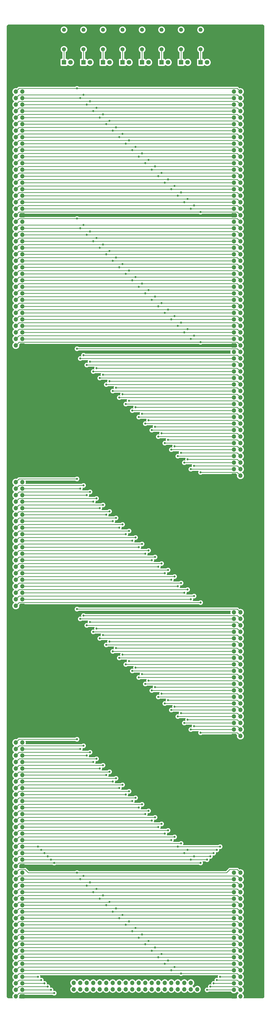
<source format=gbr>
%TF.GenerationSoftware,KiCad,Pcbnew,(6.0.1)*%
%TF.CreationDate,2022-07-04T18:11:20+02:00*%
%TF.ProjectId,bus,6275732e-6b69-4636-9164-5f7063625858,rev?*%
%TF.SameCoordinates,Original*%
%TF.FileFunction,Copper,L1,Top*%
%TF.FilePolarity,Positive*%
%FSLAX46Y46*%
G04 Gerber Fmt 4.6, Leading zero omitted, Abs format (unit mm)*
G04 Created by KiCad (PCBNEW (6.0.1)) date 2022-07-04 18:11:20*
%MOMM*%
%LPD*%
G01*
G04 APERTURE LIST*
%TA.AperFunction,ComponentPad*%
%ADD10R,1.800000X1.800000*%
%TD*%
%TA.AperFunction,ComponentPad*%
%ADD11C,1.800000*%
%TD*%
%TA.AperFunction,ComponentPad*%
%ADD12R,1.700000X1.700000*%
%TD*%
%TA.AperFunction,ComponentPad*%
%ADD13O,1.700000X1.700000*%
%TD*%
%TA.AperFunction,ComponentPad*%
%ADD14C,1.600000*%
%TD*%
%TA.AperFunction,ComponentPad*%
%ADD15O,1.600000X1.600000*%
%TD*%
%TA.AperFunction,ViaPad*%
%ADD16C,0.800000*%
%TD*%
%TA.AperFunction,Conductor*%
%ADD17C,0.250000*%
%TD*%
G04 APERTURE END LIST*
D10*
%TO.P,D2,1,K*%
%TO.N,Net-(D2-Pad1)*%
X68580000Y10160000D03*
D11*
%TO.P,D2,2,A*%
%TO.N,/BUS_1*%
X71120000Y10160000D03*
%TD*%
D12*
%TO.P,J3,1,Pin_1*%
%TO.N,/VCC*%
X6580000Y-303530000D03*
D13*
%TO.P,J3,2,Pin_2*%
%TO.N,/BUS_0*%
X4040000Y-303530000D03*
%TO.P,J3,3,Pin_3*%
%TO.N,/CLK*%
X6580000Y-300990000D03*
%TO.P,J3,4,Pin_4*%
%TO.N,/BUS_1*%
X4040000Y-300990000D03*
%TO.P,J3,5,Pin_5*%
%TO.N,/~{AOUT}*%
X6580000Y-298450000D03*
%TO.P,J3,6,Pin_6*%
%TO.N,/BUS_2*%
X4040000Y-298450000D03*
%TO.P,J3,7,Pin_7*%
%TO.N,/~{AIN}*%
X6580000Y-295910000D03*
%TO.P,J3,8,Pin_8*%
%TO.N,/BUS_3*%
X4040000Y-295910000D03*
%TO.P,J3,9,Pin_9*%
%TO.N,/~{BOUT}*%
X6580000Y-293370000D03*
%TO.P,J3,10,Pin_10*%
%TO.N,/BUS_4*%
X4040000Y-293370000D03*
%TO.P,J3,11,Pin_11*%
%TO.N,/~{BIN}*%
X6580000Y-290830000D03*
%TO.P,J3,12,Pin_12*%
%TO.N,/BUS_5*%
X4040000Y-290830000D03*
%TO.P,J3,13,Pin_13*%
%TO.N,/~{GPOUT}*%
X6580000Y-288290000D03*
%TO.P,J3,14,Pin_14*%
%TO.N,/BUS_6*%
X4040000Y-288290000D03*
%TO.P,J3,15,Pin_15*%
%TO.N,/~{GPIN}*%
X6580000Y-285750000D03*
%TO.P,J3,16,Pin_16*%
%TO.N,/BUS_7*%
X4040000Y-285750000D03*
%TO.P,J3,17,Pin_17*%
%TO.N,/PCUP*%
X6580000Y-283210000D03*
%TO.P,J3,18,Pin_18*%
%TO.N,/CF*%
X4040000Y-283210000D03*
%TO.P,J3,19,Pin_19*%
%TO.N,/~{PCOUT}*%
X6580000Y-280670000D03*
%TO.P,J3,20,Pin_20*%
%TO.N,/ZF*%
X4040000Y-280670000D03*
%TO.P,J3,21,Pin_21*%
%TO.N,/~{PCIN}*%
X6580000Y-278130000D03*
%TO.P,J3,22,Pin_22*%
%TO.N,/NF*%
X4040000Y-278130000D03*
%TO.P,J3,23,Pin_23*%
%TO.N,/ALU0*%
X6580000Y-275590000D03*
%TO.P,J3,24,Pin_24*%
%TO.N,/OF*%
X4040000Y-275590000D03*
%TO.P,J3,25,Pin_25*%
%TO.N,/ALU1*%
X6580000Y-273050000D03*
%TO.P,J3,26,Pin_26*%
%TO.N,/~{IRIN}*%
X4040000Y-273050000D03*
%TO.P,J3,27,Pin_27*%
%TO.N,/ALU2*%
X6580000Y-270510000D03*
%TO.P,J3,28,Pin_28*%
%TO.N,/~{MARIN}*%
X4040000Y-270510000D03*
%TO.P,J3,29,Pin_29*%
%TO.N,/ALU3*%
X6580000Y-267970000D03*
%TO.P,J3,30,Pin_30*%
%TO.N,/RAMIN*%
X4040000Y-267970000D03*
%TO.P,J3,31,Pin_31*%
%TO.N,/~{ALUOUT}*%
X6580000Y-265430000D03*
%TO.P,J3,32,Pin_32*%
%TO.N,/~{RAMOUT}*%
X4040000Y-265430000D03*
%TO.P,J3,33,Pin_33*%
%TO.N,/~{OUTIN}*%
X6580000Y-262890000D03*
%TO.P,J3,34,Pin_34*%
%TO.N,/~{SPOUT}*%
X4040000Y-262890000D03*
%TO.P,J3,35,Pin_35*%
%TO.N,/~{CLR}*%
X6580000Y-260350000D03*
%TO.P,J3,36,Pin_36*%
%TO.N,/SPUP*%
X4040000Y-260350000D03*
%TO.P,J3,37,Pin_37*%
%TO.N,/CLR*%
X6580000Y-257810000D03*
%TO.P,J3,38,Pin_38*%
%TO.N,/SPDN*%
X4040000Y-257810000D03*
%TO.P,J3,39,Pin_39*%
%TO.N,/GND*%
X6580000Y-255270000D03*
%TO.P,J3,40,Pin_40*%
%TO.N,/~{HLT}*%
X4040000Y-255270000D03*
%TD*%
D12*
%TO.P,J1,1,Pin_1*%
%TO.N,/VCC*%
X6580000Y-49530000D03*
D13*
%TO.P,J1,2,Pin_2*%
%TO.N,/BUS_0*%
X4040000Y-49530000D03*
%TO.P,J1,3,Pin_3*%
%TO.N,/CLK*%
X6580000Y-46990000D03*
%TO.P,J1,4,Pin_4*%
%TO.N,/BUS_1*%
X4040000Y-46990000D03*
%TO.P,J1,5,Pin_5*%
%TO.N,/~{AOUT}*%
X6580000Y-44450000D03*
%TO.P,J1,6,Pin_6*%
%TO.N,/BUS_2*%
X4040000Y-44450000D03*
%TO.P,J1,7,Pin_7*%
%TO.N,/~{AIN}*%
X6580000Y-41910000D03*
%TO.P,J1,8,Pin_8*%
%TO.N,/BUS_3*%
X4040000Y-41910000D03*
%TO.P,J1,9,Pin_9*%
%TO.N,/~{BOUT}*%
X6580000Y-39370000D03*
%TO.P,J1,10,Pin_10*%
%TO.N,/BUS_4*%
X4040000Y-39370000D03*
%TO.P,J1,11,Pin_11*%
%TO.N,/~{BIN}*%
X6580000Y-36830000D03*
%TO.P,J1,12,Pin_12*%
%TO.N,/BUS_5*%
X4040000Y-36830000D03*
%TO.P,J1,13,Pin_13*%
%TO.N,/~{GPOUT}*%
X6580000Y-34290000D03*
%TO.P,J1,14,Pin_14*%
%TO.N,/BUS_6*%
X4040000Y-34290000D03*
%TO.P,J1,15,Pin_15*%
%TO.N,/~{GPIN}*%
X6580000Y-31750000D03*
%TO.P,J1,16,Pin_16*%
%TO.N,/BUS_7*%
X4040000Y-31750000D03*
%TO.P,J1,17,Pin_17*%
%TO.N,/PCUP*%
X6580000Y-29210000D03*
%TO.P,J1,18,Pin_18*%
%TO.N,/CF*%
X4040000Y-29210000D03*
%TO.P,J1,19,Pin_19*%
%TO.N,/~{PCOUT}*%
X6580000Y-26670000D03*
%TO.P,J1,20,Pin_20*%
%TO.N,/ZF*%
X4040000Y-26670000D03*
%TO.P,J1,21,Pin_21*%
%TO.N,/~{PCIN}*%
X6580000Y-24130000D03*
%TO.P,J1,22,Pin_22*%
%TO.N,/NF*%
X4040000Y-24130000D03*
%TO.P,J1,23,Pin_23*%
%TO.N,/ALU0*%
X6580000Y-21590000D03*
%TO.P,J1,24,Pin_24*%
%TO.N,/OF*%
X4040000Y-21590000D03*
%TO.P,J1,25,Pin_25*%
%TO.N,/ALU1*%
X6580000Y-19050000D03*
%TO.P,J1,26,Pin_26*%
%TO.N,/~{IRIN}*%
X4040000Y-19050000D03*
%TO.P,J1,27,Pin_27*%
%TO.N,/ALU2*%
X6580000Y-16510000D03*
%TO.P,J1,28,Pin_28*%
%TO.N,/~{MARIN}*%
X4040000Y-16510000D03*
%TO.P,J1,29,Pin_29*%
%TO.N,/ALU3*%
X6580000Y-13970000D03*
%TO.P,J1,30,Pin_30*%
%TO.N,/RAMIN*%
X4040000Y-13970000D03*
%TO.P,J1,31,Pin_31*%
%TO.N,/~{ALUOUT}*%
X6580000Y-11430000D03*
%TO.P,J1,32,Pin_32*%
%TO.N,/~{RAMOUT}*%
X4040000Y-11430000D03*
%TO.P,J1,33,Pin_33*%
%TO.N,/~{OUTIN}*%
X6580000Y-8890000D03*
%TO.P,J1,34,Pin_34*%
%TO.N,/~{SPOUT}*%
X4040000Y-8890000D03*
%TO.P,J1,35,Pin_35*%
%TO.N,/~{CLR}*%
X6580000Y-6350000D03*
%TO.P,J1,36,Pin_36*%
%TO.N,/SPUP*%
X4040000Y-6350000D03*
%TO.P,J1,37,Pin_37*%
%TO.N,/CLR*%
X6580000Y-3810000D03*
%TO.P,J1,38,Pin_38*%
%TO.N,/SPDN*%
X4040000Y-3810000D03*
%TO.P,J1,39,Pin_39*%
%TO.N,/GND*%
X6580000Y-1270000D03*
%TO.P,J1,40,Pin_40*%
%TO.N,/~{HLT}*%
X4040000Y-1270000D03*
%TD*%
D14*
%TO.P,R3,1*%
%TO.N,Net-(D3-Pad1)*%
X60960000Y15240000D03*
D15*
%TO.P,R3,2*%
%TO.N,/GND*%
X60960000Y22860000D03*
%TD*%
D12*
%TO.P,J9,1,Pin_1*%
%TO.N,/VCC*%
X89200000Y-151130000D03*
D13*
%TO.P,J9,2,Pin_2*%
%TO.N,/BUS_0*%
X91740000Y-151130000D03*
%TO.P,J9,3,Pin_3*%
%TO.N,/CLK*%
X89200000Y-148590000D03*
%TO.P,J9,4,Pin_4*%
%TO.N,/BUS_1*%
X91740000Y-148590000D03*
%TO.P,J9,5,Pin_5*%
%TO.N,/~{AOUT}*%
X89200000Y-146050000D03*
%TO.P,J9,6,Pin_6*%
%TO.N,/BUS_2*%
X91740000Y-146050000D03*
%TO.P,J9,7,Pin_7*%
%TO.N,/~{AIN}*%
X89200000Y-143510000D03*
%TO.P,J9,8,Pin_8*%
%TO.N,/BUS_3*%
X91740000Y-143510000D03*
%TO.P,J9,9,Pin_9*%
%TO.N,/~{BOUT}*%
X89200000Y-140970000D03*
%TO.P,J9,10,Pin_10*%
%TO.N,/BUS_4*%
X91740000Y-140970000D03*
%TO.P,J9,11,Pin_11*%
%TO.N,/~{BIN}*%
X89200000Y-138430000D03*
%TO.P,J9,12,Pin_12*%
%TO.N,/BUS_5*%
X91740000Y-138430000D03*
%TO.P,J9,13,Pin_13*%
%TO.N,/~{GPOUT}*%
X89200000Y-135890000D03*
%TO.P,J9,14,Pin_14*%
%TO.N,/BUS_6*%
X91740000Y-135890000D03*
%TO.P,J9,15,Pin_15*%
%TO.N,/~{GPIN}*%
X89200000Y-133350000D03*
%TO.P,J9,16,Pin_16*%
%TO.N,/BUS_7*%
X91740000Y-133350000D03*
%TO.P,J9,17,Pin_17*%
%TO.N,/PCUP*%
X89200000Y-130810000D03*
%TO.P,J9,18,Pin_18*%
%TO.N,/CF*%
X91740000Y-130810000D03*
%TO.P,J9,19,Pin_19*%
%TO.N,/~{PCOUT}*%
X89200000Y-128270000D03*
%TO.P,J9,20,Pin_20*%
%TO.N,/ZF*%
X91740000Y-128270000D03*
%TO.P,J9,21,Pin_21*%
%TO.N,/~{PCIN}*%
X89200000Y-125730000D03*
%TO.P,J9,22,Pin_22*%
%TO.N,/NF*%
X91740000Y-125730000D03*
%TO.P,J9,23,Pin_23*%
%TO.N,/ALU0*%
X89200000Y-123190000D03*
%TO.P,J9,24,Pin_24*%
%TO.N,/OF*%
X91740000Y-123190000D03*
%TO.P,J9,25,Pin_25*%
%TO.N,/ALU1*%
X89200000Y-120650000D03*
%TO.P,J9,26,Pin_26*%
%TO.N,/~{IRIN}*%
X91740000Y-120650000D03*
%TO.P,J9,27,Pin_27*%
%TO.N,/ALU2*%
X89200000Y-118110000D03*
%TO.P,J9,28,Pin_28*%
%TO.N,/~{MARIN}*%
X91740000Y-118110000D03*
%TO.P,J9,29,Pin_29*%
%TO.N,/ALU3*%
X89200000Y-115570000D03*
%TO.P,J9,30,Pin_30*%
%TO.N,/RAMIN*%
X91740000Y-115570000D03*
%TO.P,J9,31,Pin_31*%
%TO.N,/~{ALUOUT}*%
X89200000Y-113030000D03*
%TO.P,J9,32,Pin_32*%
%TO.N,/~{RAMOUT}*%
X91740000Y-113030000D03*
%TO.P,J9,33,Pin_33*%
%TO.N,/~{OUTIN}*%
X89200000Y-110490000D03*
%TO.P,J9,34,Pin_34*%
%TO.N,/~{SPOUT}*%
X91740000Y-110490000D03*
%TO.P,J9,35,Pin_35*%
%TO.N,/~{CLR}*%
X89200000Y-107950000D03*
%TO.P,J9,36,Pin_36*%
%TO.N,/SPUP*%
X91740000Y-107950000D03*
%TO.P,J9,37,Pin_37*%
%TO.N,/CLR*%
X89200000Y-105410000D03*
%TO.P,J9,38,Pin_38*%
%TO.N,/SPDN*%
X91740000Y-105410000D03*
%TO.P,J9,39,Pin_39*%
%TO.N,/GND*%
X89200000Y-102870000D03*
%TO.P,J9,40,Pin_40*%
%TO.N,/~{HLT}*%
X91740000Y-102870000D03*
%TD*%
D12*
%TO.P,J7,1,Pin_1*%
%TO.N,/VCC*%
X89200000Y-49530000D03*
D13*
%TO.P,J7,2,Pin_2*%
%TO.N,/BUS_0*%
X91740000Y-49530000D03*
%TO.P,J7,3,Pin_3*%
%TO.N,/CLK*%
X89200000Y-46990000D03*
%TO.P,J7,4,Pin_4*%
%TO.N,/BUS_1*%
X91740000Y-46990000D03*
%TO.P,J7,5,Pin_5*%
%TO.N,/~{AOUT}*%
X89200000Y-44450000D03*
%TO.P,J7,6,Pin_6*%
%TO.N,/BUS_2*%
X91740000Y-44450000D03*
%TO.P,J7,7,Pin_7*%
%TO.N,/~{AIN}*%
X89200000Y-41910000D03*
%TO.P,J7,8,Pin_8*%
%TO.N,/BUS_3*%
X91740000Y-41910000D03*
%TO.P,J7,9,Pin_9*%
%TO.N,/~{BOUT}*%
X89200000Y-39370000D03*
%TO.P,J7,10,Pin_10*%
%TO.N,/BUS_4*%
X91740000Y-39370000D03*
%TO.P,J7,11,Pin_11*%
%TO.N,/~{BIN}*%
X89200000Y-36830000D03*
%TO.P,J7,12,Pin_12*%
%TO.N,/BUS_5*%
X91740000Y-36830000D03*
%TO.P,J7,13,Pin_13*%
%TO.N,/~{GPOUT}*%
X89200000Y-34290000D03*
%TO.P,J7,14,Pin_14*%
%TO.N,/BUS_6*%
X91740000Y-34290000D03*
%TO.P,J7,15,Pin_15*%
%TO.N,/~{GPIN}*%
X89200000Y-31750000D03*
%TO.P,J7,16,Pin_16*%
%TO.N,/BUS_7*%
X91740000Y-31750000D03*
%TO.P,J7,17,Pin_17*%
%TO.N,/PCUP*%
X89200000Y-29210000D03*
%TO.P,J7,18,Pin_18*%
%TO.N,/CF*%
X91740000Y-29210000D03*
%TO.P,J7,19,Pin_19*%
%TO.N,/~{PCOUT}*%
X89200000Y-26670000D03*
%TO.P,J7,20,Pin_20*%
%TO.N,/ZF*%
X91740000Y-26670000D03*
%TO.P,J7,21,Pin_21*%
%TO.N,/~{PCIN}*%
X89200000Y-24130000D03*
%TO.P,J7,22,Pin_22*%
%TO.N,/NF*%
X91740000Y-24130000D03*
%TO.P,J7,23,Pin_23*%
%TO.N,/ALU0*%
X89200000Y-21590000D03*
%TO.P,J7,24,Pin_24*%
%TO.N,/OF*%
X91740000Y-21590000D03*
%TO.P,J7,25,Pin_25*%
%TO.N,/ALU1*%
X89200000Y-19050000D03*
%TO.P,J7,26,Pin_26*%
%TO.N,/~{IRIN}*%
X91740000Y-19050000D03*
%TO.P,J7,27,Pin_27*%
%TO.N,/ALU2*%
X89200000Y-16510000D03*
%TO.P,J7,28,Pin_28*%
%TO.N,/~{MARIN}*%
X91740000Y-16510000D03*
%TO.P,J7,29,Pin_29*%
%TO.N,/ALU3*%
X89200000Y-13970000D03*
%TO.P,J7,30,Pin_30*%
%TO.N,/RAMIN*%
X91740000Y-13970000D03*
%TO.P,J7,31,Pin_31*%
%TO.N,/~{ALUOUT}*%
X89200000Y-11430000D03*
%TO.P,J7,32,Pin_32*%
%TO.N,/~{RAMOUT}*%
X91740000Y-11430000D03*
%TO.P,J7,33,Pin_33*%
%TO.N,/~{OUTIN}*%
X89200000Y-8890000D03*
%TO.P,J7,34,Pin_34*%
%TO.N,/~{SPOUT}*%
X91740000Y-8890000D03*
%TO.P,J7,35,Pin_35*%
%TO.N,/~{CLR}*%
X89200000Y-6350000D03*
%TO.P,J7,36,Pin_36*%
%TO.N,/SPUP*%
X91740000Y-6350000D03*
%TO.P,J7,37,Pin_37*%
%TO.N,/CLR*%
X89200000Y-3810000D03*
%TO.P,J7,38,Pin_38*%
%TO.N,/SPDN*%
X91740000Y-3810000D03*
%TO.P,J7,39,Pin_39*%
%TO.N,/GND*%
X89200000Y-1270000D03*
%TO.P,J7,40,Pin_40*%
%TO.N,/~{HLT}*%
X91740000Y-1270000D03*
%TD*%
D10*
%TO.P,D8,1,K*%
%TO.N,Net-(D8-Pad1)*%
X22860000Y10160000D03*
D11*
%TO.P,D8,2,A*%
%TO.N,/BUS_7*%
X25400000Y10160000D03*
%TD*%
D12*
%TO.P,J8,1,Pin_1*%
%TO.N,/VCC*%
X89200000Y-100330000D03*
D13*
%TO.P,J8,2,Pin_2*%
%TO.N,/BUS_0*%
X91740000Y-100330000D03*
%TO.P,J8,3,Pin_3*%
%TO.N,/CLK*%
X89200000Y-97790000D03*
%TO.P,J8,4,Pin_4*%
%TO.N,/BUS_1*%
X91740000Y-97790000D03*
%TO.P,J8,5,Pin_5*%
%TO.N,/~{AOUT}*%
X89200000Y-95250000D03*
%TO.P,J8,6,Pin_6*%
%TO.N,/BUS_2*%
X91740000Y-95250000D03*
%TO.P,J8,7,Pin_7*%
%TO.N,/~{AIN}*%
X89200000Y-92710000D03*
%TO.P,J8,8,Pin_8*%
%TO.N,/BUS_3*%
X91740000Y-92710000D03*
%TO.P,J8,9,Pin_9*%
%TO.N,/~{BOUT}*%
X89200000Y-90170000D03*
%TO.P,J8,10,Pin_10*%
%TO.N,/BUS_4*%
X91740000Y-90170000D03*
%TO.P,J8,11,Pin_11*%
%TO.N,/~{BIN}*%
X89200000Y-87630000D03*
%TO.P,J8,12,Pin_12*%
%TO.N,/BUS_5*%
X91740000Y-87630000D03*
%TO.P,J8,13,Pin_13*%
%TO.N,/~{GPOUT}*%
X89200000Y-85090000D03*
%TO.P,J8,14,Pin_14*%
%TO.N,/BUS_6*%
X91740000Y-85090000D03*
%TO.P,J8,15,Pin_15*%
%TO.N,/~{GPIN}*%
X89200000Y-82550000D03*
%TO.P,J8,16,Pin_16*%
%TO.N,/BUS_7*%
X91740000Y-82550000D03*
%TO.P,J8,17,Pin_17*%
%TO.N,/PCUP*%
X89200000Y-80010000D03*
%TO.P,J8,18,Pin_18*%
%TO.N,/CF*%
X91740000Y-80010000D03*
%TO.P,J8,19,Pin_19*%
%TO.N,/~{PCOUT}*%
X89200000Y-77470000D03*
%TO.P,J8,20,Pin_20*%
%TO.N,/ZF*%
X91740000Y-77470000D03*
%TO.P,J8,21,Pin_21*%
%TO.N,/~{PCIN}*%
X89200000Y-74930000D03*
%TO.P,J8,22,Pin_22*%
%TO.N,/NF*%
X91740000Y-74930000D03*
%TO.P,J8,23,Pin_23*%
%TO.N,/ALU0*%
X89200000Y-72390000D03*
%TO.P,J8,24,Pin_24*%
%TO.N,/OF*%
X91740000Y-72390000D03*
%TO.P,J8,25,Pin_25*%
%TO.N,/ALU1*%
X89200000Y-69850000D03*
%TO.P,J8,26,Pin_26*%
%TO.N,/~{IRIN}*%
X91740000Y-69850000D03*
%TO.P,J8,27,Pin_27*%
%TO.N,/ALU2*%
X89200000Y-67310000D03*
%TO.P,J8,28,Pin_28*%
%TO.N,/~{MARIN}*%
X91740000Y-67310000D03*
%TO.P,J8,29,Pin_29*%
%TO.N,/ALU3*%
X89200000Y-64770000D03*
%TO.P,J8,30,Pin_30*%
%TO.N,/RAMIN*%
X91740000Y-64770000D03*
%TO.P,J8,31,Pin_31*%
%TO.N,/~{ALUOUT}*%
X89200000Y-62230000D03*
%TO.P,J8,32,Pin_32*%
%TO.N,/~{RAMOUT}*%
X91740000Y-62230000D03*
%TO.P,J8,33,Pin_33*%
%TO.N,/~{OUTIN}*%
X89200000Y-59690000D03*
%TO.P,J8,34,Pin_34*%
%TO.N,/~{SPOUT}*%
X91740000Y-59690000D03*
%TO.P,J8,35,Pin_35*%
%TO.N,/~{CLR}*%
X89200000Y-57150000D03*
%TO.P,J8,36,Pin_36*%
%TO.N,/SPUP*%
X91740000Y-57150000D03*
%TO.P,J8,37,Pin_37*%
%TO.N,/CLR*%
X89200000Y-54610000D03*
%TO.P,J8,38,Pin_38*%
%TO.N,/SPDN*%
X91740000Y-54610000D03*
%TO.P,J8,39,Pin_39*%
%TO.N,/GND*%
X89200000Y-52070000D03*
%TO.P,J8,40,Pin_40*%
%TO.N,/~{HLT}*%
X91740000Y-52070000D03*
%TD*%
D10*
%TO.P,D1,1,K*%
%TO.N,Net-(D1-Pad1)*%
X76200000Y10160000D03*
D11*
%TO.P,D1,2,A*%
%TO.N,/BUS_0*%
X78740000Y10160000D03*
%TD*%
D14*
%TO.P,R8,1*%
%TO.N,Net-(D8-Pad1)*%
X22860000Y15240000D03*
D15*
%TO.P,R8,2*%
%TO.N,/GND*%
X22860000Y22860000D03*
%TD*%
D14*
%TO.P,R4,1*%
%TO.N,Net-(D4-Pad1)*%
X53340000Y15240000D03*
D15*
%TO.P,R4,2*%
%TO.N,/GND*%
X53340000Y22860000D03*
%TD*%
D12*
%TO.P,J6,1,Pin_1*%
%TO.N,/VCC*%
X74930000Y-349020000D03*
D13*
%TO.P,J6,2,Pin_2*%
%TO.N,/BUS_0*%
X74930000Y-351560000D03*
%TO.P,J6,3,Pin_3*%
%TO.N,/CLK*%
X72390000Y-349020000D03*
%TO.P,J6,4,Pin_4*%
%TO.N,/BUS_1*%
X72390000Y-351560000D03*
%TO.P,J6,5,Pin_5*%
%TO.N,/~{AOUT}*%
X69850000Y-349020000D03*
%TO.P,J6,6,Pin_6*%
%TO.N,/BUS_2*%
X69850000Y-351560000D03*
%TO.P,J6,7,Pin_7*%
%TO.N,/~{AIN}*%
X67310000Y-349020000D03*
%TO.P,J6,8,Pin_8*%
%TO.N,/BUS_3*%
X67310000Y-351560000D03*
%TO.P,J6,9,Pin_9*%
%TO.N,/~{BOUT}*%
X64770000Y-349020000D03*
%TO.P,J6,10,Pin_10*%
%TO.N,/BUS_4*%
X64770000Y-351560000D03*
%TO.P,J6,11,Pin_11*%
%TO.N,/~{BIN}*%
X62230000Y-349020000D03*
%TO.P,J6,12,Pin_12*%
%TO.N,/BUS_5*%
X62230000Y-351560000D03*
%TO.P,J6,13,Pin_13*%
%TO.N,/~{GPOUT}*%
X59690000Y-349020000D03*
%TO.P,J6,14,Pin_14*%
%TO.N,/BUS_6*%
X59690000Y-351560000D03*
%TO.P,J6,15,Pin_15*%
%TO.N,/~{GPIN}*%
X57150000Y-349020000D03*
%TO.P,J6,16,Pin_16*%
%TO.N,/BUS_7*%
X57150000Y-351560000D03*
%TO.P,J6,17,Pin_17*%
%TO.N,/PCUP*%
X54610000Y-349020000D03*
%TO.P,J6,18,Pin_18*%
%TO.N,/CF*%
X54610000Y-351560000D03*
%TO.P,J6,19,Pin_19*%
%TO.N,/~{PCOUT}*%
X52070000Y-349020000D03*
%TO.P,J6,20,Pin_20*%
%TO.N,/ZF*%
X52070000Y-351560000D03*
%TO.P,J6,21,Pin_21*%
%TO.N,/~{PCIN}*%
X49530000Y-349020000D03*
%TO.P,J6,22,Pin_22*%
%TO.N,/NF*%
X49530000Y-351560000D03*
%TO.P,J6,23,Pin_23*%
%TO.N,/ALU0*%
X46990000Y-349020000D03*
%TO.P,J6,24,Pin_24*%
%TO.N,/OF*%
X46990000Y-351560000D03*
%TO.P,J6,25,Pin_25*%
%TO.N,/ALU1*%
X44450000Y-349020000D03*
%TO.P,J6,26,Pin_26*%
%TO.N,/~{IRIN}*%
X44450000Y-351560000D03*
%TO.P,J6,27,Pin_27*%
%TO.N,/ALU2*%
X41910000Y-349020000D03*
%TO.P,J6,28,Pin_28*%
%TO.N,/~{MARIN}*%
X41910000Y-351560000D03*
%TO.P,J6,29,Pin_29*%
%TO.N,/ALU3*%
X39370000Y-349020000D03*
%TO.P,J6,30,Pin_30*%
%TO.N,/RAMIN*%
X39370000Y-351560000D03*
%TO.P,J6,31,Pin_31*%
%TO.N,/~{ALUOUT}*%
X36830000Y-349020000D03*
%TO.P,J6,32,Pin_32*%
%TO.N,/~{RAMOUT}*%
X36830000Y-351560000D03*
%TO.P,J6,33,Pin_33*%
%TO.N,/~{OUTIN}*%
X34290000Y-349020000D03*
%TO.P,J6,34,Pin_34*%
%TO.N,/~{SPOUT}*%
X34290000Y-351560000D03*
%TO.P,J6,35,Pin_35*%
%TO.N,/~{CLR}*%
X31750000Y-349020000D03*
%TO.P,J6,36,Pin_36*%
%TO.N,/SPUP*%
X31750000Y-351560000D03*
%TO.P,J6,37,Pin_37*%
%TO.N,/CLR*%
X29210000Y-349020000D03*
%TO.P,J6,38,Pin_38*%
%TO.N,/SPDN*%
X29210000Y-351560000D03*
%TO.P,J6,39,Pin_39*%
%TO.N,/GND*%
X26670000Y-349020000D03*
%TO.P,J6,40,Pin_40*%
%TO.N,/~{HLT}*%
X26670000Y-351560000D03*
%TD*%
D14*
%TO.P,R7,1*%
%TO.N,Net-(D7-Pad1)*%
X30480000Y15240000D03*
D15*
%TO.P,R7,2*%
%TO.N,/GND*%
X30480000Y22860000D03*
%TD*%
D14*
%TO.P,R2,1*%
%TO.N,Net-(D2-Pad1)*%
X68580000Y15240000D03*
D15*
%TO.P,R2,2*%
%TO.N,/GND*%
X68580000Y22860000D03*
%TD*%
D14*
%TO.P,R5,1*%
%TO.N,Net-(D5-Pad1)*%
X45720000Y15240000D03*
D15*
%TO.P,R5,2*%
%TO.N,/GND*%
X45720000Y22860000D03*
%TD*%
D12*
%TO.P,J11,1,Pin_1*%
%TO.N,/VCC*%
X89200000Y-354330000D03*
D13*
%TO.P,J11,2,Pin_2*%
%TO.N,/BUS_0*%
X91740000Y-354330000D03*
%TO.P,J11,3,Pin_3*%
%TO.N,/CLK*%
X89200000Y-351790000D03*
%TO.P,J11,4,Pin_4*%
%TO.N,/BUS_1*%
X91740000Y-351790000D03*
%TO.P,J11,5,Pin_5*%
%TO.N,/~{AOUT}*%
X89200000Y-349250000D03*
%TO.P,J11,6,Pin_6*%
%TO.N,/BUS_2*%
X91740000Y-349250000D03*
%TO.P,J11,7,Pin_7*%
%TO.N,/~{AIN}*%
X89200000Y-346710000D03*
%TO.P,J11,8,Pin_8*%
%TO.N,/BUS_3*%
X91740000Y-346710000D03*
%TO.P,J11,9,Pin_9*%
%TO.N,/~{BOUT}*%
X89200000Y-344170000D03*
%TO.P,J11,10,Pin_10*%
%TO.N,/BUS_4*%
X91740000Y-344170000D03*
%TO.P,J11,11,Pin_11*%
%TO.N,/~{BIN}*%
X89200000Y-341630000D03*
%TO.P,J11,12,Pin_12*%
%TO.N,/BUS_5*%
X91740000Y-341630000D03*
%TO.P,J11,13,Pin_13*%
%TO.N,/~{GPOUT}*%
X89200000Y-339090000D03*
%TO.P,J11,14,Pin_14*%
%TO.N,/BUS_6*%
X91740000Y-339090000D03*
%TO.P,J11,15,Pin_15*%
%TO.N,/~{GPIN}*%
X89200000Y-336550000D03*
%TO.P,J11,16,Pin_16*%
%TO.N,/BUS_7*%
X91740000Y-336550000D03*
%TO.P,J11,17,Pin_17*%
%TO.N,/PCUP*%
X89200000Y-334010000D03*
%TO.P,J11,18,Pin_18*%
%TO.N,/CF*%
X91740000Y-334010000D03*
%TO.P,J11,19,Pin_19*%
%TO.N,/~{PCOUT}*%
X89200000Y-331470000D03*
%TO.P,J11,20,Pin_20*%
%TO.N,/ZF*%
X91740000Y-331470000D03*
%TO.P,J11,21,Pin_21*%
%TO.N,/~{PCIN}*%
X89200000Y-328930000D03*
%TO.P,J11,22,Pin_22*%
%TO.N,/NF*%
X91740000Y-328930000D03*
%TO.P,J11,23,Pin_23*%
%TO.N,/ALU0*%
X89200000Y-326390000D03*
%TO.P,J11,24,Pin_24*%
%TO.N,/OF*%
X91740000Y-326390000D03*
%TO.P,J11,25,Pin_25*%
%TO.N,/ALU1*%
X89200000Y-323850000D03*
%TO.P,J11,26,Pin_26*%
%TO.N,/~{IRIN}*%
X91740000Y-323850000D03*
%TO.P,J11,27,Pin_27*%
%TO.N,/ALU2*%
X89200000Y-321310000D03*
%TO.P,J11,28,Pin_28*%
%TO.N,/~{MARIN}*%
X91740000Y-321310000D03*
%TO.P,J11,29,Pin_29*%
%TO.N,/ALU3*%
X89200000Y-318770000D03*
%TO.P,J11,30,Pin_30*%
%TO.N,/RAMIN*%
X91740000Y-318770000D03*
%TO.P,J11,31,Pin_31*%
%TO.N,/~{ALUOUT}*%
X89200000Y-316230000D03*
%TO.P,J11,32,Pin_32*%
%TO.N,/~{RAMOUT}*%
X91740000Y-316230000D03*
%TO.P,J11,33,Pin_33*%
%TO.N,/~{OUTIN}*%
X89200000Y-313690000D03*
%TO.P,J11,34,Pin_34*%
%TO.N,/~{SPOUT}*%
X91740000Y-313690000D03*
%TO.P,J11,35,Pin_35*%
%TO.N,/~{CLR}*%
X89200000Y-311150000D03*
%TO.P,J11,36,Pin_36*%
%TO.N,/SPUP*%
X91740000Y-311150000D03*
%TO.P,J11,37,Pin_37*%
%TO.N,/CLR*%
X89200000Y-308610000D03*
%TO.P,J11,38,Pin_38*%
%TO.N,/SPDN*%
X91740000Y-308610000D03*
%TO.P,J11,39,Pin_39*%
%TO.N,/GND*%
X89200000Y-306070000D03*
%TO.P,J11,40,Pin_40*%
%TO.N,/~{HLT}*%
X91740000Y-306070000D03*
%TD*%
D10*
%TO.P,D5,1,K*%
%TO.N,Net-(D5-Pad1)*%
X45720000Y10160000D03*
D11*
%TO.P,D5,2,A*%
%TO.N,/BUS_4*%
X48260000Y10160000D03*
%TD*%
D10*
%TO.P,D4,1,K*%
%TO.N,Net-(D4-Pad1)*%
X53340000Y10160000D03*
D11*
%TO.P,D4,2,A*%
%TO.N,/BUS_3*%
X55880000Y10160000D03*
%TD*%
D10*
%TO.P,D3,1,K*%
%TO.N,Net-(D3-Pad1)*%
X60960000Y10160000D03*
D11*
%TO.P,D3,2,A*%
%TO.N,/BUS_2*%
X63500000Y10160000D03*
%TD*%
D12*
%TO.P,J5,1,Pin_1*%
%TO.N,/VCC*%
X6580000Y-354330000D03*
D13*
%TO.P,J5,2,Pin_2*%
%TO.N,/BUS_0*%
X4040000Y-354330000D03*
%TO.P,J5,3,Pin_3*%
%TO.N,/CLK*%
X6580000Y-351790000D03*
%TO.P,J5,4,Pin_4*%
%TO.N,/BUS_1*%
X4040000Y-351790000D03*
%TO.P,J5,5,Pin_5*%
%TO.N,/~{AOUT}*%
X6580000Y-349250000D03*
%TO.P,J5,6,Pin_6*%
%TO.N,/BUS_2*%
X4040000Y-349250000D03*
%TO.P,J5,7,Pin_7*%
%TO.N,/~{AIN}*%
X6580000Y-346710000D03*
%TO.P,J5,8,Pin_8*%
%TO.N,/BUS_3*%
X4040000Y-346710000D03*
%TO.P,J5,9,Pin_9*%
%TO.N,/~{BOUT}*%
X6580000Y-344170000D03*
%TO.P,J5,10,Pin_10*%
%TO.N,/BUS_4*%
X4040000Y-344170000D03*
%TO.P,J5,11,Pin_11*%
%TO.N,/~{BIN}*%
X6580000Y-341630000D03*
%TO.P,J5,12,Pin_12*%
%TO.N,/BUS_5*%
X4040000Y-341630000D03*
%TO.P,J5,13,Pin_13*%
%TO.N,/~{GPOUT}*%
X6580000Y-339090000D03*
%TO.P,J5,14,Pin_14*%
%TO.N,/BUS_6*%
X4040000Y-339090000D03*
%TO.P,J5,15,Pin_15*%
%TO.N,/~{GPIN}*%
X6580000Y-336550000D03*
%TO.P,J5,16,Pin_16*%
%TO.N,/BUS_7*%
X4040000Y-336550000D03*
%TO.P,J5,17,Pin_17*%
%TO.N,/PCUP*%
X6580000Y-334010000D03*
%TO.P,J5,18,Pin_18*%
%TO.N,/CF*%
X4040000Y-334010000D03*
%TO.P,J5,19,Pin_19*%
%TO.N,/~{PCOUT}*%
X6580000Y-331470000D03*
%TO.P,J5,20,Pin_20*%
%TO.N,/ZF*%
X4040000Y-331470000D03*
%TO.P,J5,21,Pin_21*%
%TO.N,/~{PCIN}*%
X6580000Y-328930000D03*
%TO.P,J5,22,Pin_22*%
%TO.N,/NF*%
X4040000Y-328930000D03*
%TO.P,J5,23,Pin_23*%
%TO.N,/ALU0*%
X6580000Y-326390000D03*
%TO.P,J5,24,Pin_24*%
%TO.N,/OF*%
X4040000Y-326390000D03*
%TO.P,J5,25,Pin_25*%
%TO.N,/ALU1*%
X6580000Y-323850000D03*
%TO.P,J5,26,Pin_26*%
%TO.N,/~{IRIN}*%
X4040000Y-323850000D03*
%TO.P,J5,27,Pin_27*%
%TO.N,/ALU2*%
X6580000Y-321310000D03*
%TO.P,J5,28,Pin_28*%
%TO.N,/~{MARIN}*%
X4040000Y-321310000D03*
%TO.P,J5,29,Pin_29*%
%TO.N,/ALU3*%
X6580000Y-318770000D03*
%TO.P,J5,30,Pin_30*%
%TO.N,/RAMIN*%
X4040000Y-318770000D03*
%TO.P,J5,31,Pin_31*%
%TO.N,/~{ALUOUT}*%
X6580000Y-316230000D03*
%TO.P,J5,32,Pin_32*%
%TO.N,/~{RAMOUT}*%
X4040000Y-316230000D03*
%TO.P,J5,33,Pin_33*%
%TO.N,/~{OUTIN}*%
X6580000Y-313690000D03*
%TO.P,J5,34,Pin_34*%
%TO.N,/~{SPOUT}*%
X4040000Y-313690000D03*
%TO.P,J5,35,Pin_35*%
%TO.N,/~{CLR}*%
X6580000Y-311150000D03*
%TO.P,J5,36,Pin_36*%
%TO.N,/SPUP*%
X4040000Y-311150000D03*
%TO.P,J5,37,Pin_37*%
%TO.N,/CLR*%
X6580000Y-308610000D03*
%TO.P,J5,38,Pin_38*%
%TO.N,/SPDN*%
X4040000Y-308610000D03*
%TO.P,J5,39,Pin_39*%
%TO.N,/GND*%
X6580000Y-306070000D03*
%TO.P,J5,40,Pin_40*%
%TO.N,/~{HLT}*%
X4040000Y-306070000D03*
%TD*%
D14*
%TO.P,R1,1*%
%TO.N,Net-(D1-Pad1)*%
X76200000Y15240000D03*
D15*
%TO.P,R1,2*%
%TO.N,/GND*%
X76200000Y22860000D03*
%TD*%
D10*
%TO.P,D6,1,K*%
%TO.N,Net-(D6-Pad1)*%
X38100000Y10160000D03*
D11*
%TO.P,D6,2,A*%
%TO.N,/BUS_5*%
X40640000Y10160000D03*
%TD*%
D10*
%TO.P,D7,1,K*%
%TO.N,Net-(D7-Pad1)*%
X30480000Y10160000D03*
D11*
%TO.P,D7,2,A*%
%TO.N,/BUS_6*%
X33020000Y10160000D03*
%TD*%
D14*
%TO.P,R6,1*%
%TO.N,Net-(D6-Pad1)*%
X38100000Y15240000D03*
D15*
%TO.P,R6,2*%
%TO.N,/GND*%
X38100000Y22860000D03*
%TD*%
D12*
%TO.P,J10,1,Pin_1*%
%TO.N,/VCC*%
X89200000Y-252730000D03*
D13*
%TO.P,J10,2,Pin_2*%
%TO.N,/BUS_0*%
X91740000Y-252730000D03*
%TO.P,J10,3,Pin_3*%
%TO.N,/CLK*%
X89200000Y-250190000D03*
%TO.P,J10,4,Pin_4*%
%TO.N,/BUS_1*%
X91740000Y-250190000D03*
%TO.P,J10,5,Pin_5*%
%TO.N,/~{AOUT}*%
X89200000Y-247650000D03*
%TO.P,J10,6,Pin_6*%
%TO.N,/BUS_2*%
X91740000Y-247650000D03*
%TO.P,J10,7,Pin_7*%
%TO.N,/~{AIN}*%
X89200000Y-245110000D03*
%TO.P,J10,8,Pin_8*%
%TO.N,/BUS_3*%
X91740000Y-245110000D03*
%TO.P,J10,9,Pin_9*%
%TO.N,/~{BOUT}*%
X89200000Y-242570000D03*
%TO.P,J10,10,Pin_10*%
%TO.N,/BUS_4*%
X91740000Y-242570000D03*
%TO.P,J10,11,Pin_11*%
%TO.N,/~{BIN}*%
X89200000Y-240030000D03*
%TO.P,J10,12,Pin_12*%
%TO.N,/BUS_5*%
X91740000Y-240030000D03*
%TO.P,J10,13,Pin_13*%
%TO.N,/~{GPOUT}*%
X89200000Y-237490000D03*
%TO.P,J10,14,Pin_14*%
%TO.N,/BUS_6*%
X91740000Y-237490000D03*
%TO.P,J10,15,Pin_15*%
%TO.N,/~{GPIN}*%
X89200000Y-234950000D03*
%TO.P,J10,16,Pin_16*%
%TO.N,/BUS_7*%
X91740000Y-234950000D03*
%TO.P,J10,17,Pin_17*%
%TO.N,/PCUP*%
X89200000Y-232410000D03*
%TO.P,J10,18,Pin_18*%
%TO.N,/CF*%
X91740000Y-232410000D03*
%TO.P,J10,19,Pin_19*%
%TO.N,/~{PCOUT}*%
X89200000Y-229870000D03*
%TO.P,J10,20,Pin_20*%
%TO.N,/ZF*%
X91740000Y-229870000D03*
%TO.P,J10,21,Pin_21*%
%TO.N,/~{PCIN}*%
X89200000Y-227330000D03*
%TO.P,J10,22,Pin_22*%
%TO.N,/NF*%
X91740000Y-227330000D03*
%TO.P,J10,23,Pin_23*%
%TO.N,/ALU0*%
X89200000Y-224790000D03*
%TO.P,J10,24,Pin_24*%
%TO.N,/OF*%
X91740000Y-224790000D03*
%TO.P,J10,25,Pin_25*%
%TO.N,/ALU1*%
X89200000Y-222250000D03*
%TO.P,J10,26,Pin_26*%
%TO.N,/~{IRIN}*%
X91740000Y-222250000D03*
%TO.P,J10,27,Pin_27*%
%TO.N,/ALU2*%
X89200000Y-219710000D03*
%TO.P,J10,28,Pin_28*%
%TO.N,/~{MARIN}*%
X91740000Y-219710000D03*
%TO.P,J10,29,Pin_29*%
%TO.N,/ALU3*%
X89200000Y-217170000D03*
%TO.P,J10,30,Pin_30*%
%TO.N,/RAMIN*%
X91740000Y-217170000D03*
%TO.P,J10,31,Pin_31*%
%TO.N,/~{ALUOUT}*%
X89200000Y-214630000D03*
%TO.P,J10,32,Pin_32*%
%TO.N,/~{RAMOUT}*%
X91740000Y-214630000D03*
%TO.P,J10,33,Pin_33*%
%TO.N,/~{OUTIN}*%
X89200000Y-212090000D03*
%TO.P,J10,34,Pin_34*%
%TO.N,/~{SPOUT}*%
X91740000Y-212090000D03*
%TO.P,J10,35,Pin_35*%
%TO.N,/~{CLR}*%
X89200000Y-209550000D03*
%TO.P,J10,36,Pin_36*%
%TO.N,/SPUP*%
X91740000Y-209550000D03*
%TO.P,J10,37,Pin_37*%
%TO.N,/CLR*%
X89200000Y-207010000D03*
%TO.P,J10,38,Pin_38*%
%TO.N,/SPDN*%
X91740000Y-207010000D03*
%TO.P,J10,39,Pin_39*%
%TO.N,/GND*%
X89200000Y-204470000D03*
%TO.P,J10,40,Pin_40*%
%TO.N,/~{HLT}*%
X91740000Y-204470000D03*
%TD*%
D12*
%TO.P,J2,1,Pin_1*%
%TO.N,/VCC*%
X6580000Y-100330000D03*
D13*
%TO.P,J2,2,Pin_2*%
%TO.N,/BUS_0*%
X4040000Y-100330000D03*
%TO.P,J2,3,Pin_3*%
%TO.N,/CLK*%
X6580000Y-97790000D03*
%TO.P,J2,4,Pin_4*%
%TO.N,/BUS_1*%
X4040000Y-97790000D03*
%TO.P,J2,5,Pin_5*%
%TO.N,/~{AOUT}*%
X6580000Y-95250000D03*
%TO.P,J2,6,Pin_6*%
%TO.N,/BUS_2*%
X4040000Y-95250000D03*
%TO.P,J2,7,Pin_7*%
%TO.N,/~{AIN}*%
X6580000Y-92710000D03*
%TO.P,J2,8,Pin_8*%
%TO.N,/BUS_3*%
X4040000Y-92710000D03*
%TO.P,J2,9,Pin_9*%
%TO.N,/~{BOUT}*%
X6580000Y-90170000D03*
%TO.P,J2,10,Pin_10*%
%TO.N,/BUS_4*%
X4040000Y-90170000D03*
%TO.P,J2,11,Pin_11*%
%TO.N,/~{BIN}*%
X6580000Y-87630000D03*
%TO.P,J2,12,Pin_12*%
%TO.N,/BUS_5*%
X4040000Y-87630000D03*
%TO.P,J2,13,Pin_13*%
%TO.N,/~{GPOUT}*%
X6580000Y-85090000D03*
%TO.P,J2,14,Pin_14*%
%TO.N,/BUS_6*%
X4040000Y-85090000D03*
%TO.P,J2,15,Pin_15*%
%TO.N,/~{GPIN}*%
X6580000Y-82550000D03*
%TO.P,J2,16,Pin_16*%
%TO.N,/BUS_7*%
X4040000Y-82550000D03*
%TO.P,J2,17,Pin_17*%
%TO.N,/PCUP*%
X6580000Y-80010000D03*
%TO.P,J2,18,Pin_18*%
%TO.N,/CF*%
X4040000Y-80010000D03*
%TO.P,J2,19,Pin_19*%
%TO.N,/~{PCOUT}*%
X6580000Y-77470000D03*
%TO.P,J2,20,Pin_20*%
%TO.N,/ZF*%
X4040000Y-77470000D03*
%TO.P,J2,21,Pin_21*%
%TO.N,/~{PCIN}*%
X6580000Y-74930000D03*
%TO.P,J2,22,Pin_22*%
%TO.N,/NF*%
X4040000Y-74930000D03*
%TO.P,J2,23,Pin_23*%
%TO.N,/ALU0*%
X6580000Y-72390000D03*
%TO.P,J2,24,Pin_24*%
%TO.N,/OF*%
X4040000Y-72390000D03*
%TO.P,J2,25,Pin_25*%
%TO.N,/ALU1*%
X6580000Y-69850000D03*
%TO.P,J2,26,Pin_26*%
%TO.N,/~{IRIN}*%
X4040000Y-69850000D03*
%TO.P,J2,27,Pin_27*%
%TO.N,/ALU2*%
X6580000Y-67310000D03*
%TO.P,J2,28,Pin_28*%
%TO.N,/~{MARIN}*%
X4040000Y-67310000D03*
%TO.P,J2,29,Pin_29*%
%TO.N,/ALU3*%
X6580000Y-64770000D03*
%TO.P,J2,30,Pin_30*%
%TO.N,/RAMIN*%
X4040000Y-64770000D03*
%TO.P,J2,31,Pin_31*%
%TO.N,/~{ALUOUT}*%
X6580000Y-62230000D03*
%TO.P,J2,32,Pin_32*%
%TO.N,/~{RAMOUT}*%
X4040000Y-62230000D03*
%TO.P,J2,33,Pin_33*%
%TO.N,/~{OUTIN}*%
X6580000Y-59690000D03*
%TO.P,J2,34,Pin_34*%
%TO.N,/~{SPOUT}*%
X4040000Y-59690000D03*
%TO.P,J2,35,Pin_35*%
%TO.N,/~{CLR}*%
X6580000Y-57150000D03*
%TO.P,J2,36,Pin_36*%
%TO.N,/SPUP*%
X4040000Y-57150000D03*
%TO.P,J2,37,Pin_37*%
%TO.N,/CLR*%
X6580000Y-54610000D03*
%TO.P,J2,38,Pin_38*%
%TO.N,/SPDN*%
X4040000Y-54610000D03*
%TO.P,J2,39,Pin_39*%
%TO.N,/GND*%
X6580000Y-52070000D03*
%TO.P,J2,40,Pin_40*%
%TO.N,/~{HLT}*%
X4040000Y-52070000D03*
%TD*%
D12*
%TO.P,J4,1,Pin_1*%
%TO.N,/VCC*%
X6580000Y-201930000D03*
D13*
%TO.P,J4,2,Pin_2*%
%TO.N,/BUS_0*%
X4040000Y-201930000D03*
%TO.P,J4,3,Pin_3*%
%TO.N,/CLK*%
X6580000Y-199390000D03*
%TO.P,J4,4,Pin_4*%
%TO.N,/BUS_1*%
X4040000Y-199390000D03*
%TO.P,J4,5,Pin_5*%
%TO.N,/~{AOUT}*%
X6580000Y-196850000D03*
%TO.P,J4,6,Pin_6*%
%TO.N,/BUS_2*%
X4040000Y-196850000D03*
%TO.P,J4,7,Pin_7*%
%TO.N,/~{AIN}*%
X6580000Y-194310000D03*
%TO.P,J4,8,Pin_8*%
%TO.N,/BUS_3*%
X4040000Y-194310000D03*
%TO.P,J4,9,Pin_9*%
%TO.N,/~{BOUT}*%
X6580000Y-191770000D03*
%TO.P,J4,10,Pin_10*%
%TO.N,/BUS_4*%
X4040000Y-191770000D03*
%TO.P,J4,11,Pin_11*%
%TO.N,/~{BIN}*%
X6580000Y-189230000D03*
%TO.P,J4,12,Pin_12*%
%TO.N,/BUS_5*%
X4040000Y-189230000D03*
%TO.P,J4,13,Pin_13*%
%TO.N,/~{GPOUT}*%
X6580000Y-186690000D03*
%TO.P,J4,14,Pin_14*%
%TO.N,/BUS_6*%
X4040000Y-186690000D03*
%TO.P,J4,15,Pin_15*%
%TO.N,/~{GPIN}*%
X6580000Y-184150000D03*
%TO.P,J4,16,Pin_16*%
%TO.N,/BUS_7*%
X4040000Y-184150000D03*
%TO.P,J4,17,Pin_17*%
%TO.N,/PCUP*%
X6580000Y-181610000D03*
%TO.P,J4,18,Pin_18*%
%TO.N,/CF*%
X4040000Y-181610000D03*
%TO.P,J4,19,Pin_19*%
%TO.N,/~{PCOUT}*%
X6580000Y-179070000D03*
%TO.P,J4,20,Pin_20*%
%TO.N,/ZF*%
X4040000Y-179070000D03*
%TO.P,J4,21,Pin_21*%
%TO.N,/~{PCIN}*%
X6580000Y-176530000D03*
%TO.P,J4,22,Pin_22*%
%TO.N,/NF*%
X4040000Y-176530000D03*
%TO.P,J4,23,Pin_23*%
%TO.N,/ALU0*%
X6580000Y-173990000D03*
%TO.P,J4,24,Pin_24*%
%TO.N,/OF*%
X4040000Y-173990000D03*
%TO.P,J4,25,Pin_25*%
%TO.N,/ALU1*%
X6580000Y-171450000D03*
%TO.P,J4,26,Pin_26*%
%TO.N,/~{IRIN}*%
X4040000Y-171450000D03*
%TO.P,J4,27,Pin_27*%
%TO.N,/ALU2*%
X6580000Y-168910000D03*
%TO.P,J4,28,Pin_28*%
%TO.N,/~{MARIN}*%
X4040000Y-168910000D03*
%TO.P,J4,29,Pin_29*%
%TO.N,/ALU3*%
X6580000Y-166370000D03*
%TO.P,J4,30,Pin_30*%
%TO.N,/RAMIN*%
X4040000Y-166370000D03*
%TO.P,J4,31,Pin_31*%
%TO.N,/~{ALUOUT}*%
X6580000Y-163830000D03*
%TO.P,J4,32,Pin_32*%
%TO.N,/~{RAMOUT}*%
X4040000Y-163830000D03*
%TO.P,J4,33,Pin_33*%
%TO.N,/~{OUTIN}*%
X6580000Y-161290000D03*
%TO.P,J4,34,Pin_34*%
%TO.N,/~{SPOUT}*%
X4040000Y-161290000D03*
%TO.P,J4,35,Pin_35*%
%TO.N,/~{CLR}*%
X6580000Y-158750000D03*
%TO.P,J4,36,Pin_36*%
%TO.N,/SPUP*%
X4040000Y-158750000D03*
%TO.P,J4,37,Pin_37*%
%TO.N,/CLR*%
X6580000Y-156210000D03*
%TO.P,J4,38,Pin_38*%
%TO.N,/SPDN*%
X4040000Y-156210000D03*
%TO.P,J4,39,Pin_39*%
%TO.N,/GND*%
X6580000Y-153670000D03*
%TO.P,J4,40,Pin_40*%
%TO.N,/~{HLT}*%
X4040000Y-153670000D03*
%TD*%
D16*
%TO.N,/BUS_0*%
X19050000Y-353060000D03*
X76200000Y-48260000D03*
X19050000Y-302260000D03*
X76200000Y-200660000D03*
X76200000Y-149860000D03*
X76200000Y-251460000D03*
X76200000Y-302260000D03*
X76200000Y-99060000D03*
%TO.N,/BUS_1*%
X16510000Y-350520000D03*
X73660000Y-198120000D03*
X73660000Y-248920000D03*
X73660000Y-299720000D03*
X73660000Y-45720000D03*
X73660000Y-147320000D03*
X16510000Y-299720000D03*
X80010000Y-299720000D03*
X73660000Y-96520000D03*
X80010000Y-350520000D03*
%TO.N,/BUS_2*%
X13970000Y-297180000D03*
X13970000Y-347980000D03*
X71120000Y-43180000D03*
X71120000Y-297180000D03*
X82550000Y-297180000D03*
X82550000Y-347980000D03*
X71120000Y-195580000D03*
X71120000Y-144780000D03*
X71120000Y-93980000D03*
X71120000Y-246380000D03*
%TO.N,/BUS_3*%
X68580000Y-345440000D03*
X68580000Y-40640000D03*
X68580000Y-142240000D03*
X68580000Y-91440000D03*
X68580000Y-193040000D03*
X68580000Y-294640000D03*
X68580000Y-243840000D03*
%TO.N,/BUS_4*%
X66040000Y-190500000D03*
X66040000Y-88900000D03*
X66040000Y-292100000D03*
X66040000Y-342900000D03*
X66040000Y-139700000D03*
X66040000Y-241300000D03*
X66040000Y-38100000D03*
%TO.N,/BUS_5*%
X63500000Y-187960000D03*
X63500000Y-86360000D03*
X63500000Y-340360000D03*
X63500000Y-289560000D03*
X63500000Y-137160000D03*
X63500000Y-35560000D03*
X63500000Y-238760000D03*
%TO.N,/BUS_6*%
X60960000Y-236220000D03*
X60960000Y-185420000D03*
X60960000Y-33020000D03*
X60960000Y-83820000D03*
X60960000Y-337820000D03*
X60960000Y-287020000D03*
X60960000Y-134620000D03*
%TO.N,/BUS_7*%
X58420000Y-284480000D03*
X58420000Y-30480000D03*
X58420000Y-81280000D03*
X58420000Y-182880000D03*
X58420000Y-233680000D03*
X58420000Y-335280000D03*
X58420000Y-132080000D03*
%TO.N,/VCC*%
X20955000Y-304165000D03*
X22225000Y-304165000D03*
X20320000Y-100330000D03*
X20955000Y-347345000D03*
X15240000Y-49530000D03*
X17780000Y-100330000D03*
X16510000Y1905000D03*
X15240000Y1905000D03*
X21590000Y-100330000D03*
X26035000Y-304165000D03*
X20320000Y1905000D03*
X20320000Y-49530000D03*
X13970000Y-100330000D03*
X22860000Y-349250000D03*
X13970000Y1905000D03*
X19050000Y1905000D03*
X22860000Y-347345000D03*
X21590000Y1905000D03*
X20955000Y-349250000D03*
X17780000Y1905000D03*
X24765000Y-304165000D03*
X15240000Y-100330000D03*
X16510000Y-49530000D03*
X19050000Y-49530000D03*
X21590000Y-49530000D03*
X23495000Y-304165000D03*
X13970000Y-49530000D03*
X17780000Y-49530000D03*
X16510000Y-100330000D03*
X19050000Y-100330000D03*
%TO.N,/CLK*%
X72390000Y-250190000D03*
X72390000Y-97790000D03*
X78740000Y-351790000D03*
X78740000Y-300990000D03*
X17780000Y-300990000D03*
X17780000Y-351790000D03*
X72390000Y-300990000D03*
X72390000Y-46990000D03*
X72390000Y-148590000D03*
X72390000Y-199390000D03*
%TO.N,/~{AOUT}*%
X15240000Y-349250000D03*
X69850000Y-247650000D03*
X81280000Y-349250000D03*
X69850000Y-95250000D03*
X81280000Y-298450000D03*
X15240000Y-298450000D03*
X69850000Y-44450000D03*
X69850000Y-298450000D03*
X69850000Y-196850000D03*
X69850000Y-146050000D03*
%TO.N,/~{AIN}*%
X67310000Y-143510000D03*
X67310000Y-41910000D03*
X12700000Y-295910000D03*
X83820000Y-295910000D03*
X67310000Y-194310000D03*
X67310000Y-92710000D03*
X12700000Y-346710000D03*
X67310000Y-295910000D03*
X67310000Y-245110000D03*
X83820000Y-346710000D03*
%TO.N,/~{BOUT}*%
X64770000Y-39370000D03*
X64770000Y-242570000D03*
X64770000Y-344170000D03*
X64770000Y-140970000D03*
X64770000Y-293370000D03*
X64770000Y-90170000D03*
X64770000Y-191770000D03*
%TO.N,/~{BIN}*%
X62230000Y-87630000D03*
X62230000Y-36830000D03*
X62230000Y-189230000D03*
X62230000Y-290830000D03*
X62230000Y-138430000D03*
X62230000Y-341630000D03*
X62230000Y-240030000D03*
%TO.N,/~{GPOUT}*%
X59690000Y-339090000D03*
X59690000Y-186690000D03*
X59690000Y-288290000D03*
X59690000Y-237490000D03*
X59690000Y-85090000D03*
X59690000Y-135890000D03*
X59690000Y-34290000D03*
%TO.N,/~{GPIN}*%
X57150000Y-234950000D03*
X57150000Y-184150000D03*
X57150000Y-336550000D03*
X57150000Y-133350000D03*
X57150000Y-285750000D03*
X57150000Y-82550000D03*
X57150000Y-31750000D03*
%TO.N,/PCUP*%
X54610000Y-334010000D03*
X54610000Y-232410000D03*
X54610000Y-283210000D03*
X54610000Y-80010000D03*
X54610000Y-29210000D03*
X54610000Y-181610000D03*
X54610000Y-130810000D03*
%TO.N,/CF*%
X55880000Y-281940000D03*
X55880000Y-231140000D03*
X55880000Y-78740000D03*
X55880000Y-27940000D03*
X55880000Y-332740000D03*
X55880000Y-129540000D03*
X55880000Y-180340000D03*
%TO.N,/~{PCOUT}*%
X52070000Y-179070000D03*
X52070000Y-331470000D03*
X52070000Y-128270000D03*
X52070000Y-77470000D03*
X52070000Y-280670000D03*
X52070000Y-26670000D03*
X52070000Y-229870000D03*
%TO.N,/ZF*%
X53340000Y-76200000D03*
X53340000Y-279400000D03*
X53340000Y-177800000D03*
X53340000Y-25400000D03*
X53340000Y-330200000D03*
X53340000Y-228600000D03*
X53340000Y-127000000D03*
%TO.N,/~{PCIN}*%
X49530000Y-227330000D03*
X49530000Y-176530000D03*
X49530000Y-278130000D03*
X49530000Y-74930000D03*
X49530000Y-328930000D03*
X49530000Y-24130000D03*
X49530000Y-125730000D03*
%TO.N,/NF*%
X50800000Y-327660000D03*
X50800000Y-22860000D03*
X50800000Y-276860000D03*
X50800000Y-73660000D03*
X50800000Y-124460000D03*
X50800000Y-175260000D03*
X50800000Y-226060000D03*
%TO.N,/ALU0*%
X46990000Y-123190000D03*
X46990000Y-326390000D03*
X46990000Y-173990000D03*
X46990000Y-224790000D03*
X46990000Y-275590000D03*
X46990000Y-72390000D03*
X46990000Y-21590000D03*
%TO.N,/OF*%
X48260000Y-20320000D03*
X48260000Y-274320000D03*
X48260000Y-223520000D03*
X48260000Y-325120000D03*
X48260000Y-172720000D03*
X48260000Y-71120000D03*
X48260000Y-121920000D03*
%TO.N,/ALU1*%
X44450000Y-323850000D03*
X44450000Y-273050000D03*
X44450000Y-171450000D03*
X44450000Y-222250000D03*
X44450000Y-69850000D03*
X44450000Y-19050000D03*
X44450000Y-120650000D03*
%TO.N,/~{IRIN}*%
X45720000Y-220980000D03*
X45720000Y-68580000D03*
X45720000Y-17780000D03*
X45720000Y-271780000D03*
X45720000Y-322580000D03*
X45720000Y-119380000D03*
X45720000Y-170180000D03*
%TO.N,/ALU2*%
X41910000Y-168910000D03*
X41910000Y-321310000D03*
X41910000Y-67310000D03*
X41910000Y-270510000D03*
X41910000Y-118110000D03*
X41910000Y-16510000D03*
X41910000Y-219710000D03*
%TO.N,/~{MARIN}*%
X43180000Y-167640000D03*
X43180000Y-66040000D03*
X43180000Y-269240000D03*
X43180000Y-320040000D03*
X43180000Y-15240000D03*
X43180000Y-116840000D03*
X43180000Y-218440000D03*
%TO.N,/ALU3*%
X39370000Y-318770000D03*
X39370000Y-166370000D03*
X39370000Y-115570000D03*
X39370000Y-64770000D03*
X39370000Y-13970000D03*
X39370000Y-267970000D03*
X39370000Y-217170000D03*
%TO.N,/RAMIN*%
X40640000Y-215900000D03*
X40640000Y-165100000D03*
X40640000Y-317500000D03*
X40640000Y-266700000D03*
X40640000Y-12700000D03*
X40640000Y-114300000D03*
X40640000Y-63500000D03*
%TO.N,/~{ALUOUT}*%
X36830000Y-62230000D03*
X36830000Y-163830000D03*
X36830000Y-11430000D03*
X36830000Y-214630000D03*
X36830000Y-265430000D03*
X36830000Y-316230000D03*
X36830000Y-113030000D03*
%TO.N,/~{RAMOUT}*%
X38100000Y-213360000D03*
X38100000Y-264160000D03*
X38100000Y-60960000D03*
X38100000Y-10160000D03*
X38100000Y-111760000D03*
X38100000Y-314960000D03*
X38100000Y-162560000D03*
%TO.N,/~{OUTIN}*%
X34290000Y-313690000D03*
X34290000Y-212090000D03*
X34290000Y-262890000D03*
X34290000Y-59690000D03*
X34290000Y-161290000D03*
X34290000Y-110490000D03*
X34290000Y-8890000D03*
%TO.N,/~{SPOUT}*%
X35560000Y-312420000D03*
X35560000Y-160020000D03*
X35560000Y-7620000D03*
X35560000Y-58420000D03*
X35560000Y-109220000D03*
X35560000Y-261620000D03*
X35560000Y-210820000D03*
%TO.N,/~{CLR}*%
X31750000Y-57150000D03*
X31750000Y-311150000D03*
X31750000Y-209550000D03*
X31750000Y-107950000D03*
X31750000Y-260350000D03*
X31750000Y-6350000D03*
X31750000Y-158750000D03*
%TO.N,/SPUP*%
X33020000Y-5080000D03*
X33020000Y-55880000D03*
X33020000Y-208280000D03*
X33020000Y-259080000D03*
X33020000Y-106680000D03*
X33020000Y-309880000D03*
X33020000Y-157480000D03*
%TO.N,/CLR*%
X29210000Y-54610000D03*
X29210000Y-257810000D03*
X29210000Y-308610000D03*
X29210000Y-207010000D03*
X29210000Y-156210000D03*
X29210000Y-105410000D03*
X29210000Y-3810000D03*
%TO.N,/SPDN*%
X30480000Y-205740000D03*
X30480000Y-53340000D03*
X30480000Y-256540000D03*
X30480000Y-154940000D03*
X30480000Y-2540000D03*
X30480000Y-307340000D03*
X30480000Y-104140000D03*
%TO.N,/~{HLT}*%
X27940000Y-203200000D03*
X27940000Y-254000000D03*
X27940000Y-152400000D03*
X27940000Y-101600000D03*
X27940000Y0D03*
X27940000Y-306070000D03*
X27940000Y-50800000D03*
%TD*%
D17*
%TO.N,Net-(D1-Pad1)*%
X76200000Y10160000D02*
X76200000Y15240000D01*
%TO.N,/BUS_0*%
X90470000Y-48260000D02*
X91740000Y-49530000D01*
X90470000Y-149860000D02*
X91740000Y-151130000D01*
X76200000Y-48260000D02*
X90470000Y-48260000D01*
X76200000Y-149860000D02*
X90470000Y-149860000D01*
X5310000Y-48260000D02*
X4040000Y-49530000D01*
X15240000Y-302260000D02*
X76200000Y-302260000D01*
X4040000Y-201930000D02*
X5310000Y-200660000D01*
X4040000Y-303530000D02*
X5310000Y-302260000D01*
X5310000Y-302260000D02*
X15240000Y-302260000D01*
X76200000Y-251460000D02*
X90470000Y-251460000D01*
X76200000Y-99060000D02*
X90470000Y-99060000D01*
X90470000Y-251460000D02*
X91740000Y-252730000D01*
X4040000Y-354330000D02*
X5310000Y-353060000D01*
X5310000Y-99060000D02*
X76200000Y-99060000D01*
X5310000Y-200660000D02*
X76200000Y-200660000D01*
X90470000Y-99060000D02*
X91740000Y-100330000D01*
X5310000Y-353060000D02*
X19050000Y-353060000D01*
X5310000Y-48260000D02*
X76200000Y-48260000D01*
X4040000Y-100330000D02*
X5310000Y-99060000D01*
%TO.N,Net-(D2-Pad1)*%
X68580000Y10160000D02*
X68580000Y15240000D01*
%TO.N,/BUS_1*%
X12700000Y-299720000D02*
X73660000Y-299720000D01*
X5310000Y-45720000D02*
X73660000Y-45720000D01*
X4040000Y-199390000D02*
X5310000Y-198120000D01*
X73660000Y-248920000D02*
X90470000Y-248920000D01*
X90470000Y-350520000D02*
X80010000Y-350520000D01*
X4040000Y-300990000D02*
X5310000Y-299720000D01*
X4040000Y-351790000D02*
X5310000Y-350520000D01*
X90470000Y-96520000D02*
X91740000Y-97790000D01*
X5310000Y-299720000D02*
X12700000Y-299720000D01*
X90470000Y-45720000D02*
X91740000Y-46990000D01*
X5310000Y-45720000D02*
X4040000Y-46990000D01*
X80010000Y-299720000D02*
X73660000Y-299720000D01*
X73660000Y-96520000D02*
X90470000Y-96520000D01*
X5310000Y-350520000D02*
X16510000Y-350520000D01*
X90470000Y-248920000D02*
X91740000Y-250190000D01*
X73660000Y-147320000D02*
X90470000Y-147320000D01*
X5310000Y-198120000D02*
X73660000Y-198120000D01*
X4040000Y-97790000D02*
X5310000Y-96520000D01*
X90470000Y-147320000D02*
X91740000Y-148590000D01*
X5310000Y-96520000D02*
X73660000Y-96520000D01*
X91740000Y-351790000D02*
X90470000Y-350520000D01*
X73660000Y-45720000D02*
X90470000Y-45720000D01*
%TO.N,Net-(D3-Pad1)*%
X60960000Y10160000D02*
X60960000Y15240000D01*
%TO.N,/BUS_2*%
X90470000Y-246380000D02*
X91740000Y-247650000D01*
X71120000Y-93980000D02*
X90470000Y-93980000D01*
X5310000Y-43180000D02*
X71120000Y-43180000D01*
X4040000Y-196850000D02*
X5310000Y-195580000D01*
X90470000Y-93980000D02*
X91740000Y-95250000D01*
X71120000Y-246380000D02*
X90470000Y-246380000D01*
X90470000Y-347980000D02*
X82550000Y-347980000D01*
X4040000Y-349250000D02*
X5310000Y-347980000D01*
X90470000Y-43180000D02*
X91740000Y-44450000D01*
X5310000Y-43180000D02*
X4040000Y-44450000D01*
X90470000Y-144780000D02*
X91740000Y-146050000D01*
X5310000Y-93980000D02*
X71120000Y-93980000D01*
X4040000Y-95250000D02*
X5310000Y-93980000D01*
X10160000Y-297180000D02*
X71120000Y-297180000D01*
X5310000Y-195580000D02*
X71120000Y-195580000D01*
X82550000Y-297180000D02*
X71120000Y-297180000D01*
X71120000Y-43180000D02*
X90470000Y-43180000D01*
X71120000Y-144780000D02*
X90470000Y-144780000D01*
X91740000Y-349250000D02*
X90470000Y-347980000D01*
X5310000Y-297180000D02*
X10160000Y-297180000D01*
X4040000Y-298450000D02*
X5310000Y-297180000D01*
X5310000Y-347980000D02*
X13970000Y-347980000D01*
%TO.N,Net-(D4-Pad1)*%
X53340000Y10160000D02*
X53340000Y15240000D01*
%TO.N,/BUS_3*%
X5310000Y-193040000D02*
X68580000Y-193040000D01*
X4040000Y-295910000D02*
X5310000Y-294640000D01*
X68580000Y-345440000D02*
X90470000Y-345440000D01*
X4040000Y-92710000D02*
X5310000Y-91440000D01*
X4040000Y-194310000D02*
X5310000Y-193040000D01*
X90470000Y-91440000D02*
X91740000Y-92710000D01*
X5310000Y-294640000D02*
X68580000Y-294640000D01*
X68580000Y-40640000D02*
X90470000Y-40640000D01*
X90470000Y-40640000D02*
X91740000Y-41910000D01*
X5310000Y-40640000D02*
X68580000Y-40640000D01*
X90470000Y-243840000D02*
X91740000Y-245110000D01*
X5310000Y-91440000D02*
X68580000Y-91440000D01*
X4040000Y-346710000D02*
X5310000Y-345440000D01*
X5310000Y-40640000D02*
X4040000Y-41910000D01*
X68580000Y-142240000D02*
X90470000Y-142240000D01*
X68580000Y-91440000D02*
X90470000Y-91440000D01*
X90470000Y-142240000D02*
X91740000Y-143510000D01*
X5310000Y-345440000D02*
X68580000Y-345440000D01*
X90470000Y-345440000D02*
X91740000Y-346710000D01*
X68580000Y-243840000D02*
X90470000Y-243840000D01*
%TO.N,Net-(D5-Pad1)*%
X45720000Y10160000D02*
X45720000Y15240000D01*
%TO.N,/BUS_4*%
X5310000Y-292100000D02*
X66040000Y-292100000D01*
X5310000Y-38100000D02*
X4040000Y-39370000D01*
X5310000Y-342900000D02*
X66040000Y-342900000D01*
X90470000Y-241300000D02*
X91740000Y-242570000D01*
X5310000Y-190500000D02*
X66040000Y-190500000D01*
X4040000Y-90170000D02*
X5310000Y-88900000D01*
X90470000Y-342900000D02*
X91740000Y-344170000D01*
X4040000Y-191770000D02*
X5310000Y-190500000D01*
X4040000Y-344170000D02*
X5310000Y-342900000D01*
X66040000Y-342900000D02*
X90470000Y-342900000D01*
X5310000Y-88900000D02*
X66040000Y-88900000D01*
X90470000Y-38100000D02*
X91740000Y-39370000D01*
X66040000Y-38100000D02*
X90470000Y-38100000D01*
X90470000Y-88900000D02*
X91740000Y-90170000D01*
X5310000Y-38100000D02*
X66040000Y-38100000D01*
X66040000Y-88900000D02*
X90470000Y-88900000D01*
X66040000Y-241300000D02*
X90470000Y-241300000D01*
X4040000Y-293370000D02*
X5310000Y-292100000D01*
X90470000Y-139700000D02*
X91740000Y-140970000D01*
X66040000Y-139700000D02*
X90470000Y-139700000D01*
%TO.N,Net-(D6-Pad1)*%
X38100000Y10160000D02*
X38100000Y15240000D01*
%TO.N,/BUS_5*%
X63500000Y-35560000D02*
X90470000Y-35560000D01*
X90470000Y-238760000D02*
X91740000Y-240030000D01*
X90470000Y-86360000D02*
X91740000Y-87630000D01*
X5310000Y-340360000D02*
X63500000Y-340360000D01*
X4040000Y-189230000D02*
X5310000Y-187960000D01*
X63500000Y-238760000D02*
X90470000Y-238760000D01*
X5310000Y-86360000D02*
X63500000Y-86360000D01*
X63500000Y-340360000D02*
X90470000Y-340360000D01*
X90470000Y-35560000D02*
X91740000Y-36830000D01*
X5310000Y-187960000D02*
X63500000Y-187960000D01*
X90470000Y-137160000D02*
X91740000Y-138430000D01*
X5310000Y-35560000D02*
X4040000Y-36830000D01*
X5310000Y-289560000D02*
X63500000Y-289560000D01*
X90470000Y-340360000D02*
X91740000Y-341630000D01*
X63500000Y-137160000D02*
X90470000Y-137160000D01*
X4040000Y-87630000D02*
X5310000Y-86360000D01*
X5310000Y-35560000D02*
X63500000Y-35560000D01*
X4040000Y-290830000D02*
X5310000Y-289560000D01*
X4040000Y-341630000D02*
X5310000Y-340360000D01*
X63500000Y-86360000D02*
X90470000Y-86360000D01*
%TO.N,Net-(D7-Pad1)*%
X30480000Y10160000D02*
X30480000Y15240000D01*
%TO.N,/BUS_6*%
X90470000Y-337820000D02*
X91740000Y-339090000D01*
X90470000Y-83820000D02*
X91740000Y-85090000D01*
X90470000Y-134620000D02*
X91740000Y-135890000D01*
X4040000Y-186690000D02*
X5310000Y-185420000D01*
X90470000Y-236220000D02*
X91740000Y-237490000D01*
X5310000Y-33020000D02*
X4040000Y-34290000D01*
X60960000Y-33020000D02*
X90470000Y-33020000D01*
X5310000Y-185420000D02*
X60960000Y-185420000D01*
X4040000Y-85090000D02*
X5310000Y-83820000D01*
X4040000Y-288290000D02*
X5310000Y-287020000D01*
X60960000Y-83820000D02*
X90470000Y-83820000D01*
X90470000Y-33020000D02*
X91740000Y-34290000D01*
X4040000Y-339090000D02*
X5310000Y-337820000D01*
X5310000Y-337820000D02*
X60960000Y-337820000D01*
X5310000Y-287020000D02*
X60960000Y-287020000D01*
X60960000Y-236220000D02*
X90470000Y-236220000D01*
X60960000Y-134620000D02*
X90470000Y-134620000D01*
X5310000Y-33020000D02*
X60960000Y-33020000D01*
X5310000Y-83820000D02*
X60960000Y-83820000D01*
X60960000Y-337820000D02*
X90470000Y-337820000D01*
%TO.N,Net-(D8-Pad1)*%
X22860000Y10160000D02*
X22860000Y15240000D01*
%TO.N,/BUS_7*%
X4040000Y-184150000D02*
X5310000Y-182880000D01*
X90470000Y-335280000D02*
X91740000Y-336550000D01*
X5310000Y-30480000D02*
X58420000Y-30480000D01*
X90470000Y-81280000D02*
X91740000Y-82550000D01*
X5310000Y-284480000D02*
X58420000Y-284480000D01*
X4040000Y-82550000D02*
X5310000Y-81280000D01*
X5310000Y-182880000D02*
X58420000Y-182880000D01*
X58420000Y-233680000D02*
X90470000Y-233680000D01*
X5310000Y-81280000D02*
X58420000Y-81280000D01*
X90470000Y-233680000D02*
X91740000Y-234950000D01*
X58420000Y-81280000D02*
X90470000Y-81280000D01*
X4040000Y-336550000D02*
X5310000Y-335280000D01*
X58420000Y-335280000D02*
X90470000Y-335280000D01*
X90470000Y-132080000D02*
X91740000Y-133350000D01*
X90470000Y-30480000D02*
X91740000Y-31750000D01*
X58420000Y-30480000D02*
X90470000Y-30480000D01*
X4040000Y-285750000D02*
X5310000Y-284480000D01*
X5310000Y-335280000D02*
X58420000Y-335280000D01*
X5310000Y-30480000D02*
X4040000Y-31750000D01*
X58420000Y-132080000D02*
X90470000Y-132080000D01*
%TO.N,/CLK*%
X72390000Y-250190000D02*
X89200000Y-250190000D01*
X72390000Y-148590000D02*
X89200000Y-148590000D01*
X89200000Y-351790000D02*
X78740000Y-351790000D01*
X6580000Y-97790000D02*
X72390000Y-97790000D01*
X6580000Y-199390000D02*
X72390000Y-199390000D01*
X6580000Y-46990000D02*
X72390000Y-46990000D01*
X78740000Y-300990000D02*
X72390000Y-300990000D01*
X72390000Y-46990000D02*
X89200000Y-46990000D01*
X6580000Y-351790000D02*
X17780000Y-351790000D01*
X6580000Y-300990000D02*
X13970000Y-300990000D01*
X13970000Y-300990000D02*
X72390000Y-300990000D01*
X72390000Y-97790000D02*
X89200000Y-97790000D01*
%TO.N,/~{AOUT}*%
X6580000Y-196850000D02*
X69850000Y-196850000D01*
X69850000Y-44450000D02*
X89200000Y-44450000D01*
X81280000Y-298450000D02*
X69850000Y-298450000D01*
X89200000Y-349250000D02*
X81280000Y-349250000D01*
X11430000Y-298450000D02*
X69850000Y-298450000D01*
X69850000Y-146050000D02*
X89200000Y-146050000D01*
X6580000Y-349250000D02*
X15240000Y-349250000D01*
X6580000Y-44450000D02*
X69850000Y-44450000D01*
X69850000Y-95250000D02*
X89200000Y-95250000D01*
X69850000Y-247650000D02*
X89200000Y-247650000D01*
X6580000Y-298450000D02*
X11430000Y-298450000D01*
X6580000Y-95250000D02*
X69850000Y-95250000D01*
%TO.N,/~{AIN}*%
X83820000Y-295910000D02*
X67310000Y-295910000D01*
X6580000Y-41910000D02*
X67310000Y-41910000D01*
X8890000Y-295910000D02*
X67310000Y-295910000D01*
X6580000Y-346710000D02*
X12700000Y-346710000D01*
X67310000Y-245110000D02*
X89200000Y-245110000D01*
X89200000Y-346710000D02*
X83820000Y-346710000D01*
X67310000Y-41910000D02*
X89200000Y-41910000D01*
X67310000Y-92710000D02*
X89200000Y-92710000D01*
X6580000Y-92710000D02*
X67310000Y-92710000D01*
X6580000Y-194310000D02*
X67310000Y-194310000D01*
X6580000Y-295910000D02*
X8890000Y-295910000D01*
X67310000Y-143510000D02*
X89200000Y-143510000D01*
%TO.N,/~{BOUT}*%
X64770000Y-90170000D02*
X89200000Y-90170000D01*
X64770000Y-242570000D02*
X89200000Y-242570000D01*
X64770000Y-39370000D02*
X89200000Y-39370000D01*
X6580000Y-90170000D02*
X64770000Y-90170000D01*
X6580000Y-191770000D02*
X64770000Y-191770000D01*
X6580000Y-39370000D02*
X64770000Y-39370000D01*
X64770000Y-140970000D02*
X89200000Y-140970000D01*
X6580000Y-293370000D02*
X64770000Y-293370000D01*
X64770000Y-344170000D02*
X89200000Y-344170000D01*
X6580000Y-344170000D02*
X64770000Y-344170000D01*
%TO.N,/~{BIN}*%
X6580000Y-341630000D02*
X62230000Y-341630000D01*
X62230000Y-87630000D02*
X89200000Y-87630000D01*
X6580000Y-36830000D02*
X62230000Y-36830000D01*
X62230000Y-240030000D02*
X89200000Y-240030000D01*
X6580000Y-290830000D02*
X62230000Y-290830000D01*
X62230000Y-36830000D02*
X89200000Y-36830000D01*
X62230000Y-341630000D02*
X89200000Y-341630000D01*
X6580000Y-189230000D02*
X62230000Y-189230000D01*
X62230000Y-138430000D02*
X89200000Y-138430000D01*
X6580000Y-87630000D02*
X62230000Y-87630000D01*
%TO.N,/~{GPOUT}*%
X6580000Y-85090000D02*
X59690000Y-85090000D01*
X59690000Y-339090000D02*
X89200000Y-339090000D01*
X59690000Y-237490000D02*
X89200000Y-237490000D01*
X59690000Y-34290000D02*
X89200000Y-34290000D01*
X6580000Y-339090000D02*
X59690000Y-339090000D01*
X59690000Y-135890000D02*
X89200000Y-135890000D01*
X6580000Y-186690000D02*
X59690000Y-186690000D01*
X59690000Y-85090000D02*
X89200000Y-85090000D01*
X6580000Y-288290000D02*
X59690000Y-288290000D01*
X6580000Y-34290000D02*
X59690000Y-34290000D01*
%TO.N,/~{GPIN}*%
X57150000Y-133350000D02*
X89200000Y-133350000D01*
X57150000Y-82550000D02*
X89200000Y-82550000D01*
X57150000Y-31750000D02*
X89200000Y-31750000D01*
X6580000Y-82550000D02*
X57150000Y-82550000D01*
X6580000Y-336550000D02*
X57150000Y-336550000D01*
X6580000Y-285750000D02*
X57150000Y-285750000D01*
X6580000Y-184150000D02*
X57150000Y-184150000D01*
X57150000Y-336550000D02*
X89200000Y-336550000D01*
X57150000Y-234950000D02*
X89200000Y-234950000D01*
X6580000Y-31750000D02*
X57150000Y-31750000D01*
%TO.N,/PCUP*%
X6580000Y-29210000D02*
X54610000Y-29210000D01*
X54610000Y-334010000D02*
X89200000Y-334010000D01*
X54610000Y-232410000D02*
X89200000Y-232410000D01*
X54610000Y-80010000D02*
X89200000Y-80010000D01*
X54610000Y-29210000D02*
X89200000Y-29210000D01*
X6580000Y-80010000D02*
X54610000Y-80010000D01*
X54610000Y-130810000D02*
X89200000Y-130810000D01*
X6580000Y-283210000D02*
X54610000Y-283210000D01*
X6580000Y-181610000D02*
X54610000Y-181610000D01*
X6580000Y-334010000D02*
X54610000Y-334010000D01*
%TO.N,/CF*%
X4040000Y-283210000D02*
X5310000Y-281940000D01*
X4040000Y-80010000D02*
X5310000Y-78740000D01*
X55880000Y-78740000D02*
X90470000Y-78740000D01*
X5310000Y-281940000D02*
X55880000Y-281940000D01*
X90470000Y-332740000D02*
X91740000Y-334010000D01*
X90470000Y-129540000D02*
X91740000Y-130810000D01*
X55880000Y-231140000D02*
X90470000Y-231140000D01*
X5310000Y-180340000D02*
X55880000Y-180340000D01*
X55880000Y-27940000D02*
X90470000Y-27940000D01*
X5310000Y-78740000D02*
X55880000Y-78740000D01*
X90470000Y-231140000D02*
X91740000Y-232410000D01*
X90470000Y-27940000D02*
X91740000Y-29210000D01*
X5310000Y-332740000D02*
X55880000Y-332740000D01*
X4040000Y-181610000D02*
X5310000Y-180340000D01*
X5310000Y-27940000D02*
X55880000Y-27940000D01*
X90470000Y-78740000D02*
X91740000Y-80010000D01*
X55880000Y-129540000D02*
X90470000Y-129540000D01*
X4040000Y-334010000D02*
X5310000Y-332740000D01*
X5310000Y-27940000D02*
X4040000Y-29210000D01*
X55880000Y-332740000D02*
X90470000Y-332740000D01*
%TO.N,/~{PCOUT}*%
X6580000Y-331470000D02*
X52070000Y-331470000D01*
X52070000Y-128270000D02*
X89200000Y-128270000D01*
X52070000Y-26670000D02*
X89200000Y-26670000D01*
X6580000Y-26670000D02*
X52070000Y-26670000D01*
X52070000Y-331470000D02*
X89200000Y-331470000D01*
X52070000Y-77470000D02*
X89200000Y-77470000D01*
X6580000Y-280670000D02*
X52070000Y-280670000D01*
X6580000Y-77470000D02*
X52070000Y-77470000D01*
X6580000Y-179070000D02*
X52070000Y-179070000D01*
X52070000Y-229870000D02*
X89200000Y-229870000D01*
%TO.N,/ZF*%
X53340000Y-228600000D02*
X90470000Y-228600000D01*
X5310000Y-177800000D02*
X53340000Y-177800000D01*
X5310000Y-25400000D02*
X4040000Y-26670000D01*
X90470000Y-25400000D02*
X91740000Y-26670000D01*
X4040000Y-331470000D02*
X5310000Y-330200000D01*
X4040000Y-179070000D02*
X5310000Y-177800000D01*
X5310000Y-330200000D02*
X53340000Y-330200000D01*
X90470000Y-127000000D02*
X91740000Y-128270000D01*
X53340000Y-330200000D02*
X90470000Y-330200000D01*
X5310000Y-25400000D02*
X53340000Y-25400000D01*
X4040000Y-280670000D02*
X5310000Y-279400000D01*
X5310000Y-76200000D02*
X53340000Y-76200000D01*
X90470000Y-330200000D02*
X91740000Y-331470000D01*
X5310000Y-279400000D02*
X53340000Y-279400000D01*
X4040000Y-77470000D02*
X5310000Y-76200000D01*
X90470000Y-228600000D02*
X91740000Y-229870000D01*
X53340000Y-76200000D02*
X90470000Y-76200000D01*
X90470000Y-76200000D02*
X91740000Y-77470000D01*
X53340000Y-25400000D02*
X90470000Y-25400000D01*
X53340000Y-127000000D02*
X90470000Y-127000000D01*
%TO.N,/~{PCIN}*%
X49530000Y-227330000D02*
X89200000Y-227330000D01*
X49530000Y-125730000D02*
X89200000Y-125730000D01*
X6580000Y-278130000D02*
X49530000Y-278130000D01*
X6580000Y-74930000D02*
X49530000Y-74930000D01*
X49530000Y-328930000D02*
X89200000Y-328930000D01*
X6580000Y-176530000D02*
X49530000Y-176530000D01*
X6580000Y-328930000D02*
X49530000Y-328930000D01*
X49530000Y-24130000D02*
X89200000Y-24130000D01*
X6580000Y-24130000D02*
X49530000Y-24130000D01*
X49530000Y-74930000D02*
X89200000Y-74930000D01*
%TO.N,/NF*%
X5310000Y-73660000D02*
X50800000Y-73660000D01*
X4040000Y-278130000D02*
X5310000Y-276860000D01*
X90470000Y-22860000D02*
X91740000Y-24130000D01*
X4040000Y-176530000D02*
X5310000Y-175260000D01*
X5310000Y-22860000D02*
X4040000Y-24130000D01*
X50800000Y-22860000D02*
X90470000Y-22860000D01*
X5310000Y-175260000D02*
X50800000Y-175260000D01*
X90470000Y-226060000D02*
X91740000Y-227330000D01*
X4040000Y-74930000D02*
X5310000Y-73660000D01*
X50800000Y-124460000D02*
X90470000Y-124460000D01*
X50800000Y-327660000D02*
X90470000Y-327660000D01*
X5310000Y-22860000D02*
X50800000Y-22860000D01*
X50800000Y-73660000D02*
X90470000Y-73660000D01*
X4040000Y-328930000D02*
X5310000Y-327660000D01*
X5310000Y-276860000D02*
X50800000Y-276860000D01*
X5310000Y-327660000D02*
X50800000Y-327660000D01*
X90470000Y-327660000D02*
X91740000Y-328930000D01*
X90470000Y-73660000D02*
X91740000Y-74930000D01*
X90470000Y-124460000D02*
X91740000Y-125730000D01*
X50800000Y-226060000D02*
X90470000Y-226060000D01*
%TO.N,/ALU0*%
X6580000Y-72390000D02*
X46990000Y-72390000D01*
X6580000Y-21590000D02*
X46990000Y-21590000D01*
X6580000Y-326390000D02*
X46990000Y-326390000D01*
X46990000Y-72390000D02*
X89200000Y-72390000D01*
X6580000Y-173990000D02*
X46990000Y-173990000D01*
X6580000Y-275590000D02*
X46990000Y-275590000D01*
X46990000Y-224790000D02*
X89200000Y-224790000D01*
X46990000Y-21590000D02*
X89200000Y-21590000D01*
X46990000Y-123190000D02*
X89200000Y-123190000D01*
X46990000Y-326390000D02*
X89200000Y-326390000D01*
%TO.N,/OF*%
X90470000Y-325120000D02*
X91740000Y-326390000D01*
X4040000Y-275590000D02*
X5310000Y-274320000D01*
X48260000Y-121920000D02*
X90470000Y-121920000D01*
X4040000Y-173990000D02*
X5310000Y-172720000D01*
X48260000Y-223520000D02*
X90470000Y-223520000D01*
X4040000Y-72390000D02*
X5310000Y-71120000D01*
X4040000Y-326390000D02*
X5310000Y-325120000D01*
X90470000Y-71120000D02*
X91740000Y-72390000D01*
X90470000Y-223520000D02*
X91740000Y-224790000D01*
X5310000Y-20320000D02*
X4040000Y-21590000D01*
X5310000Y-20320000D02*
X48260000Y-20320000D01*
X48260000Y-20320000D02*
X90470000Y-20320000D01*
X5310000Y-71120000D02*
X48260000Y-71120000D01*
X48260000Y-71120000D02*
X90470000Y-71120000D01*
X5310000Y-172720000D02*
X48260000Y-172720000D01*
X90470000Y-20320000D02*
X91740000Y-21590000D01*
X5310000Y-274320000D02*
X48260000Y-274320000D01*
X48260000Y-325120000D02*
X90470000Y-325120000D01*
X5310000Y-325120000D02*
X48260000Y-325120000D01*
X90470000Y-121920000D02*
X91740000Y-123190000D01*
%TO.N,/ALU1*%
X44450000Y-69850000D02*
X89200000Y-69850000D01*
X6580000Y-69850000D02*
X44450000Y-69850000D01*
X44450000Y-19050000D02*
X89200000Y-19050000D01*
X44450000Y-222250000D02*
X89200000Y-222250000D01*
X6580000Y-273050000D02*
X44450000Y-273050000D01*
X44450000Y-120650000D02*
X89200000Y-120650000D01*
X6580000Y-19050000D02*
X44450000Y-19050000D01*
X6580000Y-323850000D02*
X44450000Y-323850000D01*
X6580000Y-171450000D02*
X44450000Y-171450000D01*
X44450000Y-323850000D02*
X89200000Y-323850000D01*
%TO.N,/~{IRIN}*%
X45720000Y-322580000D02*
X90470000Y-322580000D01*
X90470000Y-68580000D02*
X91740000Y-69850000D01*
X4040000Y-69850000D02*
X5310000Y-68580000D01*
X5310000Y-17780000D02*
X4040000Y-19050000D01*
X45720000Y-119380000D02*
X90470000Y-119380000D01*
X5310000Y-271780000D02*
X45720000Y-271780000D01*
X45720000Y-68580000D02*
X90470000Y-68580000D01*
X5310000Y-322580000D02*
X45720000Y-322580000D01*
X5310000Y-170180000D02*
X45720000Y-170180000D01*
X90470000Y-119380000D02*
X91740000Y-120650000D01*
X45720000Y-220980000D02*
X90470000Y-220980000D01*
X45720000Y-17780000D02*
X90470000Y-17780000D01*
X90470000Y-220980000D02*
X91740000Y-222250000D01*
X5310000Y-17780000D02*
X45720000Y-17780000D01*
X4040000Y-171450000D02*
X5310000Y-170180000D01*
X90470000Y-17780000D02*
X91740000Y-19050000D01*
X4040000Y-273050000D02*
X5310000Y-271780000D01*
X90470000Y-322580000D02*
X91740000Y-323850000D01*
X4040000Y-323850000D02*
X5310000Y-322580000D01*
X5310000Y-68580000D02*
X45720000Y-68580000D01*
%TO.N,/ALU2*%
X41910000Y-321310000D02*
X89200000Y-321310000D01*
X6580000Y-16510000D02*
X41910000Y-16510000D01*
X6580000Y-321310000D02*
X41910000Y-321310000D01*
X41910000Y-219710000D02*
X89200000Y-219710000D01*
X6580000Y-67310000D02*
X41910000Y-67310000D01*
X41910000Y-118110000D02*
X89200000Y-118110000D01*
X6580000Y-168910000D02*
X41910000Y-168910000D01*
X6580000Y-270510000D02*
X41910000Y-270510000D01*
X41910000Y-16510000D02*
X89200000Y-16510000D01*
X41910000Y-67310000D02*
X89200000Y-67310000D01*
%TO.N,/~{MARIN}*%
X90470000Y-116840000D02*
X91740000Y-118110000D01*
X43180000Y-15240000D02*
X90470000Y-15240000D01*
X90470000Y-15240000D02*
X91740000Y-16510000D01*
X5310000Y-167640000D02*
X43180000Y-167640000D01*
X5310000Y-269240000D02*
X43180000Y-269240000D01*
X43180000Y-116840000D02*
X90470000Y-116840000D01*
X43180000Y-320040000D02*
X90470000Y-320040000D01*
X90470000Y-320040000D02*
X91740000Y-321310000D01*
X4040000Y-321310000D02*
X5310000Y-320040000D01*
X5310000Y-15240000D02*
X43180000Y-15240000D01*
X4040000Y-168910000D02*
X5310000Y-167640000D01*
X5310000Y-66040000D02*
X43180000Y-66040000D01*
X90470000Y-66040000D02*
X91740000Y-67310000D01*
X90470000Y-218440000D02*
X91740000Y-219710000D01*
X4040000Y-270510000D02*
X5310000Y-269240000D01*
X43180000Y-218440000D02*
X90470000Y-218440000D01*
X4040000Y-67310000D02*
X5310000Y-66040000D01*
X43180000Y-66040000D02*
X90470000Y-66040000D01*
X5310000Y-320040000D02*
X43180000Y-320040000D01*
X5310000Y-15240000D02*
X4040000Y-16510000D01*
%TO.N,/ALU3*%
X6580000Y-318770000D02*
X39370000Y-318770000D01*
X6580000Y-13970000D02*
X39370000Y-13970000D01*
X6580000Y-267970000D02*
X39370000Y-267970000D01*
X39370000Y-115570000D02*
X89200000Y-115570000D01*
X6580000Y-64770000D02*
X39370000Y-64770000D01*
X39370000Y-217170000D02*
X89200000Y-217170000D01*
X39370000Y-13970000D02*
X89200000Y-13970000D01*
X39370000Y-318770000D02*
X89200000Y-318770000D01*
X39370000Y-64770000D02*
X89200000Y-64770000D01*
X6580000Y-166370000D02*
X39370000Y-166370000D01*
%TO.N,/RAMIN*%
X4040000Y-318770000D02*
X5214511Y-317595489D01*
X40640000Y-215900000D02*
X90470000Y-215900000D01*
X5214511Y-12795489D02*
X40544511Y-12795489D01*
X40544511Y-165195489D02*
X40640000Y-165100000D01*
X5214511Y-317595489D02*
X40544511Y-317595489D01*
X90470000Y-317500000D02*
X91740000Y-318770000D01*
X40544511Y-266795489D02*
X40640000Y-266700000D01*
X4040000Y-166370000D02*
X5214511Y-165195489D01*
X90470000Y-12700000D02*
X91740000Y-13970000D01*
X90470000Y-114300000D02*
X91740000Y-115570000D01*
X5214511Y-165195489D02*
X40544511Y-165195489D01*
X5214511Y-12795489D02*
X4040000Y-13970000D01*
X40544511Y-63595489D02*
X40640000Y-63500000D01*
X40640000Y-317500000D02*
X90470000Y-317500000D01*
X90470000Y-63500000D02*
X91740000Y-64770000D01*
X4040000Y-267970000D02*
X5214511Y-266795489D01*
X90470000Y-215900000D02*
X91740000Y-217170000D01*
X40544511Y-12795489D02*
X40640000Y-12700000D01*
X40640000Y-114300000D02*
X90470000Y-114300000D01*
X5214511Y-266795489D02*
X40544511Y-266795489D01*
X4040000Y-64770000D02*
X5214511Y-63595489D01*
X40640000Y-63500000D02*
X90470000Y-63500000D01*
X5214511Y-63595489D02*
X40544511Y-63595489D01*
X40544511Y-317595489D02*
X40640000Y-317500000D01*
X40640000Y-12700000D02*
X90470000Y-12700000D01*
%TO.N,/~{ALUOUT}*%
X6580000Y-62230000D02*
X36830000Y-62230000D01*
X36830000Y-316230000D02*
X89200000Y-316230000D01*
X6580000Y-11430000D02*
X36830000Y-11430000D01*
X36830000Y-214630000D02*
X89200000Y-214630000D01*
X6580000Y-316230000D02*
X36830000Y-316230000D01*
X36830000Y-113030000D02*
X89200000Y-113030000D01*
X36830000Y-11430000D02*
X89200000Y-11430000D01*
X6580000Y-163830000D02*
X36830000Y-163830000D01*
X6580000Y-265430000D02*
X36830000Y-265430000D01*
X36830000Y-62230000D02*
X89200000Y-62230000D01*
%TO.N,/~{RAMOUT}*%
X5310000Y-314960000D02*
X38100000Y-314960000D01*
X5310000Y-10160000D02*
X38100000Y-10160000D01*
X5310000Y-264160000D02*
X38100000Y-264160000D01*
X5310000Y-162560000D02*
X38100000Y-162560000D01*
X38100000Y-314960000D02*
X90470000Y-314960000D01*
X38100000Y-213360000D02*
X90470000Y-213360000D01*
X5310000Y-10160000D02*
X4040000Y-11430000D01*
X90470000Y-10160000D02*
X91740000Y-11430000D01*
X90470000Y-314960000D02*
X91740000Y-316230000D01*
X4040000Y-163830000D02*
X5310000Y-162560000D01*
X4040000Y-265430000D02*
X5310000Y-264160000D01*
X4040000Y-316230000D02*
X5310000Y-314960000D01*
X90470000Y-111760000D02*
X91740000Y-113030000D01*
X4040000Y-62230000D02*
X5310000Y-60960000D01*
X5310000Y-60960000D02*
X38100000Y-60960000D01*
X90470000Y-213360000D02*
X91740000Y-214630000D01*
X38100000Y-10160000D02*
X90470000Y-10160000D01*
X38100000Y-60960000D02*
X90470000Y-60960000D01*
X38100000Y-111760000D02*
X90470000Y-111760000D01*
X90470000Y-60960000D02*
X91740000Y-62230000D01*
%TO.N,/~{OUTIN}*%
X34290000Y-313690000D02*
X89200000Y-313690000D01*
X6580000Y-8890000D02*
X34290000Y-8890000D01*
X34290000Y-59690000D02*
X89200000Y-59690000D01*
X6580000Y-161290000D02*
X34290000Y-161290000D01*
X34290000Y-212090000D02*
X89200000Y-212090000D01*
X34290000Y-8890000D02*
X89200000Y-8890000D01*
X6580000Y-59690000D02*
X34290000Y-59690000D01*
X34290000Y-110490000D02*
X89200000Y-110490000D01*
X6580000Y-262890000D02*
X34290000Y-262890000D01*
X6580000Y-313690000D02*
X34290000Y-313690000D01*
%TO.N,/~{SPOUT}*%
X5310000Y-261620000D02*
X35560000Y-261620000D01*
X4040000Y-59690000D02*
X5310000Y-58420000D01*
X90470000Y-210820000D02*
X91740000Y-212090000D01*
X5310000Y-7620000D02*
X35560000Y-7620000D01*
X5310000Y-160020000D02*
X35560000Y-160020000D01*
X35560000Y-109220000D02*
X90470000Y-109220000D01*
X4040000Y-262890000D02*
X5310000Y-261620000D01*
X35560000Y-7620000D02*
X90470000Y-7620000D01*
X4040000Y-313690000D02*
X5310000Y-312420000D01*
X4040000Y-161290000D02*
X5310000Y-160020000D01*
X90470000Y-7620000D02*
X91740000Y-8890000D01*
X5310000Y-312420000D02*
X35560000Y-312420000D01*
X35560000Y-312420000D02*
X90470000Y-312420000D01*
X35560000Y-58420000D02*
X90470000Y-58420000D01*
X5310000Y-7620000D02*
X4040000Y-8890000D01*
X35560000Y-210820000D02*
X90470000Y-210820000D01*
X5310000Y-58420000D02*
X35560000Y-58420000D01*
X90470000Y-312420000D02*
X91740000Y-313690000D01*
X90470000Y-109220000D02*
X91740000Y-110490000D01*
X90470000Y-58420000D02*
X91740000Y-59690000D01*
%TO.N,/~{CLR}*%
X31750000Y-57150000D02*
X89200000Y-57150000D01*
X6580000Y-6350000D02*
X31750000Y-6350000D01*
X6580000Y-158750000D02*
X31750000Y-158750000D01*
X6580000Y-260350000D02*
X31750000Y-260350000D01*
X31750000Y-311150000D02*
X89200000Y-311150000D01*
X31750000Y-107950000D02*
X89200000Y-107950000D01*
X6580000Y-311150000D02*
X31750000Y-311150000D01*
X31750000Y-6350000D02*
X89200000Y-6350000D01*
X31750000Y-209550000D02*
X89200000Y-209550000D01*
X6580000Y-57150000D02*
X31750000Y-57150000D01*
%TO.N,/SPUP*%
X33020000Y-106680000D02*
X90470000Y-106680000D01*
X90470000Y-55880000D02*
X91740000Y-57150000D01*
X5310000Y-259080000D02*
X33020000Y-259080000D01*
X5310000Y-309880000D02*
X33020000Y-309880000D01*
X33020000Y-309880000D02*
X90470000Y-309880000D01*
X4040000Y-158750000D02*
X5310000Y-157480000D01*
X33020000Y-55880000D02*
X90470000Y-55880000D01*
X90470000Y-208280000D02*
X91740000Y-209550000D01*
X33020000Y-208280000D02*
X90470000Y-208280000D01*
X90470000Y-5080000D02*
X91740000Y-6350000D01*
X5310000Y-5080000D02*
X4040000Y-6350000D01*
X90470000Y-309880000D02*
X91740000Y-311150000D01*
X90470000Y-106680000D02*
X91740000Y-107950000D01*
X5310000Y-157480000D02*
X33020000Y-157480000D01*
X33020000Y-5080000D02*
X90470000Y-5080000D01*
X5310000Y-5080000D02*
X33020000Y-5080000D01*
X4040000Y-260350000D02*
X5310000Y-259080000D01*
X4040000Y-311150000D02*
X5310000Y-309880000D01*
X5310000Y-55880000D02*
X33020000Y-55880000D01*
X4040000Y-57150000D02*
X5310000Y-55880000D01*
%TO.N,/CLR*%
X29210000Y-54610000D02*
X89200000Y-54610000D01*
X29210000Y-105410000D02*
X89200000Y-105410000D01*
X6580000Y-257810000D02*
X29210000Y-257810000D01*
X29210000Y-308610000D02*
X89200000Y-308610000D01*
X6580000Y-3810000D02*
X29210000Y-3810000D01*
X29210000Y-207010000D02*
X89200000Y-207010000D01*
X6580000Y-308610000D02*
X29210000Y-308610000D01*
X6580000Y-156210000D02*
X29210000Y-156210000D01*
X6580000Y-54610000D02*
X29210000Y-54610000D01*
X29210000Y-3810000D02*
X89200000Y-3810000D01*
%TO.N,/SPDN*%
X4040000Y-54610000D02*
X5310000Y-53340000D01*
X5310000Y-307340000D02*
X30480000Y-307340000D01*
X5310000Y-154940000D02*
X11430000Y-154940000D01*
X5310000Y-2540000D02*
X4040000Y-3810000D01*
X90470000Y-104140000D02*
X91740000Y-105410000D01*
X11430000Y-154940000D02*
X30480000Y-154940000D01*
X30480000Y-2540000D02*
X90470000Y-2540000D01*
X30480000Y-53340000D02*
X90470000Y-53340000D01*
X30480000Y-2540000D02*
X5310000Y-2540000D01*
X4040000Y-156210000D02*
X5310000Y-154940000D01*
X4040000Y-308610000D02*
X5310000Y-307340000D01*
X30480000Y-205740000D02*
X90470000Y-205740000D01*
X30480000Y-307340000D02*
X90470000Y-307340000D01*
X5310000Y-53340000D02*
X30480000Y-53340000D01*
X30480000Y-104140000D02*
X90470000Y-104140000D01*
X4040000Y-257810000D02*
X5310000Y-256540000D01*
X90470000Y-307340000D02*
X91740000Y-308610000D01*
X5310000Y-256540000D02*
X30480000Y-256540000D01*
X90470000Y-2540000D02*
X91740000Y-3810000D01*
X90470000Y-205740000D02*
X91740000Y-207010000D01*
X90470000Y-53340000D02*
X91740000Y-54610000D01*
%TO.N,/~{HLT}*%
X5310000Y-254000000D02*
X27940000Y-254000000D01*
X27940000Y-101600000D02*
X90470000Y-101600000D01*
X4040000Y-52070000D02*
X5310000Y-50800000D01*
X4040000Y-306070000D02*
X5310000Y-304800000D01*
X27940000Y0D02*
X5310000Y0D01*
X8890000Y-306070000D02*
X27940000Y-306070000D01*
X5310000Y-304800000D02*
X7620000Y-304800000D01*
X86360000Y-306070000D02*
X87630000Y-304800000D01*
X5310000Y0D02*
X4040000Y-1270000D01*
X27940000Y-50800000D02*
X90470000Y-50800000D01*
X90470000Y-304800000D02*
X91740000Y-306070000D01*
X90470000Y-203200000D02*
X91740000Y-204470000D01*
X7620000Y-304800000D02*
X8890000Y-306070000D01*
X27940000Y-306070000D02*
X86360000Y-306070000D01*
X4040000Y-255270000D02*
X5310000Y-254000000D01*
X90470000Y-101600000D02*
X91740000Y-102870000D01*
X87630000Y-304800000D02*
X90470000Y-304800000D01*
X5310000Y-152400000D02*
X8890000Y-152400000D01*
X90470000Y0D02*
X91740000Y-1270000D01*
X8890000Y-152400000D02*
X27940000Y-152400000D01*
X90470000Y-50800000D02*
X91740000Y-52070000D01*
X4040000Y-153670000D02*
X5310000Y-152400000D01*
X5310000Y-50800000D02*
X27940000Y-50800000D01*
X27940000Y0D02*
X90470000Y0D01*
X27940000Y-203200000D02*
X90470000Y-203200000D01*
%TD*%
%TA.AperFunction,Conductor*%
%TO.N,/VCC*%
G36*
X67939921Y-346093502D02*
G01*
X67959147Y-346109843D01*
X67959420Y-346109540D01*
X67964332Y-346113963D01*
X67968747Y-346118866D01*
X68123248Y-346231118D01*
X68129276Y-346233802D01*
X68129278Y-346233803D01*
X68223426Y-346275720D01*
X68297712Y-346308794D01*
X68391112Y-346328647D01*
X68478056Y-346347128D01*
X68478061Y-346347128D01*
X68484513Y-346348500D01*
X68675487Y-346348500D01*
X68681939Y-346347128D01*
X68681944Y-346347128D01*
X68768888Y-346328647D01*
X68862288Y-346308794D01*
X68936574Y-346275720D01*
X69030722Y-346233803D01*
X69030724Y-346233802D01*
X69036752Y-346231118D01*
X69191253Y-346118866D01*
X69195668Y-346113963D01*
X69200580Y-346109540D01*
X69201705Y-346110789D01*
X69255014Y-346077949D01*
X69288200Y-346073500D01*
X82920200Y-346073500D01*
X82988321Y-346093502D01*
X83034814Y-346147158D01*
X83044918Y-346217432D01*
X83029319Y-346262500D01*
X83002591Y-346308794D01*
X82985473Y-346338444D01*
X82926458Y-346520072D01*
X82906496Y-346710000D01*
X82907186Y-346716565D01*
X82913844Y-346779908D01*
X82926458Y-346899928D01*
X82928498Y-346906206D01*
X82939746Y-346940824D01*
X82941774Y-347011791D01*
X82905111Y-347072589D01*
X82841399Y-347103915D01*
X82793716Y-347103007D01*
X82651944Y-347072872D01*
X82651939Y-347072872D01*
X82645487Y-347071500D01*
X82454513Y-347071500D01*
X82448061Y-347072872D01*
X82448056Y-347072872D01*
X82361113Y-347091353D01*
X82267712Y-347111206D01*
X82261682Y-347113891D01*
X82261681Y-347113891D01*
X82099278Y-347186197D01*
X82099276Y-347186198D01*
X82093248Y-347188882D01*
X82087907Y-347192762D01*
X82087906Y-347192763D01*
X82061689Y-347211811D01*
X81938747Y-347301134D01*
X81934326Y-347306044D01*
X81934325Y-347306045D01*
X81838854Y-347412077D01*
X81810960Y-347443056D01*
X81715473Y-347608444D01*
X81656458Y-347790072D01*
X81655768Y-347796633D01*
X81655768Y-347796635D01*
X81648424Y-347866507D01*
X81636496Y-347980000D01*
X81637186Y-347986565D01*
X81650381Y-348112104D01*
X81656458Y-348169928D01*
X81658498Y-348176206D01*
X81669746Y-348210824D01*
X81671774Y-348281791D01*
X81635111Y-348342589D01*
X81571399Y-348373915D01*
X81523716Y-348373007D01*
X81381944Y-348342872D01*
X81381939Y-348342872D01*
X81375487Y-348341500D01*
X81184513Y-348341500D01*
X81178061Y-348342872D01*
X81178056Y-348342872D01*
X81091112Y-348361353D01*
X80997712Y-348381206D01*
X80991682Y-348383891D01*
X80991681Y-348383891D01*
X80829278Y-348456197D01*
X80829276Y-348456198D01*
X80823248Y-348458882D01*
X80668747Y-348571134D01*
X80664326Y-348576044D01*
X80664325Y-348576045D01*
X80630601Y-348613500D01*
X80540960Y-348713056D01*
X80445473Y-348878444D01*
X80386458Y-349060072D01*
X80366496Y-349250000D01*
X80367186Y-349256565D01*
X80373844Y-349319908D01*
X80386458Y-349439928D01*
X80388498Y-349446206D01*
X80399746Y-349480824D01*
X80401774Y-349551791D01*
X80365111Y-349612589D01*
X80301399Y-349643915D01*
X80253716Y-349643007D01*
X80111944Y-349612872D01*
X80111939Y-349612872D01*
X80105487Y-349611500D01*
X79914513Y-349611500D01*
X79908061Y-349612872D01*
X79908056Y-349612872D01*
X79828282Y-349629829D01*
X79727712Y-349651206D01*
X79721682Y-349653891D01*
X79721681Y-349653891D01*
X79559278Y-349726197D01*
X79559276Y-349726198D01*
X79553248Y-349728882D01*
X79547907Y-349732762D01*
X79547906Y-349732763D01*
X79521689Y-349751811D01*
X79398747Y-349841134D01*
X79394326Y-349846044D01*
X79394325Y-349846045D01*
X79298854Y-349952077D01*
X79270960Y-349983056D01*
X79175473Y-350148444D01*
X79116458Y-350330072D01*
X79115768Y-350336633D01*
X79115768Y-350336635D01*
X79108424Y-350406507D01*
X79096496Y-350520000D01*
X79097186Y-350526565D01*
X79110381Y-350652104D01*
X79116458Y-350709928D01*
X79118498Y-350716206D01*
X79129746Y-350750824D01*
X79131774Y-350821791D01*
X79095111Y-350882589D01*
X79031399Y-350913915D01*
X78983716Y-350913007D01*
X78841944Y-350882872D01*
X78841939Y-350882872D01*
X78835487Y-350881500D01*
X78644513Y-350881500D01*
X78638061Y-350882872D01*
X78638056Y-350882872D01*
X78551112Y-350901353D01*
X78457712Y-350921206D01*
X78451682Y-350923891D01*
X78451681Y-350923891D01*
X78289278Y-350996197D01*
X78289276Y-350996198D01*
X78283248Y-350998882D01*
X78128747Y-351111134D01*
X78124326Y-351116044D01*
X78124325Y-351116045D01*
X78090601Y-351153500D01*
X78000960Y-351253056D01*
X77905473Y-351418444D01*
X77846458Y-351600072D01*
X77826496Y-351790000D01*
X77827186Y-351796565D01*
X77833844Y-351859908D01*
X77846458Y-351979928D01*
X77905473Y-352161556D01*
X77908776Y-352167278D01*
X77908777Y-352167279D01*
X77929069Y-352202425D01*
X78000960Y-352326944D01*
X78005378Y-352331851D01*
X78005379Y-352331852D01*
X78102118Y-352439292D01*
X78128747Y-352468866D01*
X78283248Y-352581118D01*
X78289276Y-352583802D01*
X78289278Y-352583803D01*
X78323389Y-352598990D01*
X78457712Y-352658794D01*
X78541633Y-352676632D01*
X78638056Y-352697128D01*
X78638061Y-352697128D01*
X78644513Y-352698500D01*
X78835487Y-352698500D01*
X78841939Y-352697128D01*
X78841944Y-352697128D01*
X78938367Y-352676632D01*
X79022288Y-352658794D01*
X79156611Y-352598990D01*
X79190722Y-352583803D01*
X79190724Y-352583802D01*
X79196752Y-352581118D01*
X79261690Y-352533938D01*
X79330884Y-352483665D01*
X79351253Y-352468866D01*
X79355668Y-352463963D01*
X79360580Y-352459540D01*
X79361705Y-352460789D01*
X79415014Y-352427949D01*
X79448200Y-352423500D01*
X87924274Y-352423500D01*
X87992395Y-352443502D01*
X88031707Y-352483665D01*
X88099987Y-352595088D01*
X88246250Y-352763938D01*
X88418126Y-352906632D01*
X88611000Y-353019338D01*
X88819692Y-353099030D01*
X88824760Y-353100061D01*
X88824763Y-353100062D01*
X88929466Y-353121364D01*
X89038597Y-353143567D01*
X89043772Y-353143757D01*
X89043774Y-353143757D01*
X89256673Y-353151564D01*
X89256677Y-353151564D01*
X89261837Y-353151753D01*
X89266957Y-353151097D01*
X89266959Y-353151097D01*
X89478288Y-353124025D01*
X89478289Y-353124025D01*
X89483416Y-353123368D01*
X89490096Y-353121364D01*
X89692429Y-353060661D01*
X89692434Y-353060659D01*
X89697384Y-353059174D01*
X89897994Y-352960896D01*
X90079860Y-352831173D01*
X90121842Y-352789338D01*
X90180488Y-352730896D01*
X90238096Y-352673489D01*
X90247670Y-352660166D01*
X90368453Y-352492077D01*
X90369776Y-352493028D01*
X90416645Y-352449857D01*
X90486580Y-352437625D01*
X90552026Y-352465144D01*
X90579875Y-352496994D01*
X90639987Y-352595088D01*
X90786250Y-352763938D01*
X90958126Y-352906632D01*
X90984003Y-352921753D01*
X91031445Y-352949476D01*
X91080169Y-353001114D01*
X91093240Y-353070897D01*
X91066509Y-353136669D01*
X91026055Y-353170027D01*
X91013607Y-353176507D01*
X91009474Y-353179610D01*
X91009471Y-353179612D01*
X90839100Y-353307530D01*
X90834965Y-353310635D01*
X90680629Y-353472138D01*
X90554743Y-353656680D01*
X90528367Y-353713502D01*
X90466290Y-353847237D01*
X90460688Y-353859305D01*
X90400989Y-354074570D01*
X90377251Y-354296695D01*
X90377548Y-354301848D01*
X90377548Y-354301851D01*
X90383011Y-354396590D01*
X90390110Y-354519715D01*
X90391247Y-354524761D01*
X90391248Y-354524767D01*
X90404526Y-354583682D01*
X90439222Y-354737639D01*
X90482488Y-354844190D01*
X90512700Y-354918596D01*
X90519796Y-354989237D01*
X90487574Y-355052501D01*
X90426264Y-355088301D01*
X90395957Y-355092000D01*
X5381658Y-355092000D01*
X5313537Y-355071998D01*
X5267044Y-355018342D01*
X5256940Y-354948068D01*
X5268701Y-354910173D01*
X5285251Y-354876688D01*
X5307430Y-354831811D01*
X5339900Y-354724940D01*
X5370865Y-354623023D01*
X5370865Y-354623021D01*
X5372370Y-354618069D01*
X5401529Y-354396590D01*
X5402340Y-354363412D01*
X5403074Y-354333365D01*
X5403074Y-354333361D01*
X5403156Y-354330000D01*
X5384852Y-354107361D01*
X5356821Y-353995765D01*
X5359625Y-353924823D01*
X5389930Y-353875974D01*
X5535499Y-353730405D01*
X5597811Y-353696379D01*
X5624594Y-353693500D01*
X18341800Y-353693500D01*
X18409921Y-353713502D01*
X18429147Y-353729843D01*
X18429420Y-353729540D01*
X18434332Y-353733963D01*
X18438747Y-353738866D01*
X18593248Y-353851118D01*
X18599276Y-353853802D01*
X18599278Y-353853803D01*
X18693426Y-353895720D01*
X18767712Y-353928794D01*
X18861112Y-353948647D01*
X18948056Y-353967128D01*
X18948061Y-353967128D01*
X18954513Y-353968500D01*
X19145487Y-353968500D01*
X19151939Y-353967128D01*
X19151944Y-353967128D01*
X19238888Y-353948647D01*
X19332288Y-353928794D01*
X19406574Y-353895720D01*
X19500722Y-353853803D01*
X19500724Y-353853802D01*
X19506752Y-353851118D01*
X19661253Y-353738866D01*
X19684091Y-353713502D01*
X19784621Y-353601852D01*
X19784622Y-353601851D01*
X19789040Y-353596944D01*
X19861097Y-353472138D01*
X19881223Y-353437279D01*
X19881224Y-353437278D01*
X19884527Y-353431556D01*
X19943542Y-353249928D01*
X19949620Y-353192104D01*
X19962814Y-353066565D01*
X19963504Y-353060000D01*
X19948905Y-352921097D01*
X19944232Y-352876635D01*
X19944232Y-352876633D01*
X19943542Y-352870072D01*
X19884527Y-352688444D01*
X19789040Y-352523056D01*
X19761147Y-352492077D01*
X19665675Y-352386045D01*
X19665674Y-352386044D01*
X19661253Y-352381134D01*
X19538311Y-352291811D01*
X19512094Y-352272763D01*
X19512093Y-352272762D01*
X19506752Y-352268882D01*
X19500724Y-352266198D01*
X19500722Y-352266197D01*
X19338319Y-352193891D01*
X19338318Y-352193891D01*
X19332288Y-352191206D01*
X19219721Y-352167279D01*
X19151944Y-352152872D01*
X19151939Y-352152872D01*
X19145487Y-352151500D01*
X18954513Y-352151500D01*
X18948061Y-352152872D01*
X18948056Y-352152872D01*
X18806284Y-352183007D01*
X18735493Y-352177605D01*
X18678861Y-352134788D01*
X18654367Y-352068150D01*
X18660254Y-352020824D01*
X18671502Y-351986206D01*
X18673542Y-351979928D01*
X18686157Y-351859908D01*
X18692814Y-351796565D01*
X18693504Y-351790000D01*
X18673542Y-351600072D01*
X18649700Y-351526695D01*
X25307251Y-351526695D01*
X25307548Y-351531848D01*
X25307548Y-351531851D01*
X25313011Y-351626590D01*
X25320110Y-351749715D01*
X25321247Y-351754761D01*
X25321248Y-351754767D01*
X25329947Y-351793365D01*
X25369222Y-351967639D01*
X25407461Y-352061811D01*
X25443880Y-352151500D01*
X25453266Y-352174616D01*
X25504019Y-352257438D01*
X25567291Y-352360688D01*
X25569987Y-352365088D01*
X25716250Y-352533938D01*
X25888126Y-352676632D01*
X26081000Y-352789338D01*
X26289692Y-352869030D01*
X26294760Y-352870061D01*
X26294763Y-352870062D01*
X26402017Y-352891883D01*
X26508597Y-352913567D01*
X26513772Y-352913757D01*
X26513774Y-352913757D01*
X26726673Y-352921564D01*
X26726677Y-352921564D01*
X26731837Y-352921753D01*
X26736957Y-352921097D01*
X26736959Y-352921097D01*
X26948288Y-352894025D01*
X26948289Y-352894025D01*
X26953416Y-352893368D01*
X27009190Y-352876635D01*
X27162429Y-352830661D01*
X27162434Y-352830659D01*
X27167384Y-352829174D01*
X27367994Y-352730896D01*
X27549860Y-352601173D01*
X27555967Y-352595088D01*
X27655123Y-352496277D01*
X27708096Y-352443489D01*
X27722460Y-352423500D01*
X27838453Y-352262077D01*
X27839776Y-352263028D01*
X27886645Y-352219857D01*
X27956580Y-352207625D01*
X28022026Y-352235144D01*
X28049875Y-352266994D01*
X28109987Y-352365088D01*
X28256250Y-352533938D01*
X28428126Y-352676632D01*
X28621000Y-352789338D01*
X28829692Y-352869030D01*
X28834760Y-352870061D01*
X28834763Y-352870062D01*
X28942017Y-352891883D01*
X29048597Y-352913567D01*
X29053772Y-352913757D01*
X29053774Y-352913757D01*
X29266673Y-352921564D01*
X29266677Y-352921564D01*
X29271837Y-352921753D01*
X29276957Y-352921097D01*
X29276959Y-352921097D01*
X29488288Y-352894025D01*
X29488289Y-352894025D01*
X29493416Y-352893368D01*
X29549190Y-352876635D01*
X29702429Y-352830661D01*
X29702434Y-352830659D01*
X29707384Y-352829174D01*
X29907994Y-352730896D01*
X30089860Y-352601173D01*
X30095967Y-352595088D01*
X30195123Y-352496277D01*
X30248096Y-352443489D01*
X30262460Y-352423500D01*
X30378453Y-352262077D01*
X30379776Y-352263028D01*
X30426645Y-352219857D01*
X30496580Y-352207625D01*
X30562026Y-352235144D01*
X30589875Y-352266994D01*
X30649987Y-352365088D01*
X30796250Y-352533938D01*
X30968126Y-352676632D01*
X31161000Y-352789338D01*
X31369692Y-352869030D01*
X31374760Y-352870061D01*
X31374763Y-352870062D01*
X31482017Y-352891883D01*
X31588597Y-352913567D01*
X31593772Y-352913757D01*
X31593774Y-352913757D01*
X31806673Y-352921564D01*
X31806677Y-352921564D01*
X31811837Y-352921753D01*
X31816957Y-352921097D01*
X31816959Y-352921097D01*
X32028288Y-352894025D01*
X32028289Y-352894025D01*
X32033416Y-352893368D01*
X32089190Y-352876635D01*
X32242429Y-352830661D01*
X32242434Y-352830659D01*
X32247384Y-352829174D01*
X32447994Y-352730896D01*
X32629860Y-352601173D01*
X32635967Y-352595088D01*
X32735123Y-352496277D01*
X32788096Y-352443489D01*
X32802460Y-352423500D01*
X32918453Y-352262077D01*
X32919776Y-352263028D01*
X32966645Y-352219857D01*
X33036580Y-352207625D01*
X33102026Y-352235144D01*
X33129875Y-352266994D01*
X33189987Y-352365088D01*
X33336250Y-352533938D01*
X33508126Y-352676632D01*
X33701000Y-352789338D01*
X33909692Y-352869030D01*
X33914760Y-352870061D01*
X33914763Y-352870062D01*
X34022017Y-352891883D01*
X34128597Y-352913567D01*
X34133772Y-352913757D01*
X34133774Y-352913757D01*
X34346673Y-352921564D01*
X34346677Y-352921564D01*
X34351837Y-352921753D01*
X34356957Y-352921097D01*
X34356959Y-352921097D01*
X34568288Y-352894025D01*
X34568289Y-352894025D01*
X34573416Y-352893368D01*
X34629190Y-352876635D01*
X34782429Y-352830661D01*
X34782434Y-352830659D01*
X34787384Y-352829174D01*
X34987994Y-352730896D01*
X35169860Y-352601173D01*
X35175967Y-352595088D01*
X35275123Y-352496277D01*
X35328096Y-352443489D01*
X35342460Y-352423500D01*
X35458453Y-352262077D01*
X35459776Y-352263028D01*
X35506645Y-352219857D01*
X35576580Y-352207625D01*
X35642026Y-352235144D01*
X35669875Y-352266994D01*
X35729987Y-352365088D01*
X35876250Y-352533938D01*
X36048126Y-352676632D01*
X36241000Y-352789338D01*
X36449692Y-352869030D01*
X36454760Y-352870061D01*
X36454763Y-352870062D01*
X36562017Y-352891883D01*
X36668597Y-352913567D01*
X36673772Y-352913757D01*
X36673774Y-352913757D01*
X36886673Y-352921564D01*
X36886677Y-352921564D01*
X36891837Y-352921753D01*
X36896957Y-352921097D01*
X36896959Y-352921097D01*
X37108288Y-352894025D01*
X37108289Y-352894025D01*
X37113416Y-352893368D01*
X37169190Y-352876635D01*
X37322429Y-352830661D01*
X37322434Y-352830659D01*
X37327384Y-352829174D01*
X37527994Y-352730896D01*
X37709860Y-352601173D01*
X37715967Y-352595088D01*
X37815123Y-352496277D01*
X37868096Y-352443489D01*
X37882460Y-352423500D01*
X37998453Y-352262077D01*
X37999776Y-352263028D01*
X38046645Y-352219857D01*
X38116580Y-352207625D01*
X38182026Y-352235144D01*
X38209875Y-352266994D01*
X38269987Y-352365088D01*
X38416250Y-352533938D01*
X38588126Y-352676632D01*
X38781000Y-352789338D01*
X38989692Y-352869030D01*
X38994760Y-352870061D01*
X38994763Y-352870062D01*
X39102017Y-352891883D01*
X39208597Y-352913567D01*
X39213772Y-352913757D01*
X39213774Y-352913757D01*
X39426673Y-352921564D01*
X39426677Y-352921564D01*
X39431837Y-352921753D01*
X39436957Y-352921097D01*
X39436959Y-352921097D01*
X39648288Y-352894025D01*
X39648289Y-352894025D01*
X39653416Y-352893368D01*
X39709190Y-352876635D01*
X39862429Y-352830661D01*
X39862434Y-352830659D01*
X39867384Y-352829174D01*
X40067994Y-352730896D01*
X40249860Y-352601173D01*
X40255967Y-352595088D01*
X40355123Y-352496277D01*
X40408096Y-352443489D01*
X40422460Y-352423500D01*
X40538453Y-352262077D01*
X40539776Y-352263028D01*
X40586645Y-352219857D01*
X40656580Y-352207625D01*
X40722026Y-352235144D01*
X40749875Y-352266994D01*
X40809987Y-352365088D01*
X40956250Y-352533938D01*
X41128126Y-352676632D01*
X41321000Y-352789338D01*
X41529692Y-352869030D01*
X41534760Y-352870061D01*
X41534763Y-352870062D01*
X41642017Y-352891883D01*
X41748597Y-352913567D01*
X41753772Y-352913757D01*
X41753774Y-352913757D01*
X41966673Y-352921564D01*
X41966677Y-352921564D01*
X41971837Y-352921753D01*
X41976957Y-352921097D01*
X41976959Y-352921097D01*
X42188288Y-352894025D01*
X42188289Y-352894025D01*
X42193416Y-352893368D01*
X42249190Y-352876635D01*
X42402429Y-352830661D01*
X42402434Y-352830659D01*
X42407384Y-352829174D01*
X42607994Y-352730896D01*
X42789860Y-352601173D01*
X42795967Y-352595088D01*
X42895123Y-352496277D01*
X42948096Y-352443489D01*
X42962460Y-352423500D01*
X43078453Y-352262077D01*
X43079776Y-352263028D01*
X43126645Y-352219857D01*
X43196580Y-352207625D01*
X43262026Y-352235144D01*
X43289875Y-352266994D01*
X43349987Y-352365088D01*
X43496250Y-352533938D01*
X43668126Y-352676632D01*
X43861000Y-352789338D01*
X44069692Y-352869030D01*
X44074760Y-352870061D01*
X44074763Y-352870062D01*
X44182017Y-352891883D01*
X44288597Y-352913567D01*
X44293772Y-352913757D01*
X44293774Y-352913757D01*
X44506673Y-352921564D01*
X44506677Y-352921564D01*
X44511837Y-352921753D01*
X44516957Y-352921097D01*
X44516959Y-352921097D01*
X44728288Y-352894025D01*
X44728289Y-352894025D01*
X44733416Y-352893368D01*
X44789190Y-352876635D01*
X44942429Y-352830661D01*
X44942434Y-352830659D01*
X44947384Y-352829174D01*
X45147994Y-352730896D01*
X45329860Y-352601173D01*
X45335967Y-352595088D01*
X45435123Y-352496277D01*
X45488096Y-352443489D01*
X45502460Y-352423500D01*
X45618453Y-352262077D01*
X45619776Y-352263028D01*
X45666645Y-352219857D01*
X45736580Y-352207625D01*
X45802026Y-352235144D01*
X45829875Y-352266994D01*
X45889987Y-352365088D01*
X46036250Y-352533938D01*
X46208126Y-352676632D01*
X46401000Y-352789338D01*
X46609692Y-352869030D01*
X46614760Y-352870061D01*
X46614763Y-352870062D01*
X46722017Y-352891883D01*
X46828597Y-352913567D01*
X46833772Y-352913757D01*
X46833774Y-352913757D01*
X47046673Y-352921564D01*
X47046677Y-352921564D01*
X47051837Y-352921753D01*
X47056957Y-352921097D01*
X47056959Y-352921097D01*
X47268288Y-352894025D01*
X47268289Y-352894025D01*
X47273416Y-352893368D01*
X47329190Y-352876635D01*
X47482429Y-352830661D01*
X47482434Y-352830659D01*
X47487384Y-352829174D01*
X47687994Y-352730896D01*
X47869860Y-352601173D01*
X47875967Y-352595088D01*
X47975123Y-352496277D01*
X48028096Y-352443489D01*
X48042460Y-352423500D01*
X48158453Y-352262077D01*
X48159776Y-352263028D01*
X48206645Y-352219857D01*
X48276580Y-352207625D01*
X48342026Y-352235144D01*
X48369875Y-352266994D01*
X48429987Y-352365088D01*
X48576250Y-352533938D01*
X48748126Y-352676632D01*
X48941000Y-352789338D01*
X49149692Y-352869030D01*
X49154760Y-352870061D01*
X49154763Y-352870062D01*
X49262017Y-352891883D01*
X49368597Y-352913567D01*
X49373772Y-352913757D01*
X49373774Y-352913757D01*
X49586673Y-352921564D01*
X49586677Y-352921564D01*
X49591837Y-352921753D01*
X49596957Y-352921097D01*
X49596959Y-352921097D01*
X49808288Y-352894025D01*
X49808289Y-352894025D01*
X49813416Y-352893368D01*
X49869190Y-352876635D01*
X50022429Y-352830661D01*
X50022434Y-352830659D01*
X50027384Y-352829174D01*
X50227994Y-352730896D01*
X50409860Y-352601173D01*
X50415967Y-352595088D01*
X50515123Y-352496277D01*
X50568096Y-352443489D01*
X50582460Y-352423500D01*
X50698453Y-352262077D01*
X50699776Y-352263028D01*
X50746645Y-352219857D01*
X50816580Y-352207625D01*
X50882026Y-352235144D01*
X50909875Y-352266994D01*
X50969987Y-352365088D01*
X51116250Y-352533938D01*
X51288126Y-352676632D01*
X51481000Y-352789338D01*
X51689692Y-352869030D01*
X51694760Y-352870061D01*
X51694763Y-352870062D01*
X51802017Y-352891883D01*
X51908597Y-352913567D01*
X51913772Y-352913757D01*
X51913774Y-352913757D01*
X52126673Y-352921564D01*
X52126677Y-352921564D01*
X52131837Y-352921753D01*
X52136957Y-352921097D01*
X52136959Y-352921097D01*
X52348288Y-352894025D01*
X52348289Y-352894025D01*
X52353416Y-352893368D01*
X52409190Y-352876635D01*
X52562429Y-352830661D01*
X52562434Y-352830659D01*
X52567384Y-352829174D01*
X52767994Y-352730896D01*
X52949860Y-352601173D01*
X52955967Y-352595088D01*
X53055123Y-352496277D01*
X53108096Y-352443489D01*
X53122460Y-352423500D01*
X53238453Y-352262077D01*
X53239776Y-352263028D01*
X53286645Y-352219857D01*
X53356580Y-352207625D01*
X53422026Y-352235144D01*
X53449875Y-352266994D01*
X53509987Y-352365088D01*
X53656250Y-352533938D01*
X53828126Y-352676632D01*
X54021000Y-352789338D01*
X54229692Y-352869030D01*
X54234760Y-352870061D01*
X54234763Y-352870062D01*
X54342017Y-352891883D01*
X54448597Y-352913567D01*
X54453772Y-352913757D01*
X54453774Y-352913757D01*
X54666673Y-352921564D01*
X54666677Y-352921564D01*
X54671837Y-352921753D01*
X54676957Y-352921097D01*
X54676959Y-352921097D01*
X54888288Y-352894025D01*
X54888289Y-352894025D01*
X54893416Y-352893368D01*
X54949190Y-352876635D01*
X55102429Y-352830661D01*
X55102434Y-352830659D01*
X55107384Y-352829174D01*
X55307994Y-352730896D01*
X55489860Y-352601173D01*
X55495967Y-352595088D01*
X55595123Y-352496277D01*
X55648096Y-352443489D01*
X55662460Y-352423500D01*
X55778453Y-352262077D01*
X55779776Y-352263028D01*
X55826645Y-352219857D01*
X55896580Y-352207625D01*
X55962026Y-352235144D01*
X55989875Y-352266994D01*
X56049987Y-352365088D01*
X56196250Y-352533938D01*
X56368126Y-352676632D01*
X56561000Y-352789338D01*
X56769692Y-352869030D01*
X56774760Y-352870061D01*
X56774763Y-352870062D01*
X56882017Y-352891883D01*
X56988597Y-352913567D01*
X56993772Y-352913757D01*
X56993774Y-352913757D01*
X57206673Y-352921564D01*
X57206677Y-352921564D01*
X57211837Y-352921753D01*
X57216957Y-352921097D01*
X57216959Y-352921097D01*
X57428288Y-352894025D01*
X57428289Y-352894025D01*
X57433416Y-352893368D01*
X57489190Y-352876635D01*
X57642429Y-352830661D01*
X57642434Y-352830659D01*
X57647384Y-352829174D01*
X57847994Y-352730896D01*
X58029860Y-352601173D01*
X58035967Y-352595088D01*
X58135123Y-352496277D01*
X58188096Y-352443489D01*
X58202460Y-352423500D01*
X58318453Y-352262077D01*
X58319776Y-352263028D01*
X58366645Y-352219857D01*
X58436580Y-352207625D01*
X58502026Y-352235144D01*
X58529875Y-352266994D01*
X58589987Y-352365088D01*
X58736250Y-352533938D01*
X58908126Y-352676632D01*
X59101000Y-352789338D01*
X59309692Y-352869030D01*
X59314760Y-352870061D01*
X59314763Y-352870062D01*
X59422017Y-352891883D01*
X59528597Y-352913567D01*
X59533772Y-352913757D01*
X59533774Y-352913757D01*
X59746673Y-352921564D01*
X59746677Y-352921564D01*
X59751837Y-352921753D01*
X59756957Y-352921097D01*
X59756959Y-352921097D01*
X59968288Y-352894025D01*
X59968289Y-352894025D01*
X59973416Y-352893368D01*
X60029190Y-352876635D01*
X60182429Y-352830661D01*
X60182434Y-352830659D01*
X60187384Y-352829174D01*
X60387994Y-352730896D01*
X60569860Y-352601173D01*
X60575967Y-352595088D01*
X60675123Y-352496277D01*
X60728096Y-352443489D01*
X60742460Y-352423500D01*
X60858453Y-352262077D01*
X60859776Y-352263028D01*
X60906645Y-352219857D01*
X60976580Y-352207625D01*
X61042026Y-352235144D01*
X61069875Y-352266994D01*
X61129987Y-352365088D01*
X61276250Y-352533938D01*
X61448126Y-352676632D01*
X61641000Y-352789338D01*
X61849692Y-352869030D01*
X61854760Y-352870061D01*
X61854763Y-352870062D01*
X61962017Y-352891883D01*
X62068597Y-352913567D01*
X62073772Y-352913757D01*
X62073774Y-352913757D01*
X62286673Y-352921564D01*
X62286677Y-352921564D01*
X62291837Y-352921753D01*
X62296957Y-352921097D01*
X62296959Y-352921097D01*
X62508288Y-352894025D01*
X62508289Y-352894025D01*
X62513416Y-352893368D01*
X62569190Y-352876635D01*
X62722429Y-352830661D01*
X62722434Y-352830659D01*
X62727384Y-352829174D01*
X62927994Y-352730896D01*
X63109860Y-352601173D01*
X63115967Y-352595088D01*
X63215123Y-352496277D01*
X63268096Y-352443489D01*
X63282460Y-352423500D01*
X63398453Y-352262077D01*
X63399776Y-352263028D01*
X63446645Y-352219857D01*
X63516580Y-352207625D01*
X63582026Y-352235144D01*
X63609875Y-352266994D01*
X63669987Y-352365088D01*
X63816250Y-352533938D01*
X63988126Y-352676632D01*
X64181000Y-352789338D01*
X64389692Y-352869030D01*
X64394760Y-352870061D01*
X64394763Y-352870062D01*
X64502017Y-352891883D01*
X64608597Y-352913567D01*
X64613772Y-352913757D01*
X64613774Y-352913757D01*
X64826673Y-352921564D01*
X64826677Y-352921564D01*
X64831837Y-352921753D01*
X64836957Y-352921097D01*
X64836959Y-352921097D01*
X65048288Y-352894025D01*
X65048289Y-352894025D01*
X65053416Y-352893368D01*
X65109190Y-352876635D01*
X65262429Y-352830661D01*
X65262434Y-352830659D01*
X65267384Y-352829174D01*
X65467994Y-352730896D01*
X65649860Y-352601173D01*
X65655967Y-352595088D01*
X65755123Y-352496277D01*
X65808096Y-352443489D01*
X65822460Y-352423500D01*
X65938453Y-352262077D01*
X65939776Y-352263028D01*
X65986645Y-352219857D01*
X66056580Y-352207625D01*
X66122026Y-352235144D01*
X66149875Y-352266994D01*
X66209987Y-352365088D01*
X66356250Y-352533938D01*
X66528126Y-352676632D01*
X66721000Y-352789338D01*
X66929692Y-352869030D01*
X66934760Y-352870061D01*
X66934763Y-352870062D01*
X67042017Y-352891883D01*
X67148597Y-352913567D01*
X67153772Y-352913757D01*
X67153774Y-352913757D01*
X67366673Y-352921564D01*
X67366677Y-352921564D01*
X67371837Y-352921753D01*
X67376957Y-352921097D01*
X67376959Y-352921097D01*
X67588288Y-352894025D01*
X67588289Y-352894025D01*
X67593416Y-352893368D01*
X67649190Y-352876635D01*
X67802429Y-352830661D01*
X67802434Y-352830659D01*
X67807384Y-352829174D01*
X68007994Y-352730896D01*
X68189860Y-352601173D01*
X68195967Y-352595088D01*
X68295123Y-352496277D01*
X68348096Y-352443489D01*
X68362460Y-352423500D01*
X68478453Y-352262077D01*
X68479776Y-352263028D01*
X68526645Y-352219857D01*
X68596580Y-352207625D01*
X68662026Y-352235144D01*
X68689875Y-352266994D01*
X68749987Y-352365088D01*
X68896250Y-352533938D01*
X69068126Y-352676632D01*
X69261000Y-352789338D01*
X69469692Y-352869030D01*
X69474760Y-352870061D01*
X69474763Y-352870062D01*
X69582017Y-352891883D01*
X69688597Y-352913567D01*
X69693772Y-352913757D01*
X69693774Y-352913757D01*
X69906673Y-352921564D01*
X69906677Y-352921564D01*
X69911837Y-352921753D01*
X69916957Y-352921097D01*
X69916959Y-352921097D01*
X70128288Y-352894025D01*
X70128289Y-352894025D01*
X70133416Y-352893368D01*
X70189190Y-352876635D01*
X70342429Y-352830661D01*
X70342434Y-352830659D01*
X70347384Y-352829174D01*
X70547994Y-352730896D01*
X70729860Y-352601173D01*
X70735967Y-352595088D01*
X70835123Y-352496277D01*
X70888096Y-352443489D01*
X70902460Y-352423500D01*
X71018453Y-352262077D01*
X71019776Y-352263028D01*
X71066645Y-352219857D01*
X71136580Y-352207625D01*
X71202026Y-352235144D01*
X71229875Y-352266994D01*
X71289987Y-352365088D01*
X71436250Y-352533938D01*
X71608126Y-352676632D01*
X71801000Y-352789338D01*
X72009692Y-352869030D01*
X72014760Y-352870061D01*
X72014763Y-352870062D01*
X72122017Y-352891883D01*
X72228597Y-352913567D01*
X72233772Y-352913757D01*
X72233774Y-352913757D01*
X72446673Y-352921564D01*
X72446677Y-352921564D01*
X72451837Y-352921753D01*
X72456957Y-352921097D01*
X72456959Y-352921097D01*
X72668288Y-352894025D01*
X72668289Y-352894025D01*
X72673416Y-352893368D01*
X72729190Y-352876635D01*
X72882429Y-352830661D01*
X72882434Y-352830659D01*
X72887384Y-352829174D01*
X73087994Y-352730896D01*
X73269860Y-352601173D01*
X73275967Y-352595088D01*
X73375123Y-352496277D01*
X73428096Y-352443489D01*
X73442460Y-352423500D01*
X73558453Y-352262077D01*
X73559776Y-352263028D01*
X73606645Y-352219857D01*
X73676580Y-352207625D01*
X73742026Y-352235144D01*
X73769875Y-352266994D01*
X73829987Y-352365088D01*
X73976250Y-352533938D01*
X74148126Y-352676632D01*
X74341000Y-352789338D01*
X74549692Y-352869030D01*
X74554760Y-352870061D01*
X74554763Y-352870062D01*
X74662017Y-352891883D01*
X74768597Y-352913567D01*
X74773772Y-352913757D01*
X74773774Y-352913757D01*
X74986673Y-352921564D01*
X74986677Y-352921564D01*
X74991837Y-352921753D01*
X74996957Y-352921097D01*
X74996959Y-352921097D01*
X75208288Y-352894025D01*
X75208289Y-352894025D01*
X75213416Y-352893368D01*
X75269190Y-352876635D01*
X75422429Y-352830661D01*
X75422434Y-352830659D01*
X75427384Y-352829174D01*
X75627994Y-352730896D01*
X75809860Y-352601173D01*
X75815967Y-352595088D01*
X75915123Y-352496277D01*
X75968096Y-352443489D01*
X75982460Y-352423500D01*
X76095435Y-352266277D01*
X76098453Y-352262077D01*
X76119320Y-352219857D01*
X76195136Y-352066453D01*
X76195137Y-352066451D01*
X76197430Y-352061811D01*
X76262370Y-351848069D01*
X76291529Y-351626590D01*
X76293156Y-351560000D01*
X76274852Y-351337361D01*
X76220431Y-351120702D01*
X76131354Y-350915840D01*
X76035408Y-350767530D01*
X76012822Y-350732617D01*
X76012820Y-350732614D01*
X76010014Y-350728277D01*
X75859670Y-350563051D01*
X75855619Y-350559852D01*
X75855615Y-350559848D01*
X75688414Y-350427800D01*
X75688410Y-350427798D01*
X75684359Y-350424598D01*
X75674054Y-350418909D01*
X75551695Y-350351364D01*
X75488789Y-350316638D01*
X75483920Y-350314914D01*
X75483916Y-350314912D01*
X75283087Y-350243795D01*
X75283083Y-350243794D01*
X75278212Y-350242069D01*
X75273119Y-350241162D01*
X75273116Y-350241161D01*
X75063373Y-350203800D01*
X75063367Y-350203799D01*
X75058284Y-350202894D01*
X74984452Y-350201992D01*
X74840081Y-350200228D01*
X74840079Y-350200228D01*
X74834911Y-350200165D01*
X74614091Y-350233955D01*
X74401756Y-350303357D01*
X74203607Y-350406507D01*
X74199474Y-350409610D01*
X74199471Y-350409612D01*
X74034658Y-350533357D01*
X74024965Y-350540635D01*
X74006605Y-350559848D01*
X73933348Y-350636507D01*
X73870629Y-350702138D01*
X73763201Y-350859621D01*
X73708293Y-350904621D01*
X73637768Y-350912792D01*
X73574021Y-350881538D01*
X73553324Y-350857054D01*
X73472822Y-350732617D01*
X73472820Y-350732614D01*
X73470014Y-350728277D01*
X73319670Y-350563051D01*
X73315619Y-350559852D01*
X73315615Y-350559848D01*
X73148414Y-350427800D01*
X73148410Y-350427798D01*
X73144359Y-350424598D01*
X73103053Y-350401796D01*
X73053084Y-350351364D01*
X73038312Y-350281921D01*
X73063428Y-350215516D01*
X73090780Y-350188909D01*
X73155533Y-350142721D01*
X73269860Y-350061173D01*
X73275967Y-350055088D01*
X73424435Y-349907137D01*
X73428096Y-349903489D01*
X73442460Y-349883500D01*
X73555435Y-349726277D01*
X73558453Y-349722077D01*
X73579320Y-349679857D01*
X73655136Y-349526453D01*
X73655137Y-349526451D01*
X73657430Y-349521811D01*
X73722370Y-349308069D01*
X73751529Y-349086590D01*
X73753156Y-349020000D01*
X73734852Y-348797361D01*
X73680431Y-348580702D01*
X73591354Y-348375840D01*
X73495408Y-348227530D01*
X73472822Y-348192617D01*
X73472820Y-348192614D01*
X73470014Y-348188277D01*
X73319670Y-348023051D01*
X73315619Y-348019852D01*
X73315615Y-348019848D01*
X73148414Y-347887800D01*
X73148410Y-347887798D01*
X73144359Y-347884598D01*
X73134054Y-347878909D01*
X73033366Y-347823327D01*
X72948789Y-347776638D01*
X72943920Y-347774914D01*
X72943916Y-347774912D01*
X72743087Y-347703795D01*
X72743083Y-347703794D01*
X72738212Y-347702069D01*
X72733119Y-347701162D01*
X72733116Y-347701161D01*
X72523373Y-347663800D01*
X72523367Y-347663799D01*
X72518284Y-347662894D01*
X72444452Y-347661992D01*
X72300081Y-347660228D01*
X72300079Y-347660228D01*
X72294911Y-347660165D01*
X72074091Y-347693955D01*
X71861756Y-347763357D01*
X71663607Y-347866507D01*
X71659474Y-347869610D01*
X71659471Y-347869612D01*
X71494658Y-347993357D01*
X71484965Y-348000635D01*
X71466605Y-348019848D01*
X71393348Y-348096507D01*
X71330629Y-348162138D01*
X71223201Y-348319621D01*
X71168293Y-348364621D01*
X71097768Y-348372792D01*
X71034021Y-348341538D01*
X71013324Y-348317054D01*
X70932822Y-348192617D01*
X70932820Y-348192614D01*
X70930014Y-348188277D01*
X70779670Y-348023051D01*
X70775619Y-348019852D01*
X70775615Y-348019848D01*
X70608414Y-347887800D01*
X70608410Y-347887798D01*
X70604359Y-347884598D01*
X70594054Y-347878909D01*
X70493366Y-347823327D01*
X70408789Y-347776638D01*
X70403920Y-347774914D01*
X70403916Y-347774912D01*
X70203087Y-347703795D01*
X70203083Y-347703794D01*
X70198212Y-347702069D01*
X70193119Y-347701162D01*
X70193116Y-347701161D01*
X69983373Y-347663800D01*
X69983367Y-347663799D01*
X69978284Y-347662894D01*
X69904452Y-347661992D01*
X69760081Y-347660228D01*
X69760079Y-347660228D01*
X69754911Y-347660165D01*
X69534091Y-347693955D01*
X69321756Y-347763357D01*
X69123607Y-347866507D01*
X69119474Y-347869610D01*
X69119471Y-347869612D01*
X68954658Y-347993357D01*
X68944965Y-348000635D01*
X68926605Y-348019848D01*
X68853348Y-348096507D01*
X68790629Y-348162138D01*
X68683201Y-348319621D01*
X68628293Y-348364621D01*
X68557768Y-348372792D01*
X68494021Y-348341538D01*
X68473324Y-348317054D01*
X68392822Y-348192617D01*
X68392820Y-348192614D01*
X68390014Y-348188277D01*
X68239670Y-348023051D01*
X68235619Y-348019852D01*
X68235615Y-348019848D01*
X68068414Y-347887800D01*
X68068410Y-347887798D01*
X68064359Y-347884598D01*
X68054054Y-347878909D01*
X67953366Y-347823327D01*
X67868789Y-347776638D01*
X67863920Y-347774914D01*
X67863916Y-347774912D01*
X67663087Y-347703795D01*
X67663083Y-347703794D01*
X67658212Y-347702069D01*
X67653119Y-347701162D01*
X67653116Y-347701161D01*
X67443373Y-347663800D01*
X67443367Y-347663799D01*
X67438284Y-347662894D01*
X67364452Y-347661992D01*
X67220081Y-347660228D01*
X67220079Y-347660228D01*
X67214911Y-347660165D01*
X66994091Y-347693955D01*
X66781756Y-347763357D01*
X66583607Y-347866507D01*
X66579474Y-347869610D01*
X66579471Y-347869612D01*
X66414658Y-347993357D01*
X66404965Y-348000635D01*
X66386605Y-348019848D01*
X66313348Y-348096507D01*
X66250629Y-348162138D01*
X66143201Y-348319621D01*
X66088293Y-348364621D01*
X66017768Y-348372792D01*
X65954021Y-348341538D01*
X65933324Y-348317054D01*
X65852822Y-348192617D01*
X65852820Y-348192614D01*
X65850014Y-348188277D01*
X65699670Y-348023051D01*
X65695619Y-348019852D01*
X65695615Y-348019848D01*
X65528414Y-347887800D01*
X65528410Y-347887798D01*
X65524359Y-347884598D01*
X65514054Y-347878909D01*
X65413366Y-347823327D01*
X65328789Y-347776638D01*
X65323920Y-347774914D01*
X65323916Y-347774912D01*
X65123087Y-347703795D01*
X65123083Y-347703794D01*
X65118212Y-347702069D01*
X65113119Y-347701162D01*
X65113116Y-347701161D01*
X64903373Y-347663800D01*
X64903367Y-347663799D01*
X64898284Y-347662894D01*
X64824452Y-347661992D01*
X64680081Y-347660228D01*
X64680079Y-347660228D01*
X64674911Y-347660165D01*
X64454091Y-347693955D01*
X64241756Y-347763357D01*
X64043607Y-347866507D01*
X64039474Y-347869610D01*
X64039471Y-347869612D01*
X63874658Y-347993357D01*
X63864965Y-348000635D01*
X63846605Y-348019848D01*
X63773348Y-348096507D01*
X63710629Y-348162138D01*
X63603201Y-348319621D01*
X63548293Y-348364621D01*
X63477768Y-348372792D01*
X63414021Y-348341538D01*
X63393324Y-348317054D01*
X63312822Y-348192617D01*
X63312820Y-348192614D01*
X63310014Y-348188277D01*
X63159670Y-348023051D01*
X63155619Y-348019852D01*
X63155615Y-348019848D01*
X62988414Y-347887800D01*
X62988410Y-347887798D01*
X62984359Y-347884598D01*
X62974054Y-347878909D01*
X62873366Y-347823327D01*
X62788789Y-347776638D01*
X62783920Y-347774914D01*
X62783916Y-347774912D01*
X62583087Y-347703795D01*
X62583083Y-347703794D01*
X62578212Y-347702069D01*
X62573119Y-347701162D01*
X62573116Y-347701161D01*
X62363373Y-347663800D01*
X62363367Y-347663799D01*
X62358284Y-347662894D01*
X62284452Y-347661992D01*
X62140081Y-347660228D01*
X62140079Y-347660228D01*
X62134911Y-347660165D01*
X61914091Y-347693955D01*
X61701756Y-347763357D01*
X61503607Y-347866507D01*
X61499474Y-347869610D01*
X61499471Y-347869612D01*
X61334658Y-347993357D01*
X61324965Y-348000635D01*
X61306605Y-348019848D01*
X61233348Y-348096507D01*
X61170629Y-348162138D01*
X61063201Y-348319621D01*
X61008293Y-348364621D01*
X60937768Y-348372792D01*
X60874021Y-348341538D01*
X60853324Y-348317054D01*
X60772822Y-348192617D01*
X60772820Y-348192614D01*
X60770014Y-348188277D01*
X60619670Y-348023051D01*
X60615619Y-348019852D01*
X60615615Y-348019848D01*
X60448414Y-347887800D01*
X60448410Y-347887798D01*
X60444359Y-347884598D01*
X60434054Y-347878909D01*
X60333366Y-347823327D01*
X60248789Y-347776638D01*
X60243920Y-347774914D01*
X60243916Y-347774912D01*
X60043087Y-347703795D01*
X60043083Y-347703794D01*
X60038212Y-347702069D01*
X60033119Y-347701162D01*
X60033116Y-347701161D01*
X59823373Y-347663800D01*
X59823367Y-347663799D01*
X59818284Y-347662894D01*
X59744452Y-347661992D01*
X59600081Y-347660228D01*
X59600079Y-347660228D01*
X59594911Y-347660165D01*
X59374091Y-347693955D01*
X59161756Y-347763357D01*
X58963607Y-347866507D01*
X58959474Y-347869610D01*
X58959471Y-347869612D01*
X58794658Y-347993357D01*
X58784965Y-348000635D01*
X58766605Y-348019848D01*
X58693348Y-348096507D01*
X58630629Y-348162138D01*
X58523201Y-348319621D01*
X58468293Y-348364621D01*
X58397768Y-348372792D01*
X58334021Y-348341538D01*
X58313324Y-348317054D01*
X58232822Y-348192617D01*
X58232820Y-348192614D01*
X58230014Y-348188277D01*
X58079670Y-348023051D01*
X58075619Y-348019852D01*
X58075615Y-348019848D01*
X57908414Y-347887800D01*
X57908410Y-347887798D01*
X57904359Y-347884598D01*
X57894054Y-347878909D01*
X57793366Y-347823327D01*
X57708789Y-347776638D01*
X57703920Y-347774914D01*
X57703916Y-347774912D01*
X57503087Y-347703795D01*
X57503083Y-347703794D01*
X57498212Y-347702069D01*
X57493119Y-347701162D01*
X57493116Y-347701161D01*
X57283373Y-347663800D01*
X57283367Y-347663799D01*
X57278284Y-347662894D01*
X57204452Y-347661992D01*
X57060081Y-347660228D01*
X57060079Y-347660228D01*
X57054911Y-347660165D01*
X56834091Y-347693955D01*
X56621756Y-347763357D01*
X56423607Y-347866507D01*
X56419474Y-347869610D01*
X56419471Y-347869612D01*
X56254658Y-347993357D01*
X56244965Y-348000635D01*
X56226605Y-348019848D01*
X56153348Y-348096507D01*
X56090629Y-348162138D01*
X55983201Y-348319621D01*
X55928293Y-348364621D01*
X55857768Y-348372792D01*
X55794021Y-348341538D01*
X55773324Y-348317054D01*
X55692822Y-348192617D01*
X55692820Y-348192614D01*
X55690014Y-348188277D01*
X55539670Y-348023051D01*
X55535619Y-348019852D01*
X55535615Y-348019848D01*
X55368414Y-347887800D01*
X55368410Y-347887798D01*
X55364359Y-347884598D01*
X55354054Y-347878909D01*
X55253366Y-347823327D01*
X55168789Y-347776638D01*
X55163920Y-347774914D01*
X55163916Y-347774912D01*
X54963087Y-347703795D01*
X54963083Y-347703794D01*
X54958212Y-347702069D01*
X54953119Y-347701162D01*
X54953116Y-347701161D01*
X54743373Y-347663800D01*
X54743367Y-347663799D01*
X54738284Y-347662894D01*
X54664452Y-347661992D01*
X54520081Y-347660228D01*
X54520079Y-347660228D01*
X54514911Y-347660165D01*
X54294091Y-347693955D01*
X54081756Y-347763357D01*
X53883607Y-347866507D01*
X53879474Y-347869610D01*
X53879471Y-347869612D01*
X53714658Y-347993357D01*
X53704965Y-348000635D01*
X53686605Y-348019848D01*
X53613348Y-348096507D01*
X53550629Y-348162138D01*
X53443201Y-348319621D01*
X53388293Y-348364621D01*
X53317768Y-348372792D01*
X53254021Y-348341538D01*
X53233324Y-348317054D01*
X53152822Y-348192617D01*
X53152820Y-348192614D01*
X53150014Y-348188277D01*
X52999670Y-348023051D01*
X52995619Y-348019852D01*
X52995615Y-348019848D01*
X52828414Y-347887800D01*
X52828410Y-347887798D01*
X52824359Y-347884598D01*
X52814054Y-347878909D01*
X52713366Y-347823327D01*
X52628789Y-347776638D01*
X52623920Y-347774914D01*
X52623916Y-347774912D01*
X52423087Y-347703795D01*
X52423083Y-347703794D01*
X52418212Y-347702069D01*
X52413119Y-347701162D01*
X52413116Y-347701161D01*
X52203373Y-347663800D01*
X52203367Y-347663799D01*
X52198284Y-347662894D01*
X52124452Y-347661992D01*
X51980081Y-347660228D01*
X51980079Y-347660228D01*
X51974911Y-347660165D01*
X51754091Y-347693955D01*
X51541756Y-347763357D01*
X51343607Y-347866507D01*
X51339474Y-347869610D01*
X51339471Y-347869612D01*
X51174658Y-347993357D01*
X51164965Y-348000635D01*
X51146605Y-348019848D01*
X51073348Y-348096507D01*
X51010629Y-348162138D01*
X50903201Y-348319621D01*
X50848293Y-348364621D01*
X50777768Y-348372792D01*
X50714021Y-348341538D01*
X50693324Y-348317054D01*
X50612822Y-348192617D01*
X50612820Y-348192614D01*
X50610014Y-348188277D01*
X50459670Y-348023051D01*
X50455619Y-348019852D01*
X50455615Y-348019848D01*
X50288414Y-347887800D01*
X50288410Y-347887798D01*
X50284359Y-347884598D01*
X50274054Y-347878909D01*
X50173366Y-347823327D01*
X50088789Y-347776638D01*
X50083920Y-347774914D01*
X50083916Y-347774912D01*
X49883087Y-347703795D01*
X49883083Y-347703794D01*
X49878212Y-347702069D01*
X49873119Y-347701162D01*
X49873116Y-347701161D01*
X49663373Y-347663800D01*
X49663367Y-347663799D01*
X49658284Y-347662894D01*
X49584452Y-347661992D01*
X49440081Y-347660228D01*
X49440079Y-347660228D01*
X49434911Y-347660165D01*
X49214091Y-347693955D01*
X49001756Y-347763357D01*
X48803607Y-347866507D01*
X48799474Y-347869610D01*
X48799471Y-347869612D01*
X48634658Y-347993357D01*
X48624965Y-348000635D01*
X48606605Y-348019848D01*
X48533348Y-348096507D01*
X48470629Y-348162138D01*
X48363201Y-348319621D01*
X48308293Y-348364621D01*
X48237768Y-348372792D01*
X48174021Y-348341538D01*
X48153324Y-348317054D01*
X48072822Y-348192617D01*
X48072820Y-348192614D01*
X48070014Y-348188277D01*
X47919670Y-348023051D01*
X47915619Y-348019852D01*
X47915615Y-348019848D01*
X47748414Y-347887800D01*
X47748410Y-347887798D01*
X47744359Y-347884598D01*
X47734054Y-347878909D01*
X47633366Y-347823327D01*
X47548789Y-347776638D01*
X47543920Y-347774914D01*
X47543916Y-347774912D01*
X47343087Y-347703795D01*
X47343083Y-347703794D01*
X47338212Y-347702069D01*
X47333119Y-347701162D01*
X47333116Y-347701161D01*
X47123373Y-347663800D01*
X47123367Y-347663799D01*
X47118284Y-347662894D01*
X47044452Y-347661992D01*
X46900081Y-347660228D01*
X46900079Y-347660228D01*
X46894911Y-347660165D01*
X46674091Y-347693955D01*
X46461756Y-347763357D01*
X46263607Y-347866507D01*
X46259474Y-347869610D01*
X46259471Y-347869612D01*
X46094658Y-347993357D01*
X46084965Y-348000635D01*
X46066605Y-348019848D01*
X45993348Y-348096507D01*
X45930629Y-348162138D01*
X45823201Y-348319621D01*
X45768293Y-348364621D01*
X45697768Y-348372792D01*
X45634021Y-348341538D01*
X45613324Y-348317054D01*
X45532822Y-348192617D01*
X45532820Y-348192614D01*
X45530014Y-348188277D01*
X45379670Y-348023051D01*
X45375619Y-348019852D01*
X45375615Y-348019848D01*
X45208414Y-347887800D01*
X45208410Y-347887798D01*
X45204359Y-347884598D01*
X45194054Y-347878909D01*
X45093366Y-347823327D01*
X45008789Y-347776638D01*
X45003920Y-347774914D01*
X45003916Y-347774912D01*
X44803087Y-347703795D01*
X44803083Y-347703794D01*
X44798212Y-347702069D01*
X44793119Y-347701162D01*
X44793116Y-347701161D01*
X44583373Y-347663800D01*
X44583367Y-347663799D01*
X44578284Y-347662894D01*
X44504452Y-347661992D01*
X44360081Y-347660228D01*
X44360079Y-347660228D01*
X44354911Y-347660165D01*
X44134091Y-347693955D01*
X43921756Y-347763357D01*
X43723607Y-347866507D01*
X43719474Y-347869610D01*
X43719471Y-347869612D01*
X43554658Y-347993357D01*
X43544965Y-348000635D01*
X43526605Y-348019848D01*
X43453348Y-348096507D01*
X43390629Y-348162138D01*
X43283201Y-348319621D01*
X43228293Y-348364621D01*
X43157768Y-348372792D01*
X43094021Y-348341538D01*
X43073324Y-348317054D01*
X42992822Y-348192617D01*
X42992820Y-348192614D01*
X42990014Y-348188277D01*
X42839670Y-348023051D01*
X42835619Y-348019852D01*
X42835615Y-348019848D01*
X42668414Y-347887800D01*
X42668410Y-347887798D01*
X42664359Y-347884598D01*
X42654054Y-347878909D01*
X42553366Y-347823327D01*
X42468789Y-347776638D01*
X42463920Y-347774914D01*
X42463916Y-347774912D01*
X42263087Y-347703795D01*
X42263083Y-347703794D01*
X42258212Y-347702069D01*
X42253119Y-347701162D01*
X42253116Y-347701161D01*
X42043373Y-347663800D01*
X42043367Y-347663799D01*
X42038284Y-347662894D01*
X41964452Y-347661992D01*
X41820081Y-347660228D01*
X41820079Y-347660228D01*
X41814911Y-347660165D01*
X41594091Y-347693955D01*
X41381756Y-347763357D01*
X41183607Y-347866507D01*
X41179474Y-347869610D01*
X41179471Y-347869612D01*
X41014658Y-347993357D01*
X41004965Y-348000635D01*
X40986605Y-348019848D01*
X40913348Y-348096507D01*
X40850629Y-348162138D01*
X40743201Y-348319621D01*
X40688293Y-348364621D01*
X40617768Y-348372792D01*
X40554021Y-348341538D01*
X40533324Y-348317054D01*
X40452822Y-348192617D01*
X40452820Y-348192614D01*
X40450014Y-348188277D01*
X40299670Y-348023051D01*
X40295619Y-348019852D01*
X40295615Y-348019848D01*
X40128414Y-347887800D01*
X40128410Y-347887798D01*
X40124359Y-347884598D01*
X40114054Y-347878909D01*
X40013366Y-347823327D01*
X39928789Y-347776638D01*
X39923920Y-347774914D01*
X39923916Y-347774912D01*
X39723087Y-347703795D01*
X39723083Y-347703794D01*
X39718212Y-347702069D01*
X39713119Y-347701162D01*
X39713116Y-347701161D01*
X39503373Y-347663800D01*
X39503367Y-347663799D01*
X39498284Y-347662894D01*
X39424452Y-347661992D01*
X39280081Y-347660228D01*
X39280079Y-347660228D01*
X39274911Y-347660165D01*
X39054091Y-347693955D01*
X38841756Y-347763357D01*
X38643607Y-347866507D01*
X38639474Y-347869610D01*
X38639471Y-347869612D01*
X38474658Y-347993357D01*
X38464965Y-348000635D01*
X38446605Y-348019848D01*
X38373348Y-348096507D01*
X38310629Y-348162138D01*
X38203201Y-348319621D01*
X38148293Y-348364621D01*
X38077768Y-348372792D01*
X38014021Y-348341538D01*
X37993324Y-348317054D01*
X37912822Y-348192617D01*
X37912820Y-348192614D01*
X37910014Y-348188277D01*
X37759670Y-348023051D01*
X37755619Y-348019852D01*
X37755615Y-348019848D01*
X37588414Y-347887800D01*
X37588410Y-347887798D01*
X37584359Y-347884598D01*
X37574054Y-347878909D01*
X37473366Y-347823327D01*
X37388789Y-347776638D01*
X37383920Y-347774914D01*
X37383916Y-347774912D01*
X37183087Y-347703795D01*
X37183083Y-347703794D01*
X37178212Y-347702069D01*
X37173119Y-347701162D01*
X37173116Y-347701161D01*
X36963373Y-347663800D01*
X36963367Y-347663799D01*
X36958284Y-347662894D01*
X36884452Y-347661992D01*
X36740081Y-347660228D01*
X36740079Y-347660228D01*
X36734911Y-347660165D01*
X36514091Y-347693955D01*
X36301756Y-347763357D01*
X36103607Y-347866507D01*
X36099474Y-347869610D01*
X36099471Y-347869612D01*
X35934658Y-347993357D01*
X35924965Y-348000635D01*
X35906605Y-348019848D01*
X35833348Y-348096507D01*
X35770629Y-348162138D01*
X35663201Y-348319621D01*
X35608293Y-348364621D01*
X35537768Y-348372792D01*
X35474021Y-348341538D01*
X35453324Y-348317054D01*
X35372822Y-348192617D01*
X35372820Y-348192614D01*
X35370014Y-348188277D01*
X35219670Y-348023051D01*
X35215619Y-348019852D01*
X35215615Y-348019848D01*
X35048414Y-347887800D01*
X35048410Y-347887798D01*
X35044359Y-347884598D01*
X35034054Y-347878909D01*
X34933366Y-347823327D01*
X34848789Y-347776638D01*
X34843920Y-347774914D01*
X34843916Y-347774912D01*
X34643087Y-347703795D01*
X34643083Y-347703794D01*
X34638212Y-347702069D01*
X34633119Y-347701162D01*
X34633116Y-347701161D01*
X34423373Y-347663800D01*
X34423367Y-347663799D01*
X34418284Y-347662894D01*
X34344452Y-347661992D01*
X34200081Y-347660228D01*
X34200079Y-347660228D01*
X34194911Y-347660165D01*
X33974091Y-347693955D01*
X33761756Y-347763357D01*
X33563607Y-347866507D01*
X33559474Y-347869610D01*
X33559471Y-347869612D01*
X33394658Y-347993357D01*
X33384965Y-348000635D01*
X33366605Y-348019848D01*
X33293348Y-348096507D01*
X33230629Y-348162138D01*
X33123201Y-348319621D01*
X33068293Y-348364621D01*
X32997768Y-348372792D01*
X32934021Y-348341538D01*
X32913324Y-348317054D01*
X32832822Y-348192617D01*
X32832820Y-348192614D01*
X32830014Y-348188277D01*
X32679670Y-348023051D01*
X32675619Y-348019852D01*
X32675615Y-348019848D01*
X32508414Y-347887800D01*
X32508410Y-347887798D01*
X32504359Y-347884598D01*
X32494054Y-347878909D01*
X32393366Y-347823327D01*
X32308789Y-347776638D01*
X32303920Y-347774914D01*
X32303916Y-347774912D01*
X32103087Y-347703795D01*
X32103083Y-347703794D01*
X32098212Y-347702069D01*
X32093119Y-347701162D01*
X32093116Y-347701161D01*
X31883373Y-347663800D01*
X31883367Y-347663799D01*
X31878284Y-347662894D01*
X31804452Y-347661992D01*
X31660081Y-347660228D01*
X31660079Y-347660228D01*
X31654911Y-347660165D01*
X31434091Y-347693955D01*
X31221756Y-347763357D01*
X31023607Y-347866507D01*
X31019474Y-347869610D01*
X31019471Y-347869612D01*
X30854658Y-347993357D01*
X30844965Y-348000635D01*
X30826605Y-348019848D01*
X30753348Y-348096507D01*
X30690629Y-348162138D01*
X30583201Y-348319621D01*
X30528293Y-348364621D01*
X30457768Y-348372792D01*
X30394021Y-348341538D01*
X30373324Y-348317054D01*
X30292822Y-348192617D01*
X30292820Y-348192614D01*
X30290014Y-348188277D01*
X30139670Y-348023051D01*
X30135619Y-348019852D01*
X30135615Y-348019848D01*
X29968414Y-347887800D01*
X29968410Y-347887798D01*
X29964359Y-347884598D01*
X29954054Y-347878909D01*
X29853366Y-347823327D01*
X29768789Y-347776638D01*
X29763920Y-347774914D01*
X29763916Y-347774912D01*
X29563087Y-347703795D01*
X29563083Y-347703794D01*
X29558212Y-347702069D01*
X29553119Y-347701162D01*
X29553116Y-347701161D01*
X29343373Y-347663800D01*
X29343367Y-347663799D01*
X29338284Y-347662894D01*
X29264452Y-347661992D01*
X29120081Y-347660228D01*
X29120079Y-347660228D01*
X29114911Y-347660165D01*
X28894091Y-347693955D01*
X28681756Y-347763357D01*
X28483607Y-347866507D01*
X28479474Y-347869610D01*
X28479471Y-347869612D01*
X28314658Y-347993357D01*
X28304965Y-348000635D01*
X28286605Y-348019848D01*
X28213348Y-348096507D01*
X28150629Y-348162138D01*
X28043201Y-348319621D01*
X27988293Y-348364621D01*
X27917768Y-348372792D01*
X27854021Y-348341538D01*
X27833324Y-348317054D01*
X27752822Y-348192617D01*
X27752820Y-348192614D01*
X27750014Y-348188277D01*
X27599670Y-348023051D01*
X27595619Y-348019852D01*
X27595615Y-348019848D01*
X27428414Y-347887800D01*
X27428410Y-347887798D01*
X27424359Y-347884598D01*
X27414054Y-347878909D01*
X27313366Y-347823327D01*
X27228789Y-347776638D01*
X27223920Y-347774914D01*
X27223916Y-347774912D01*
X27023087Y-347703795D01*
X27023083Y-347703794D01*
X27018212Y-347702069D01*
X27013119Y-347701162D01*
X27013116Y-347701161D01*
X26803373Y-347663800D01*
X26803367Y-347663799D01*
X26798284Y-347662894D01*
X26724452Y-347661992D01*
X26580081Y-347660228D01*
X26580079Y-347660228D01*
X26574911Y-347660165D01*
X26354091Y-347693955D01*
X26141756Y-347763357D01*
X25943607Y-347866507D01*
X25939474Y-347869610D01*
X25939471Y-347869612D01*
X25774658Y-347993357D01*
X25764965Y-348000635D01*
X25746605Y-348019848D01*
X25673348Y-348096507D01*
X25610629Y-348162138D01*
X25607720Y-348166403D01*
X25607714Y-348166411D01*
X25561354Y-348234373D01*
X25484743Y-348346680D01*
X25390688Y-348549305D01*
X25330989Y-348764570D01*
X25307251Y-348986695D01*
X25307548Y-348991848D01*
X25307548Y-348991851D01*
X25313011Y-349086590D01*
X25320110Y-349209715D01*
X25321247Y-349214761D01*
X25321248Y-349214767D01*
X25329947Y-349253365D01*
X25369222Y-349427639D01*
X25407461Y-349521811D01*
X25443880Y-349611500D01*
X25453266Y-349634616D01*
X25504019Y-349717438D01*
X25567291Y-349820688D01*
X25569987Y-349825088D01*
X25716250Y-349993938D01*
X25888126Y-350136632D01*
X25958595Y-350177811D01*
X25961445Y-350179476D01*
X26010169Y-350231114D01*
X26023240Y-350300897D01*
X25996509Y-350366669D01*
X25956055Y-350400027D01*
X25943607Y-350406507D01*
X25939474Y-350409610D01*
X25939471Y-350409612D01*
X25774658Y-350533357D01*
X25764965Y-350540635D01*
X25746605Y-350559848D01*
X25673348Y-350636507D01*
X25610629Y-350702138D01*
X25607720Y-350706403D01*
X25607714Y-350706411D01*
X25561354Y-350774373D01*
X25484743Y-350886680D01*
X25390688Y-351089305D01*
X25330989Y-351304570D01*
X25307251Y-351526695D01*
X18649700Y-351526695D01*
X18614527Y-351418444D01*
X18519040Y-351253056D01*
X18429400Y-351153500D01*
X18395675Y-351116045D01*
X18395674Y-351116044D01*
X18391253Y-351111134D01*
X18236752Y-350998882D01*
X18230724Y-350996198D01*
X18230722Y-350996197D01*
X18068319Y-350923891D01*
X18068318Y-350923891D01*
X18062288Y-350921206D01*
X17968888Y-350901353D01*
X17881944Y-350882872D01*
X17881939Y-350882872D01*
X17875487Y-350881500D01*
X17684513Y-350881500D01*
X17678061Y-350882872D01*
X17678056Y-350882872D01*
X17536284Y-350913007D01*
X17465493Y-350907605D01*
X17408861Y-350864788D01*
X17384367Y-350798150D01*
X17390254Y-350750824D01*
X17401502Y-350716206D01*
X17403542Y-350709928D01*
X17409620Y-350652104D01*
X17422814Y-350526565D01*
X17423504Y-350520000D01*
X17411576Y-350406507D01*
X17404232Y-350336635D01*
X17404232Y-350336633D01*
X17403542Y-350330072D01*
X17344527Y-350148444D01*
X17249040Y-349983056D01*
X17221147Y-349952077D01*
X17125675Y-349846045D01*
X17125674Y-349846044D01*
X17121253Y-349841134D01*
X16998311Y-349751811D01*
X16972094Y-349732763D01*
X16972093Y-349732762D01*
X16966752Y-349728882D01*
X16960724Y-349726198D01*
X16960722Y-349726197D01*
X16798319Y-349653891D01*
X16798318Y-349653891D01*
X16792288Y-349651206D01*
X16691718Y-349629829D01*
X16611944Y-349612872D01*
X16611939Y-349612872D01*
X16605487Y-349611500D01*
X16414513Y-349611500D01*
X16408061Y-349612872D01*
X16408056Y-349612872D01*
X16266284Y-349643007D01*
X16195493Y-349637605D01*
X16138861Y-349594788D01*
X16114367Y-349528150D01*
X16120254Y-349480824D01*
X16131502Y-349446206D01*
X16133542Y-349439928D01*
X16146157Y-349319908D01*
X16152814Y-349256565D01*
X16153504Y-349250000D01*
X16133542Y-349060072D01*
X16074527Y-348878444D01*
X15979040Y-348713056D01*
X15889400Y-348613500D01*
X15855675Y-348576045D01*
X15855674Y-348576044D01*
X15851253Y-348571134D01*
X15696752Y-348458882D01*
X15690724Y-348456198D01*
X15690722Y-348456197D01*
X15528319Y-348383891D01*
X15528318Y-348383891D01*
X15522288Y-348381206D01*
X15428888Y-348361353D01*
X15341944Y-348342872D01*
X15341939Y-348342872D01*
X15335487Y-348341500D01*
X15144513Y-348341500D01*
X15138061Y-348342872D01*
X15138056Y-348342872D01*
X14996284Y-348373007D01*
X14925493Y-348367605D01*
X14868861Y-348324788D01*
X14844367Y-348258150D01*
X14850254Y-348210824D01*
X14861502Y-348176206D01*
X14863542Y-348169928D01*
X14869620Y-348112104D01*
X14882814Y-347986565D01*
X14883504Y-347980000D01*
X14871576Y-347866507D01*
X14864232Y-347796635D01*
X14864232Y-347796633D01*
X14863542Y-347790072D01*
X14804527Y-347608444D01*
X14709040Y-347443056D01*
X14681147Y-347412077D01*
X14585675Y-347306045D01*
X14585674Y-347306044D01*
X14581253Y-347301134D01*
X14458311Y-347211811D01*
X14432094Y-347192763D01*
X14432093Y-347192762D01*
X14426752Y-347188882D01*
X14420724Y-347186198D01*
X14420722Y-347186197D01*
X14258319Y-347113891D01*
X14258318Y-347113891D01*
X14252288Y-347111206D01*
X14158887Y-347091353D01*
X14071944Y-347072872D01*
X14071939Y-347072872D01*
X14065487Y-347071500D01*
X13874513Y-347071500D01*
X13868061Y-347072872D01*
X13868056Y-347072872D01*
X13726284Y-347103007D01*
X13655493Y-347097605D01*
X13598861Y-347054788D01*
X13574367Y-346988150D01*
X13580254Y-346940824D01*
X13591502Y-346906206D01*
X13593542Y-346899928D01*
X13606157Y-346779908D01*
X13612814Y-346716565D01*
X13613504Y-346710000D01*
X13593542Y-346520072D01*
X13534527Y-346338444D01*
X13517409Y-346308794D01*
X13490681Y-346262500D01*
X13473943Y-346193504D01*
X13497164Y-346126413D01*
X13552971Y-346082526D01*
X13599800Y-346073500D01*
X67871800Y-346073500D01*
X67939921Y-346093502D01*
G37*
%TD.AperFunction*%
%TA.AperFunction,Conductor*%
G36*
X100300057Y24890500D02*
G01*
X100314858Y24888195D01*
X100314861Y24888195D01*
X100323730Y24886814D01*
X100334728Y24888252D01*
X100363411Y24888709D01*
X100466307Y24878575D01*
X100490531Y24873756D01*
X100609733Y24837596D01*
X100632553Y24828144D01*
X100742400Y24769430D01*
X100762938Y24755707D01*
X100859223Y24676688D01*
X100876688Y24659223D01*
X100955707Y24562938D01*
X100969430Y24542400D01*
X101028144Y24432553D01*
X101037596Y24409733D01*
X101073756Y24290531D01*
X101078575Y24266307D01*
X101087716Y24173498D01*
X101088044Y24170166D01*
X101087592Y24154124D01*
X101088305Y24154115D01*
X101088195Y24145142D01*
X101086814Y24136270D01*
X101087978Y24127368D01*
X101087978Y24127365D01*
X101090936Y24104749D01*
X101092000Y24088411D01*
X101092000Y-354280672D01*
X101090500Y-354300056D01*
X101086814Y-354323730D01*
X101088252Y-354334728D01*
X101088709Y-354363412D01*
X101078575Y-354466305D01*
X101073756Y-354490531D01*
X101037596Y-354609733D01*
X101028144Y-354632553D01*
X100969430Y-354742400D01*
X100955707Y-354762938D01*
X100876688Y-354859223D01*
X100859223Y-354876688D01*
X100762938Y-354955707D01*
X100742400Y-354969430D01*
X100632553Y-355028144D01*
X100609733Y-355037596D01*
X100490531Y-355073756D01*
X100466307Y-355078575D01*
X100370163Y-355088044D01*
X100354124Y-355087592D01*
X100354115Y-355088305D01*
X100345142Y-355088195D01*
X100336270Y-355086814D01*
X100327368Y-355087978D01*
X100327365Y-355087978D01*
X100304749Y-355090936D01*
X100288411Y-355092000D01*
X93081658Y-355092000D01*
X93013537Y-355071998D01*
X92967044Y-355018342D01*
X92956940Y-354948068D01*
X92968701Y-354910173D01*
X92985251Y-354876688D01*
X93007430Y-354831811D01*
X93039900Y-354724940D01*
X93070865Y-354623023D01*
X93070865Y-354623021D01*
X93072370Y-354618069D01*
X93101529Y-354396590D01*
X93102340Y-354363412D01*
X93103074Y-354333365D01*
X93103074Y-354333361D01*
X93103156Y-354330000D01*
X93084852Y-354107361D01*
X93030431Y-353890702D01*
X92941354Y-353685840D01*
X92883845Y-353596944D01*
X92822822Y-353502617D01*
X92822820Y-353502614D01*
X92820014Y-353498277D01*
X92669670Y-353333051D01*
X92665619Y-353329852D01*
X92665615Y-353329848D01*
X92498414Y-353197800D01*
X92498410Y-353197798D01*
X92494359Y-353194598D01*
X92453053Y-353171796D01*
X92403084Y-353121364D01*
X92388312Y-353051921D01*
X92413428Y-352985516D01*
X92440780Y-352958909D01*
X92505795Y-352912534D01*
X92619860Y-352831173D01*
X92661842Y-352789338D01*
X92720488Y-352730896D01*
X92778096Y-352673489D01*
X92787670Y-352660166D01*
X92905435Y-352496277D01*
X92908453Y-352492077D01*
X92912611Y-352483665D01*
X93005136Y-352296453D01*
X93005137Y-352296451D01*
X93007430Y-352291811D01*
X93072370Y-352078069D01*
X93101529Y-351856590D01*
X93103156Y-351790000D01*
X93084852Y-351567361D01*
X93030431Y-351350702D01*
X92941354Y-351145840D01*
X92901743Y-351084610D01*
X92822822Y-350962617D01*
X92822820Y-350962614D01*
X92820014Y-350958277D01*
X92669670Y-350793051D01*
X92665619Y-350789852D01*
X92665615Y-350789848D01*
X92498414Y-350657800D01*
X92498410Y-350657798D01*
X92494359Y-350654598D01*
X92453053Y-350631796D01*
X92403084Y-350581364D01*
X92388312Y-350511921D01*
X92413428Y-350445516D01*
X92440780Y-350418909D01*
X92484603Y-350387650D01*
X92619860Y-350291173D01*
X92629145Y-350281921D01*
X92731948Y-350179476D01*
X92778096Y-350133489D01*
X92832679Y-350057529D01*
X92905435Y-349956277D01*
X92908453Y-349952077D01*
X92941952Y-349884298D01*
X93005136Y-349756453D01*
X93005137Y-349756451D01*
X93007430Y-349751811D01*
X93072370Y-349538069D01*
X93101529Y-349316590D01*
X93103156Y-349250000D01*
X93084852Y-349027361D01*
X93030431Y-348810702D01*
X92941354Y-348605840D01*
X92901743Y-348544610D01*
X92822822Y-348422617D01*
X92822820Y-348422614D01*
X92820014Y-348418277D01*
X92669670Y-348253051D01*
X92665619Y-348249852D01*
X92665615Y-348249848D01*
X92498414Y-348117800D01*
X92498410Y-348117798D01*
X92494359Y-348114598D01*
X92453053Y-348091796D01*
X92403084Y-348041364D01*
X92388312Y-347971921D01*
X92413428Y-347905516D01*
X92440780Y-347878909D01*
X92484603Y-347847650D01*
X92619860Y-347751173D01*
X92778096Y-347593489D01*
X92837594Y-347510689D01*
X92905435Y-347416277D01*
X92908453Y-347412077D01*
X92941952Y-347344298D01*
X93005136Y-347216453D01*
X93005137Y-347216451D01*
X93007430Y-347211811D01*
X93072370Y-346998069D01*
X93101529Y-346776590D01*
X93103156Y-346710000D01*
X93084852Y-346487361D01*
X93030431Y-346270702D01*
X92941354Y-346065840D01*
X92820014Y-345878277D01*
X92669670Y-345713051D01*
X92665619Y-345709852D01*
X92665615Y-345709848D01*
X92498414Y-345577800D01*
X92498410Y-345577798D01*
X92494359Y-345574598D01*
X92453053Y-345551796D01*
X92403084Y-345501364D01*
X92388312Y-345431921D01*
X92413428Y-345365516D01*
X92440780Y-345338909D01*
X92484603Y-345307650D01*
X92619860Y-345211173D01*
X92778096Y-345053489D01*
X92837594Y-344970689D01*
X92905435Y-344876277D01*
X92908453Y-344872077D01*
X92941952Y-344804298D01*
X93005136Y-344676453D01*
X93005137Y-344676451D01*
X93007430Y-344671811D01*
X93072370Y-344458069D01*
X93101529Y-344236590D01*
X93103156Y-344170000D01*
X93084852Y-343947361D01*
X93030431Y-343730702D01*
X92941354Y-343525840D01*
X92820014Y-343338277D01*
X92669670Y-343173051D01*
X92665619Y-343169852D01*
X92665615Y-343169848D01*
X92498414Y-343037800D01*
X92498410Y-343037798D01*
X92494359Y-343034598D01*
X92453053Y-343011796D01*
X92403084Y-342961364D01*
X92388312Y-342891921D01*
X92413428Y-342825516D01*
X92440780Y-342798909D01*
X92484603Y-342767650D01*
X92619860Y-342671173D01*
X92778096Y-342513489D01*
X92837594Y-342430689D01*
X92905435Y-342336277D01*
X92908453Y-342332077D01*
X92941952Y-342264298D01*
X93005136Y-342136453D01*
X93005137Y-342136451D01*
X93007430Y-342131811D01*
X93072370Y-341918069D01*
X93101529Y-341696590D01*
X93103156Y-341630000D01*
X93084852Y-341407361D01*
X93030431Y-341190702D01*
X92941354Y-340985840D01*
X92820014Y-340798277D01*
X92669670Y-340633051D01*
X92665619Y-340629852D01*
X92665615Y-340629848D01*
X92498414Y-340497800D01*
X92498410Y-340497798D01*
X92494359Y-340494598D01*
X92453053Y-340471796D01*
X92403084Y-340421364D01*
X92388312Y-340351921D01*
X92413428Y-340285516D01*
X92440780Y-340258909D01*
X92484603Y-340227650D01*
X92619860Y-340131173D01*
X92778096Y-339973489D01*
X92837594Y-339890689D01*
X92905435Y-339796277D01*
X92908453Y-339792077D01*
X92941952Y-339724298D01*
X93005136Y-339596453D01*
X93005137Y-339596451D01*
X93007430Y-339591811D01*
X93072370Y-339378069D01*
X93101529Y-339156590D01*
X93103156Y-339090000D01*
X93084852Y-338867361D01*
X93030431Y-338650702D01*
X92941354Y-338445840D01*
X92820014Y-338258277D01*
X92669670Y-338093051D01*
X92665619Y-338089852D01*
X92665615Y-338089848D01*
X92498414Y-337957800D01*
X92498410Y-337957798D01*
X92494359Y-337954598D01*
X92453053Y-337931796D01*
X92403084Y-337881364D01*
X92388312Y-337811921D01*
X92413428Y-337745516D01*
X92440780Y-337718909D01*
X92484603Y-337687650D01*
X92619860Y-337591173D01*
X92778096Y-337433489D01*
X92837594Y-337350689D01*
X92905435Y-337256277D01*
X92908453Y-337252077D01*
X92941952Y-337184298D01*
X93005136Y-337056453D01*
X93005137Y-337056451D01*
X93007430Y-337051811D01*
X93072370Y-336838069D01*
X93101529Y-336616590D01*
X93103156Y-336550000D01*
X93084852Y-336327361D01*
X93030431Y-336110702D01*
X92941354Y-335905840D01*
X92820014Y-335718277D01*
X92669670Y-335553051D01*
X92665619Y-335549852D01*
X92665615Y-335549848D01*
X92498414Y-335417800D01*
X92498410Y-335417798D01*
X92494359Y-335414598D01*
X92453053Y-335391796D01*
X92403084Y-335341364D01*
X92388312Y-335271921D01*
X92413428Y-335205516D01*
X92440780Y-335178909D01*
X92484603Y-335147650D01*
X92619860Y-335051173D01*
X92778096Y-334893489D01*
X92837594Y-334810689D01*
X92905435Y-334716277D01*
X92908453Y-334712077D01*
X92941952Y-334644298D01*
X93005136Y-334516453D01*
X93005137Y-334516451D01*
X93007430Y-334511811D01*
X93072370Y-334298069D01*
X93101529Y-334076590D01*
X93103156Y-334010000D01*
X93084852Y-333787361D01*
X93030431Y-333570702D01*
X92941354Y-333365840D01*
X92820014Y-333178277D01*
X92669670Y-333013051D01*
X92665619Y-333009852D01*
X92665615Y-333009848D01*
X92498414Y-332877800D01*
X92498410Y-332877798D01*
X92494359Y-332874598D01*
X92453053Y-332851796D01*
X92403084Y-332801364D01*
X92388312Y-332731921D01*
X92413428Y-332665516D01*
X92440780Y-332638909D01*
X92484603Y-332607650D01*
X92619860Y-332511173D01*
X92778096Y-332353489D01*
X92837594Y-332270689D01*
X92905435Y-332176277D01*
X92908453Y-332172077D01*
X92941952Y-332104298D01*
X93005136Y-331976453D01*
X93005137Y-331976451D01*
X93007430Y-331971811D01*
X93072370Y-331758069D01*
X93101529Y-331536590D01*
X93103156Y-331470000D01*
X93084852Y-331247361D01*
X93030431Y-331030702D01*
X92941354Y-330825840D01*
X92820014Y-330638277D01*
X92669670Y-330473051D01*
X92665619Y-330469852D01*
X92665615Y-330469848D01*
X92498414Y-330337800D01*
X92498410Y-330337798D01*
X92494359Y-330334598D01*
X92453053Y-330311796D01*
X92403084Y-330261364D01*
X92388312Y-330191921D01*
X92413428Y-330125516D01*
X92440780Y-330098909D01*
X92484603Y-330067650D01*
X92619860Y-329971173D01*
X92778096Y-329813489D01*
X92837594Y-329730689D01*
X92905435Y-329636277D01*
X92908453Y-329632077D01*
X92941952Y-329564298D01*
X93005136Y-329436453D01*
X93005137Y-329436451D01*
X93007430Y-329431811D01*
X93072370Y-329218069D01*
X93101529Y-328996590D01*
X93103156Y-328930000D01*
X93084852Y-328707361D01*
X93030431Y-328490702D01*
X92941354Y-328285840D01*
X92820014Y-328098277D01*
X92669670Y-327933051D01*
X92665619Y-327929852D01*
X92665615Y-327929848D01*
X92498414Y-327797800D01*
X92498410Y-327797798D01*
X92494359Y-327794598D01*
X92453053Y-327771796D01*
X92403084Y-327721364D01*
X92388312Y-327651921D01*
X92413428Y-327585516D01*
X92440780Y-327558909D01*
X92484603Y-327527650D01*
X92619860Y-327431173D01*
X92778096Y-327273489D01*
X92837594Y-327190689D01*
X92905435Y-327096277D01*
X92908453Y-327092077D01*
X92941952Y-327024298D01*
X93005136Y-326896453D01*
X93005137Y-326896451D01*
X93007430Y-326891811D01*
X93072370Y-326678069D01*
X93101529Y-326456590D01*
X93103156Y-326390000D01*
X93084852Y-326167361D01*
X93030431Y-325950702D01*
X92941354Y-325745840D01*
X92820014Y-325558277D01*
X92669670Y-325393051D01*
X92665619Y-325389852D01*
X92665615Y-325389848D01*
X92498414Y-325257800D01*
X92498410Y-325257798D01*
X92494359Y-325254598D01*
X92453053Y-325231796D01*
X92403084Y-325181364D01*
X92388312Y-325111921D01*
X92413428Y-325045516D01*
X92440780Y-325018909D01*
X92484603Y-324987650D01*
X92619860Y-324891173D01*
X92778096Y-324733489D01*
X92837594Y-324650689D01*
X92905435Y-324556277D01*
X92908453Y-324552077D01*
X92941952Y-324484298D01*
X93005136Y-324356453D01*
X93005137Y-324356451D01*
X93007430Y-324351811D01*
X93072370Y-324138069D01*
X93101529Y-323916590D01*
X93103156Y-323850000D01*
X93084852Y-323627361D01*
X93030431Y-323410702D01*
X92941354Y-323205840D01*
X92820014Y-323018277D01*
X92669670Y-322853051D01*
X92665619Y-322849852D01*
X92665615Y-322849848D01*
X92498414Y-322717800D01*
X92498410Y-322717798D01*
X92494359Y-322714598D01*
X92453053Y-322691796D01*
X92403084Y-322641364D01*
X92388312Y-322571921D01*
X92413428Y-322505516D01*
X92440780Y-322478909D01*
X92484603Y-322447650D01*
X92619860Y-322351173D01*
X92778096Y-322193489D01*
X92837594Y-322110689D01*
X92905435Y-322016277D01*
X92908453Y-322012077D01*
X92941952Y-321944298D01*
X93005136Y-321816453D01*
X93005137Y-321816451D01*
X93007430Y-321811811D01*
X93072370Y-321598069D01*
X93101529Y-321376590D01*
X93103156Y-321310000D01*
X93084852Y-321087361D01*
X93030431Y-320870702D01*
X92941354Y-320665840D01*
X92820014Y-320478277D01*
X92669670Y-320313051D01*
X92665619Y-320309852D01*
X92665615Y-320309848D01*
X92498414Y-320177800D01*
X92498410Y-320177798D01*
X92494359Y-320174598D01*
X92453053Y-320151796D01*
X92403084Y-320101364D01*
X92388312Y-320031921D01*
X92413428Y-319965516D01*
X92440780Y-319938909D01*
X92484603Y-319907650D01*
X92619860Y-319811173D01*
X92778096Y-319653489D01*
X92837594Y-319570689D01*
X92905435Y-319476277D01*
X92908453Y-319472077D01*
X92941952Y-319404298D01*
X93005136Y-319276453D01*
X93005137Y-319276451D01*
X93007430Y-319271811D01*
X93072370Y-319058069D01*
X93101529Y-318836590D01*
X93103156Y-318770000D01*
X93084852Y-318547361D01*
X93030431Y-318330702D01*
X92941354Y-318125840D01*
X92820014Y-317938277D01*
X92669670Y-317773051D01*
X92665619Y-317769852D01*
X92665615Y-317769848D01*
X92498414Y-317637800D01*
X92498410Y-317637798D01*
X92494359Y-317634598D01*
X92453053Y-317611796D01*
X92403084Y-317561364D01*
X92388312Y-317491921D01*
X92413428Y-317425516D01*
X92440780Y-317398909D01*
X92484603Y-317367650D01*
X92619860Y-317271173D01*
X92778096Y-317113489D01*
X92837594Y-317030689D01*
X92905435Y-316936277D01*
X92908453Y-316932077D01*
X93007430Y-316731811D01*
X93072370Y-316518069D01*
X93101529Y-316296590D01*
X93103156Y-316230000D01*
X93084852Y-316007361D01*
X93030431Y-315790702D01*
X92941354Y-315585840D01*
X92820014Y-315398277D01*
X92669670Y-315233051D01*
X92665619Y-315229852D01*
X92665615Y-315229848D01*
X92498414Y-315097800D01*
X92498410Y-315097798D01*
X92494359Y-315094598D01*
X92453053Y-315071796D01*
X92403084Y-315021364D01*
X92388312Y-314951921D01*
X92413428Y-314885516D01*
X92440780Y-314858909D01*
X92484603Y-314827650D01*
X92619860Y-314731173D01*
X92778096Y-314573489D01*
X92837594Y-314490689D01*
X92905435Y-314396277D01*
X92908453Y-314392077D01*
X92941952Y-314324298D01*
X93005136Y-314196453D01*
X93005137Y-314196451D01*
X93007430Y-314191811D01*
X93072370Y-313978069D01*
X93101529Y-313756590D01*
X93103156Y-313690000D01*
X93084852Y-313467361D01*
X93030431Y-313250702D01*
X92941354Y-313045840D01*
X92820014Y-312858277D01*
X92669670Y-312693051D01*
X92665619Y-312689852D01*
X92665615Y-312689848D01*
X92498414Y-312557800D01*
X92498410Y-312557798D01*
X92494359Y-312554598D01*
X92453053Y-312531796D01*
X92403084Y-312481364D01*
X92388312Y-312411921D01*
X92413428Y-312345516D01*
X92440780Y-312318909D01*
X92484603Y-312287650D01*
X92619860Y-312191173D01*
X92778096Y-312033489D01*
X92837594Y-311950689D01*
X92905435Y-311856277D01*
X92908453Y-311852077D01*
X92941952Y-311784298D01*
X93005136Y-311656453D01*
X93005137Y-311656451D01*
X93007430Y-311651811D01*
X93072370Y-311438069D01*
X93101529Y-311216590D01*
X93103156Y-311150000D01*
X93084852Y-310927361D01*
X93030431Y-310710702D01*
X92941354Y-310505840D01*
X92820014Y-310318277D01*
X92669670Y-310153051D01*
X92665619Y-310149852D01*
X92665615Y-310149848D01*
X92498414Y-310017800D01*
X92498410Y-310017798D01*
X92494359Y-310014598D01*
X92453053Y-309991796D01*
X92403084Y-309941364D01*
X92388312Y-309871921D01*
X92413428Y-309805516D01*
X92440780Y-309778909D01*
X92484603Y-309747650D01*
X92619860Y-309651173D01*
X92778096Y-309493489D01*
X92837594Y-309410689D01*
X92905435Y-309316277D01*
X92908453Y-309312077D01*
X92941952Y-309244298D01*
X93005136Y-309116453D01*
X93005137Y-309116451D01*
X93007430Y-309111811D01*
X93072370Y-308898069D01*
X93101529Y-308676590D01*
X93103156Y-308610000D01*
X93084852Y-308387361D01*
X93030431Y-308170702D01*
X92941354Y-307965840D01*
X92820014Y-307778277D01*
X92669670Y-307613051D01*
X92665619Y-307609852D01*
X92665615Y-307609848D01*
X92498414Y-307477800D01*
X92498410Y-307477798D01*
X92494359Y-307474598D01*
X92453053Y-307451796D01*
X92403084Y-307401364D01*
X92388312Y-307331921D01*
X92413428Y-307265516D01*
X92440780Y-307238909D01*
X92484603Y-307207650D01*
X92619860Y-307111173D01*
X92778096Y-306953489D01*
X92837594Y-306870689D01*
X92905435Y-306776277D01*
X92908453Y-306772077D01*
X92941258Y-306705702D01*
X93005136Y-306576453D01*
X93005137Y-306576451D01*
X93007430Y-306571811D01*
X93072370Y-306358069D01*
X93101529Y-306136590D01*
X93103156Y-306070000D01*
X93084852Y-305847361D01*
X93030431Y-305630702D01*
X92941354Y-305425840D01*
X92901906Y-305364862D01*
X92822822Y-305242617D01*
X92822820Y-305242614D01*
X92820014Y-305238277D01*
X92669670Y-305073051D01*
X92665619Y-305069852D01*
X92665615Y-305069848D01*
X92498414Y-304937800D01*
X92498410Y-304937798D01*
X92494359Y-304934598D01*
X92298789Y-304826638D01*
X92293920Y-304824914D01*
X92293916Y-304824912D01*
X92093087Y-304753795D01*
X92093083Y-304753794D01*
X92088212Y-304752069D01*
X92083119Y-304751162D01*
X92083116Y-304751161D01*
X91873373Y-304713800D01*
X91873367Y-304713799D01*
X91868284Y-304712894D01*
X91794452Y-304711992D01*
X91650081Y-304710228D01*
X91650079Y-304710228D01*
X91644911Y-304710165D01*
X91424091Y-304743955D01*
X91411532Y-304748060D01*
X91340568Y-304750210D01*
X91283294Y-304717389D01*
X90973652Y-304407747D01*
X90966112Y-304399461D01*
X90962000Y-304392982D01*
X90912348Y-304346356D01*
X90909507Y-304343602D01*
X90889770Y-304323865D01*
X90886573Y-304321385D01*
X90877551Y-304313680D01*
X90864116Y-304301064D01*
X90845321Y-304283414D01*
X90838375Y-304279595D01*
X90838372Y-304279593D01*
X90827566Y-304273652D01*
X90811047Y-304262801D01*
X90810583Y-304262441D01*
X90795041Y-304250386D01*
X90787772Y-304247241D01*
X90787768Y-304247238D01*
X90754463Y-304232826D01*
X90743813Y-304227609D01*
X90705060Y-304206305D01*
X90685437Y-304201267D01*
X90666734Y-304194863D01*
X90655420Y-304189967D01*
X90655419Y-304189967D01*
X90648145Y-304186819D01*
X90640322Y-304185580D01*
X90640312Y-304185577D01*
X90604476Y-304179901D01*
X90592856Y-304177495D01*
X90557711Y-304168472D01*
X90557710Y-304168472D01*
X90550030Y-304166500D01*
X90529776Y-304166500D01*
X90510065Y-304164949D01*
X90497886Y-304163020D01*
X90490057Y-304161780D01*
X90460786Y-304164547D01*
X90446039Y-304165941D01*
X90434181Y-304166500D01*
X87708767Y-304166500D01*
X87697584Y-304165973D01*
X87690091Y-304164298D01*
X87682165Y-304164547D01*
X87682164Y-304164547D01*
X87622014Y-304166438D01*
X87618055Y-304166500D01*
X87590144Y-304166500D01*
X87586210Y-304166997D01*
X87586209Y-304166997D01*
X87586144Y-304167005D01*
X87574307Y-304167938D01*
X87542490Y-304168938D01*
X87538029Y-304169078D01*
X87530110Y-304169327D01*
X87512454Y-304174456D01*
X87510658Y-304174978D01*
X87491306Y-304178986D01*
X87484235Y-304179880D01*
X87471203Y-304181526D01*
X87463834Y-304184443D01*
X87463832Y-304184444D01*
X87430097Y-304197800D01*
X87418869Y-304201645D01*
X87376407Y-304213982D01*
X87369585Y-304218016D01*
X87369579Y-304218019D01*
X87358968Y-304224294D01*
X87341218Y-304232990D01*
X87329756Y-304237528D01*
X87329751Y-304237531D01*
X87322383Y-304240448D01*
X87304970Y-304253099D01*
X87286625Y-304266427D01*
X87276707Y-304272943D01*
X87265463Y-304279593D01*
X87238637Y-304295458D01*
X87224313Y-304309782D01*
X87209281Y-304322621D01*
X87192893Y-304334528D01*
X87164712Y-304368593D01*
X87156722Y-304377373D01*
X86134500Y-305399595D01*
X86072188Y-305433621D01*
X86045405Y-305436500D01*
X28648200Y-305436500D01*
X28580079Y-305416498D01*
X28560853Y-305400157D01*
X28560580Y-305400460D01*
X28555668Y-305396037D01*
X28551253Y-305391134D01*
X28396752Y-305278882D01*
X28390724Y-305276198D01*
X28390722Y-305276197D01*
X28228319Y-305203891D01*
X28228318Y-305203891D01*
X28222288Y-305201206D01*
X28128888Y-305181353D01*
X28041944Y-305162872D01*
X28041939Y-305162872D01*
X28035487Y-305161500D01*
X27844513Y-305161500D01*
X27838061Y-305162872D01*
X27838056Y-305162872D01*
X27751112Y-305181353D01*
X27657712Y-305201206D01*
X27651682Y-305203891D01*
X27651681Y-305203891D01*
X27489278Y-305276197D01*
X27489276Y-305276198D01*
X27483248Y-305278882D01*
X27328747Y-305391134D01*
X27324332Y-305396037D01*
X27319420Y-305400460D01*
X27318295Y-305399211D01*
X27264986Y-305432051D01*
X27231800Y-305436500D01*
X9204595Y-305436500D01*
X9136474Y-305416498D01*
X9115500Y-305399595D01*
X8123652Y-304407747D01*
X8116112Y-304399461D01*
X8112000Y-304392982D01*
X8062348Y-304346356D01*
X8059507Y-304343602D01*
X8039770Y-304323865D01*
X8036573Y-304321385D01*
X8027551Y-304313680D01*
X8014116Y-304301064D01*
X7995321Y-304283414D01*
X7988375Y-304279595D01*
X7988372Y-304279593D01*
X7977566Y-304273652D01*
X7961047Y-304262801D01*
X7960583Y-304262441D01*
X7945041Y-304250386D01*
X7937772Y-304247241D01*
X7937768Y-304247238D01*
X7904463Y-304232826D01*
X7893813Y-304227609D01*
X7855060Y-304206305D01*
X7835437Y-304201267D01*
X7816734Y-304194863D01*
X7805420Y-304189967D01*
X7805419Y-304189967D01*
X7798145Y-304186819D01*
X7790322Y-304185580D01*
X7790312Y-304185577D01*
X7754476Y-304179901D01*
X7742856Y-304177495D01*
X7707711Y-304168472D01*
X7707710Y-304168472D01*
X7700030Y-304166500D01*
X7679776Y-304166500D01*
X7660065Y-304164949D01*
X7647886Y-304163020D01*
X7640057Y-304161780D01*
X7610786Y-304164547D01*
X7596039Y-304165941D01*
X7584181Y-304166500D01*
X5436477Y-304166500D01*
X5368356Y-304146498D01*
X5321863Y-304092842D01*
X5311759Y-304022568D01*
X5315917Y-304003879D01*
X5372370Y-303818069D01*
X5401529Y-303596590D01*
X5403156Y-303530000D01*
X5384852Y-303307361D01*
X5356821Y-303195765D01*
X5359625Y-303124823D01*
X5389930Y-303075974D01*
X5535499Y-302930405D01*
X5597811Y-302896379D01*
X5624594Y-302893500D01*
X18341800Y-302893500D01*
X18409921Y-302913502D01*
X18429147Y-302929843D01*
X18429420Y-302929540D01*
X18434332Y-302933963D01*
X18438747Y-302938866D01*
X18593248Y-303051118D01*
X18599276Y-303053802D01*
X18599278Y-303053803D01*
X18758793Y-303124823D01*
X18767712Y-303128794D01*
X18861113Y-303148647D01*
X18948056Y-303167128D01*
X18948061Y-303167128D01*
X18954513Y-303168500D01*
X19145487Y-303168500D01*
X19151939Y-303167128D01*
X19151944Y-303167128D01*
X19238887Y-303148647D01*
X19332288Y-303128794D01*
X19341207Y-303124823D01*
X19500722Y-303053803D01*
X19500724Y-303053802D01*
X19506752Y-303051118D01*
X19661253Y-302938866D01*
X19665668Y-302933963D01*
X19670580Y-302929540D01*
X19671705Y-302930789D01*
X19725014Y-302897949D01*
X19758200Y-302893500D01*
X75491800Y-302893500D01*
X75559921Y-302913502D01*
X75579147Y-302929843D01*
X75579420Y-302929540D01*
X75584332Y-302933963D01*
X75588747Y-302938866D01*
X75743248Y-303051118D01*
X75749276Y-303053802D01*
X75749278Y-303053803D01*
X75908793Y-303124823D01*
X75917712Y-303128794D01*
X76011113Y-303148647D01*
X76098056Y-303167128D01*
X76098061Y-303167128D01*
X76104513Y-303168500D01*
X76295487Y-303168500D01*
X76301939Y-303167128D01*
X76301944Y-303167128D01*
X76388887Y-303148647D01*
X76482288Y-303128794D01*
X76491207Y-303124823D01*
X76650722Y-303053803D01*
X76650724Y-303053802D01*
X76656752Y-303051118D01*
X76811253Y-302938866D01*
X76848095Y-302897949D01*
X76934621Y-302801852D01*
X76934622Y-302801851D01*
X76939040Y-302796944D01*
X77011097Y-302672138D01*
X77031223Y-302637279D01*
X77031224Y-302637278D01*
X77034527Y-302631556D01*
X77093542Y-302449928D01*
X77100933Y-302379612D01*
X77112814Y-302266565D01*
X77113504Y-302260000D01*
X77093542Y-302070072D01*
X77034527Y-301888444D01*
X77017409Y-301858794D01*
X76990681Y-301812500D01*
X76973943Y-301743504D01*
X76997164Y-301676413D01*
X77052971Y-301632526D01*
X77099800Y-301623500D01*
X78031800Y-301623500D01*
X78099921Y-301643502D01*
X78119147Y-301659843D01*
X78119420Y-301659540D01*
X78124332Y-301663963D01*
X78128747Y-301668866D01*
X78283248Y-301781118D01*
X78289276Y-301783802D01*
X78289278Y-301783803D01*
X78314625Y-301795088D01*
X78457712Y-301858794D01*
X78551112Y-301878647D01*
X78638056Y-301897128D01*
X78638061Y-301897128D01*
X78644513Y-301898500D01*
X78835487Y-301898500D01*
X78841939Y-301897128D01*
X78841944Y-301897128D01*
X78928888Y-301878647D01*
X79022288Y-301858794D01*
X79165375Y-301795088D01*
X79190722Y-301783803D01*
X79190724Y-301783802D01*
X79196752Y-301781118D01*
X79351253Y-301668866D01*
X79388273Y-301627751D01*
X79474621Y-301531852D01*
X79474622Y-301531851D01*
X79479040Y-301526944D01*
X79550931Y-301402425D01*
X79571223Y-301367279D01*
X79571224Y-301367278D01*
X79574527Y-301361556D01*
X79633542Y-301179928D01*
X79653504Y-300990000D01*
X79633542Y-300800072D01*
X79620254Y-300759176D01*
X79618226Y-300688209D01*
X79654889Y-300627411D01*
X79718601Y-300596085D01*
X79766284Y-300596993D01*
X79908056Y-300627128D01*
X79908061Y-300627128D01*
X79914513Y-300628500D01*
X80105487Y-300628500D01*
X80111939Y-300627128D01*
X80111944Y-300627128D01*
X80198887Y-300608647D01*
X80292288Y-300588794D01*
X80298319Y-300586109D01*
X80460722Y-300513803D01*
X80460724Y-300513802D01*
X80466752Y-300511118D01*
X80621253Y-300398866D01*
X80625675Y-300393955D01*
X80744621Y-300261852D01*
X80744622Y-300261851D01*
X80749040Y-300256944D01*
X80821097Y-300132138D01*
X80841223Y-300097279D01*
X80841224Y-300097278D01*
X80844527Y-300091556D01*
X80903542Y-299909928D01*
X80910933Y-299839612D01*
X80922814Y-299726565D01*
X80923504Y-299720000D01*
X80903542Y-299530072D01*
X80890254Y-299489176D01*
X80888226Y-299418209D01*
X80924889Y-299357411D01*
X80988601Y-299326085D01*
X81036284Y-299326993D01*
X81178056Y-299357128D01*
X81178061Y-299357128D01*
X81184513Y-299358500D01*
X81375487Y-299358500D01*
X81381939Y-299357128D01*
X81381944Y-299357128D01*
X81468887Y-299338647D01*
X81562288Y-299318794D01*
X81705375Y-299255088D01*
X81730722Y-299243803D01*
X81730724Y-299243802D01*
X81736752Y-299241118D01*
X81891253Y-299128866D01*
X81928273Y-299087751D01*
X82014621Y-298991852D01*
X82014622Y-298991851D01*
X82019040Y-298986944D01*
X82090931Y-298862425D01*
X82111223Y-298827279D01*
X82111224Y-298827278D01*
X82114527Y-298821556D01*
X82173542Y-298639928D01*
X82193504Y-298450000D01*
X82173542Y-298260072D01*
X82160254Y-298219176D01*
X82158226Y-298148209D01*
X82194889Y-298087411D01*
X82258601Y-298056085D01*
X82306284Y-298056993D01*
X82448056Y-298087128D01*
X82448061Y-298087128D01*
X82454513Y-298088500D01*
X82645487Y-298088500D01*
X82651939Y-298087128D01*
X82651944Y-298087128D01*
X82738888Y-298068647D01*
X82832288Y-298048794D01*
X82838319Y-298046109D01*
X83000722Y-297973803D01*
X83000724Y-297973802D01*
X83006752Y-297971118D01*
X83161253Y-297858866D01*
X83165675Y-297853955D01*
X83284621Y-297721852D01*
X83284622Y-297721851D01*
X83289040Y-297716944D01*
X83361097Y-297592138D01*
X83381223Y-297557279D01*
X83381224Y-297557278D01*
X83384527Y-297551556D01*
X83443542Y-297369928D01*
X83450933Y-297299612D01*
X83462814Y-297186565D01*
X83463504Y-297180000D01*
X83443542Y-296990072D01*
X83430254Y-296949176D01*
X83428226Y-296878209D01*
X83464889Y-296817411D01*
X83528601Y-296786085D01*
X83576284Y-296786993D01*
X83718056Y-296817128D01*
X83718061Y-296817128D01*
X83724513Y-296818500D01*
X83915487Y-296818500D01*
X83921939Y-296817128D01*
X83921944Y-296817128D01*
X84008887Y-296798647D01*
X84102288Y-296778794D01*
X84245375Y-296715088D01*
X84270722Y-296703803D01*
X84270724Y-296703802D01*
X84276752Y-296701118D01*
X84431253Y-296588866D01*
X84468273Y-296547751D01*
X84554621Y-296451852D01*
X84554622Y-296451851D01*
X84559040Y-296446944D01*
X84630931Y-296322425D01*
X84651223Y-296287279D01*
X84651224Y-296287278D01*
X84654527Y-296281556D01*
X84713542Y-296099928D01*
X84733504Y-295910000D01*
X84713542Y-295720072D01*
X84654527Y-295538444D01*
X84559040Y-295373056D01*
X84469400Y-295273500D01*
X84435675Y-295236045D01*
X84435674Y-295236044D01*
X84431253Y-295231134D01*
X84276752Y-295118882D01*
X84270724Y-295116198D01*
X84270722Y-295116197D01*
X84108319Y-295043891D01*
X84108318Y-295043891D01*
X84102288Y-295041206D01*
X83989721Y-295017279D01*
X83921944Y-295002872D01*
X83921939Y-295002872D01*
X83915487Y-295001500D01*
X83724513Y-295001500D01*
X83718061Y-295002872D01*
X83718056Y-295002872D01*
X83650279Y-295017279D01*
X83537712Y-295041206D01*
X83531682Y-295043891D01*
X83531681Y-295043891D01*
X83369278Y-295116197D01*
X83369276Y-295116198D01*
X83363248Y-295118882D01*
X83208747Y-295231134D01*
X83204332Y-295236037D01*
X83199420Y-295240460D01*
X83198295Y-295239211D01*
X83144986Y-295272051D01*
X83111800Y-295276500D01*
X69479800Y-295276500D01*
X69411679Y-295256498D01*
X69365186Y-295202842D01*
X69355082Y-295132568D01*
X69370681Y-295087500D01*
X69411223Y-295017279D01*
X69411224Y-295017278D01*
X69414527Y-295011556D01*
X69473542Y-294829928D01*
X69480933Y-294759612D01*
X69492814Y-294646565D01*
X69493504Y-294640000D01*
X69473542Y-294450072D01*
X69414527Y-294268444D01*
X69319040Y-294103056D01*
X69233803Y-294008390D01*
X69195675Y-293966045D01*
X69195674Y-293966044D01*
X69191253Y-293961134D01*
X69055589Y-293862568D01*
X69042094Y-293852763D01*
X69042093Y-293852762D01*
X69036752Y-293848882D01*
X69030724Y-293846198D01*
X69030722Y-293846197D01*
X68868319Y-293773891D01*
X68868318Y-293773891D01*
X68862288Y-293771206D01*
X68749721Y-293747279D01*
X68681944Y-293732872D01*
X68681939Y-293732872D01*
X68675487Y-293731500D01*
X68484513Y-293731500D01*
X68478061Y-293732872D01*
X68478056Y-293732872D01*
X68410279Y-293747279D01*
X68297712Y-293771206D01*
X68291682Y-293773891D01*
X68291681Y-293773891D01*
X68129278Y-293846197D01*
X68129276Y-293846198D01*
X68123248Y-293848882D01*
X68117907Y-293852762D01*
X68117906Y-293852763D01*
X68104411Y-293862568D01*
X67968747Y-293961134D01*
X67964332Y-293966037D01*
X67959420Y-293970460D01*
X67958295Y-293969211D01*
X67904986Y-294002051D01*
X67871800Y-294006500D01*
X65669800Y-294006500D01*
X65601679Y-293986498D01*
X65555186Y-293932842D01*
X65545082Y-293862568D01*
X65560681Y-293817500D01*
X65601223Y-293747279D01*
X65601224Y-293747278D01*
X65604527Y-293741556D01*
X65663542Y-293559928D01*
X65683504Y-293370000D01*
X65663542Y-293180072D01*
X65650254Y-293139176D01*
X65648226Y-293068209D01*
X65684889Y-293007411D01*
X65748601Y-292976085D01*
X65796284Y-292976993D01*
X65938056Y-293007128D01*
X65938061Y-293007128D01*
X65944513Y-293008500D01*
X66135487Y-293008500D01*
X66141939Y-293007128D01*
X66141944Y-293007128D01*
X66228887Y-292988647D01*
X66322288Y-292968794D01*
X66328319Y-292966109D01*
X66490722Y-292893803D01*
X66490724Y-292893802D01*
X66496752Y-292891118D01*
X66651253Y-292778866D01*
X66655675Y-292773955D01*
X66774621Y-292641852D01*
X66774622Y-292641851D01*
X66779040Y-292636944D01*
X66851097Y-292512138D01*
X66871223Y-292477279D01*
X66871224Y-292477278D01*
X66874527Y-292471556D01*
X66933542Y-292289928D01*
X66940933Y-292219612D01*
X66952814Y-292106565D01*
X66953504Y-292100000D01*
X66933542Y-291910072D01*
X66874527Y-291728444D01*
X66779040Y-291563056D01*
X66693803Y-291468390D01*
X66655675Y-291426045D01*
X66655674Y-291426044D01*
X66651253Y-291421134D01*
X66515589Y-291322568D01*
X66502094Y-291312763D01*
X66502093Y-291312762D01*
X66496752Y-291308882D01*
X66490724Y-291306198D01*
X66490722Y-291306197D01*
X66328319Y-291233891D01*
X66328318Y-291233891D01*
X66322288Y-291231206D01*
X66209721Y-291207279D01*
X66141944Y-291192872D01*
X66141939Y-291192872D01*
X66135487Y-291191500D01*
X65944513Y-291191500D01*
X65938061Y-291192872D01*
X65938056Y-291192872D01*
X65870279Y-291207279D01*
X65757712Y-291231206D01*
X65751682Y-291233891D01*
X65751681Y-291233891D01*
X65589278Y-291306197D01*
X65589276Y-291306198D01*
X65583248Y-291308882D01*
X65577907Y-291312762D01*
X65577906Y-291312763D01*
X65564411Y-291322568D01*
X65428747Y-291421134D01*
X65424332Y-291426037D01*
X65419420Y-291430460D01*
X65418295Y-291429211D01*
X65364986Y-291462051D01*
X65331800Y-291466500D01*
X63129800Y-291466500D01*
X63061679Y-291446498D01*
X63015186Y-291392842D01*
X63005082Y-291322568D01*
X63020681Y-291277500D01*
X63061223Y-291207279D01*
X63061224Y-291207278D01*
X63064527Y-291201556D01*
X63123542Y-291019928D01*
X63143504Y-290830000D01*
X63123542Y-290640072D01*
X63110254Y-290599176D01*
X63108226Y-290528209D01*
X63144889Y-290467411D01*
X63208601Y-290436085D01*
X63256284Y-290436993D01*
X63398056Y-290467128D01*
X63398061Y-290467128D01*
X63404513Y-290468500D01*
X63595487Y-290468500D01*
X63601939Y-290467128D01*
X63601944Y-290467128D01*
X63688888Y-290448647D01*
X63782288Y-290428794D01*
X63788319Y-290426109D01*
X63950722Y-290353803D01*
X63950724Y-290353802D01*
X63956752Y-290351118D01*
X64111253Y-290238866D01*
X64115675Y-290233955D01*
X64234621Y-290101852D01*
X64234622Y-290101851D01*
X64239040Y-290096944D01*
X64311097Y-289972138D01*
X64331223Y-289937279D01*
X64331224Y-289937278D01*
X64334527Y-289931556D01*
X64393542Y-289749928D01*
X64400933Y-289679612D01*
X64412814Y-289566565D01*
X64413504Y-289560000D01*
X64393542Y-289370072D01*
X64334527Y-289188444D01*
X64239040Y-289023056D01*
X64153803Y-288928390D01*
X64115675Y-288886045D01*
X64115674Y-288886044D01*
X64111253Y-288881134D01*
X63975589Y-288782568D01*
X63962094Y-288772763D01*
X63962093Y-288772762D01*
X63956752Y-288768882D01*
X63950724Y-288766198D01*
X63950722Y-288766197D01*
X63788319Y-288693891D01*
X63788318Y-288693891D01*
X63782288Y-288691206D01*
X63669721Y-288667279D01*
X63601944Y-288652872D01*
X63601939Y-288652872D01*
X63595487Y-288651500D01*
X63404513Y-288651500D01*
X63398061Y-288652872D01*
X63398056Y-288652872D01*
X63330279Y-288667279D01*
X63217712Y-288691206D01*
X63211682Y-288693891D01*
X63211681Y-288693891D01*
X63049278Y-288766197D01*
X63049276Y-288766198D01*
X63043248Y-288768882D01*
X63037907Y-288772762D01*
X63037906Y-288772763D01*
X63024411Y-288782568D01*
X62888747Y-288881134D01*
X62884332Y-288886037D01*
X62879420Y-288890460D01*
X62878295Y-288889211D01*
X62824986Y-288922051D01*
X62791800Y-288926500D01*
X60589800Y-288926500D01*
X60521679Y-288906498D01*
X60475186Y-288852842D01*
X60465082Y-288782568D01*
X60480681Y-288737500D01*
X60521223Y-288667279D01*
X60521224Y-288667278D01*
X60524527Y-288661556D01*
X60583542Y-288479928D01*
X60603504Y-288290000D01*
X60583542Y-288100072D01*
X60570254Y-288059176D01*
X60568226Y-287988209D01*
X60604889Y-287927411D01*
X60668601Y-287896085D01*
X60716284Y-287896993D01*
X60858056Y-287927128D01*
X60858061Y-287927128D01*
X60864513Y-287928500D01*
X61055487Y-287928500D01*
X61061939Y-287927128D01*
X61061944Y-287927128D01*
X61148888Y-287908647D01*
X61242288Y-287888794D01*
X61248319Y-287886109D01*
X61410722Y-287813803D01*
X61410724Y-287813802D01*
X61416752Y-287811118D01*
X61571253Y-287698866D01*
X61575675Y-287693955D01*
X61694621Y-287561852D01*
X61694622Y-287561851D01*
X61699040Y-287556944D01*
X61771097Y-287432138D01*
X61791223Y-287397279D01*
X61791224Y-287397278D01*
X61794527Y-287391556D01*
X61853542Y-287209928D01*
X61860933Y-287139612D01*
X61872814Y-287026565D01*
X61873504Y-287020000D01*
X61853542Y-286830072D01*
X61794527Y-286648444D01*
X61699040Y-286483056D01*
X61613803Y-286388390D01*
X61575675Y-286346045D01*
X61575674Y-286346044D01*
X61571253Y-286341134D01*
X61435589Y-286242568D01*
X61422094Y-286232763D01*
X61422093Y-286232762D01*
X61416752Y-286228882D01*
X61410724Y-286226198D01*
X61410722Y-286226197D01*
X61248319Y-286153891D01*
X61248318Y-286153891D01*
X61242288Y-286151206D01*
X61129721Y-286127279D01*
X61061944Y-286112872D01*
X61061939Y-286112872D01*
X61055487Y-286111500D01*
X60864513Y-286111500D01*
X60858061Y-286112872D01*
X60858056Y-286112872D01*
X60790279Y-286127279D01*
X60677712Y-286151206D01*
X60671682Y-286153891D01*
X60671681Y-286153891D01*
X60509278Y-286226197D01*
X60509276Y-286226198D01*
X60503248Y-286228882D01*
X60497907Y-286232762D01*
X60497906Y-286232763D01*
X60484411Y-286242568D01*
X60348747Y-286341134D01*
X60344332Y-286346037D01*
X60339420Y-286350460D01*
X60338295Y-286349211D01*
X60284986Y-286382051D01*
X60251800Y-286386500D01*
X58049800Y-286386500D01*
X57981679Y-286366498D01*
X57935186Y-286312842D01*
X57925082Y-286242568D01*
X57940681Y-286197500D01*
X57981223Y-286127279D01*
X57981224Y-286127278D01*
X57984527Y-286121556D01*
X58043542Y-285939928D01*
X58063504Y-285750000D01*
X58043542Y-285560072D01*
X58030254Y-285519176D01*
X58028226Y-285448209D01*
X58064889Y-285387411D01*
X58128601Y-285356085D01*
X58176284Y-285356993D01*
X58318056Y-285387128D01*
X58318061Y-285387128D01*
X58324513Y-285388500D01*
X58515487Y-285388500D01*
X58521939Y-285387128D01*
X58521944Y-285387128D01*
X58608887Y-285368647D01*
X58702288Y-285348794D01*
X58708319Y-285346109D01*
X58870722Y-285273803D01*
X58870724Y-285273802D01*
X58876752Y-285271118D01*
X59031253Y-285158866D01*
X59035675Y-285153955D01*
X59154621Y-285021852D01*
X59154622Y-285021851D01*
X59159040Y-285016944D01*
X59231097Y-284892138D01*
X59251223Y-284857279D01*
X59251224Y-284857278D01*
X59254527Y-284851556D01*
X59313542Y-284669928D01*
X59320933Y-284599612D01*
X59332814Y-284486565D01*
X59333504Y-284480000D01*
X59313542Y-284290072D01*
X59254527Y-284108444D01*
X59159040Y-283943056D01*
X59073803Y-283848390D01*
X59035675Y-283806045D01*
X59035674Y-283806044D01*
X59031253Y-283801134D01*
X58895589Y-283702568D01*
X58882094Y-283692763D01*
X58882093Y-283692762D01*
X58876752Y-283688882D01*
X58870724Y-283686198D01*
X58870722Y-283686197D01*
X58708319Y-283613891D01*
X58708318Y-283613891D01*
X58702288Y-283611206D01*
X58589721Y-283587279D01*
X58521944Y-283572872D01*
X58521939Y-283572872D01*
X58515487Y-283571500D01*
X58324513Y-283571500D01*
X58318061Y-283572872D01*
X58318056Y-283572872D01*
X58250279Y-283587279D01*
X58137712Y-283611206D01*
X58131682Y-283613891D01*
X58131681Y-283613891D01*
X57969278Y-283686197D01*
X57969276Y-283686198D01*
X57963248Y-283688882D01*
X57957907Y-283692762D01*
X57957906Y-283692763D01*
X57944411Y-283702568D01*
X57808747Y-283801134D01*
X57804332Y-283806037D01*
X57799420Y-283810460D01*
X57798295Y-283809211D01*
X57744986Y-283842051D01*
X57711800Y-283846500D01*
X55509800Y-283846500D01*
X55441679Y-283826498D01*
X55395186Y-283772842D01*
X55385082Y-283702568D01*
X55400681Y-283657500D01*
X55441223Y-283587279D01*
X55441224Y-283587278D01*
X55444527Y-283581556D01*
X55503542Y-283399928D01*
X55523504Y-283210000D01*
X55503542Y-283020072D01*
X55490254Y-282979176D01*
X55488226Y-282908209D01*
X55524889Y-282847411D01*
X55588601Y-282816085D01*
X55636284Y-282816993D01*
X55778056Y-282847128D01*
X55778061Y-282847128D01*
X55784513Y-282848500D01*
X55975487Y-282848500D01*
X55981939Y-282847128D01*
X55981944Y-282847128D01*
X56068888Y-282828647D01*
X56162288Y-282808794D01*
X56168319Y-282806109D01*
X56330722Y-282733803D01*
X56330724Y-282733802D01*
X56336752Y-282731118D01*
X56491253Y-282618866D01*
X56495675Y-282613955D01*
X56614621Y-282481852D01*
X56614622Y-282481851D01*
X56619040Y-282476944D01*
X56691097Y-282352138D01*
X56711223Y-282317279D01*
X56711224Y-282317278D01*
X56714527Y-282311556D01*
X56773542Y-282129928D01*
X56780933Y-282059612D01*
X56792814Y-281946565D01*
X56793504Y-281940000D01*
X56773542Y-281750072D01*
X56714527Y-281568444D01*
X56619040Y-281403056D01*
X56533803Y-281308390D01*
X56495675Y-281266045D01*
X56495674Y-281266044D01*
X56491253Y-281261134D01*
X56355589Y-281162568D01*
X56342094Y-281152763D01*
X56342093Y-281152762D01*
X56336752Y-281148882D01*
X56330724Y-281146198D01*
X56330722Y-281146197D01*
X56168319Y-281073891D01*
X56168318Y-281073891D01*
X56162288Y-281071206D01*
X56049721Y-281047279D01*
X55981944Y-281032872D01*
X55981939Y-281032872D01*
X55975487Y-281031500D01*
X55784513Y-281031500D01*
X55778061Y-281032872D01*
X55778056Y-281032872D01*
X55710279Y-281047279D01*
X55597712Y-281071206D01*
X55591682Y-281073891D01*
X55591681Y-281073891D01*
X55429278Y-281146197D01*
X55429276Y-281146198D01*
X55423248Y-281148882D01*
X55417907Y-281152762D01*
X55417906Y-281152763D01*
X55404411Y-281162568D01*
X55268747Y-281261134D01*
X55264332Y-281266037D01*
X55259420Y-281270460D01*
X55258295Y-281269211D01*
X55204986Y-281302051D01*
X55171800Y-281306500D01*
X52969800Y-281306500D01*
X52901679Y-281286498D01*
X52855186Y-281232842D01*
X52845082Y-281162568D01*
X52860681Y-281117500D01*
X52901223Y-281047279D01*
X52901224Y-281047278D01*
X52904527Y-281041556D01*
X52963542Y-280859928D01*
X52983504Y-280670000D01*
X52963542Y-280480072D01*
X52950254Y-280439176D01*
X52948226Y-280368209D01*
X52984889Y-280307411D01*
X53048601Y-280276085D01*
X53096284Y-280276993D01*
X53238056Y-280307128D01*
X53238061Y-280307128D01*
X53244513Y-280308500D01*
X53435487Y-280308500D01*
X53441939Y-280307128D01*
X53441944Y-280307128D01*
X53528888Y-280288647D01*
X53622288Y-280268794D01*
X53628319Y-280266109D01*
X53790722Y-280193803D01*
X53790724Y-280193802D01*
X53796752Y-280191118D01*
X53951253Y-280078866D01*
X53955675Y-280073955D01*
X54074621Y-279941852D01*
X54074622Y-279941851D01*
X54079040Y-279936944D01*
X54151097Y-279812138D01*
X54171223Y-279777279D01*
X54171224Y-279777278D01*
X54174527Y-279771556D01*
X54233542Y-279589928D01*
X54240933Y-279519612D01*
X54252814Y-279406565D01*
X54253504Y-279400000D01*
X54233542Y-279210072D01*
X54174527Y-279028444D01*
X54079040Y-278863056D01*
X53993803Y-278768390D01*
X53955675Y-278726045D01*
X53955674Y-278726044D01*
X53951253Y-278721134D01*
X53815589Y-278622568D01*
X53802094Y-278612763D01*
X53802093Y-278612762D01*
X53796752Y-278608882D01*
X53790724Y-278606198D01*
X53790722Y-278606197D01*
X53628319Y-278533891D01*
X53628318Y-278533891D01*
X53622288Y-278531206D01*
X53509721Y-278507279D01*
X53441944Y-278492872D01*
X53441939Y-278492872D01*
X53435487Y-278491500D01*
X53244513Y-278491500D01*
X53238061Y-278492872D01*
X53238056Y-278492872D01*
X53170279Y-278507279D01*
X53057712Y-278531206D01*
X53051682Y-278533891D01*
X53051681Y-278533891D01*
X52889278Y-278606197D01*
X52889276Y-278606198D01*
X52883248Y-278608882D01*
X52877907Y-278612762D01*
X52877906Y-278612763D01*
X52864411Y-278622568D01*
X52728747Y-278721134D01*
X52724332Y-278726037D01*
X52719420Y-278730460D01*
X52718295Y-278729211D01*
X52664986Y-278762051D01*
X52631800Y-278766500D01*
X50429800Y-278766500D01*
X50361679Y-278746498D01*
X50315186Y-278692842D01*
X50305082Y-278622568D01*
X50320681Y-278577500D01*
X50361223Y-278507279D01*
X50361224Y-278507278D01*
X50364527Y-278501556D01*
X50423542Y-278319928D01*
X50443504Y-278130000D01*
X50423542Y-277940072D01*
X50410254Y-277899176D01*
X50408226Y-277828209D01*
X50444889Y-277767411D01*
X50508601Y-277736085D01*
X50556284Y-277736993D01*
X50698056Y-277767128D01*
X50698061Y-277767128D01*
X50704513Y-277768500D01*
X50895487Y-277768500D01*
X50901939Y-277767128D01*
X50901944Y-277767128D01*
X50988888Y-277748647D01*
X51082288Y-277728794D01*
X51088319Y-277726109D01*
X51250722Y-277653803D01*
X51250724Y-277653802D01*
X51256752Y-277651118D01*
X51411253Y-277538866D01*
X51415675Y-277533955D01*
X51534621Y-277401852D01*
X51534622Y-277401851D01*
X51539040Y-277396944D01*
X51611097Y-277272138D01*
X51631223Y-277237279D01*
X51631224Y-277237278D01*
X51634527Y-277231556D01*
X51693542Y-277049928D01*
X51700933Y-276979612D01*
X51712814Y-276866565D01*
X51713504Y-276860000D01*
X51693542Y-276670072D01*
X51634527Y-276488444D01*
X51539040Y-276323056D01*
X51453803Y-276228390D01*
X51415675Y-276186045D01*
X51415674Y-276186044D01*
X51411253Y-276181134D01*
X51275589Y-276082568D01*
X51262094Y-276072763D01*
X51262093Y-276072762D01*
X51256752Y-276068882D01*
X51250724Y-276066198D01*
X51250722Y-276066197D01*
X51088319Y-275993891D01*
X51088318Y-275993891D01*
X51082288Y-275991206D01*
X50969721Y-275967279D01*
X50901944Y-275952872D01*
X50901939Y-275952872D01*
X50895487Y-275951500D01*
X50704513Y-275951500D01*
X50698061Y-275952872D01*
X50698056Y-275952872D01*
X50630279Y-275967279D01*
X50517712Y-275991206D01*
X50511682Y-275993891D01*
X50511681Y-275993891D01*
X50349278Y-276066197D01*
X50349276Y-276066198D01*
X50343248Y-276068882D01*
X50337907Y-276072762D01*
X50337906Y-276072763D01*
X50324411Y-276082568D01*
X50188747Y-276181134D01*
X50184332Y-276186037D01*
X50179420Y-276190460D01*
X50178295Y-276189211D01*
X50124986Y-276222051D01*
X50091800Y-276226500D01*
X47889800Y-276226500D01*
X47821679Y-276206498D01*
X47775186Y-276152842D01*
X47765082Y-276082568D01*
X47780681Y-276037500D01*
X47821223Y-275967279D01*
X47821224Y-275967278D01*
X47824527Y-275961556D01*
X47883542Y-275779928D01*
X47903504Y-275590000D01*
X47883542Y-275400072D01*
X47870254Y-275359176D01*
X47868226Y-275288209D01*
X47904889Y-275227411D01*
X47968601Y-275196085D01*
X48016284Y-275196993D01*
X48158056Y-275227128D01*
X48158061Y-275227128D01*
X48164513Y-275228500D01*
X48355487Y-275228500D01*
X48361939Y-275227128D01*
X48361944Y-275227128D01*
X48448888Y-275208647D01*
X48542288Y-275188794D01*
X48548319Y-275186109D01*
X48710722Y-275113803D01*
X48710724Y-275113802D01*
X48716752Y-275111118D01*
X48871253Y-274998866D01*
X48875675Y-274993955D01*
X48994621Y-274861852D01*
X48994622Y-274861851D01*
X48999040Y-274856944D01*
X49071097Y-274732138D01*
X49091223Y-274697279D01*
X49091224Y-274697278D01*
X49094527Y-274691556D01*
X49153542Y-274509928D01*
X49160933Y-274439612D01*
X49172814Y-274326565D01*
X49173504Y-274320000D01*
X49153542Y-274130072D01*
X49094527Y-273948444D01*
X48999040Y-273783056D01*
X48913803Y-273688390D01*
X48875675Y-273646045D01*
X48875674Y-273646044D01*
X48871253Y-273641134D01*
X48735589Y-273542568D01*
X48722094Y-273532763D01*
X48722093Y-273532762D01*
X48716752Y-273528882D01*
X48710724Y-273526198D01*
X48710722Y-273526197D01*
X48548319Y-273453891D01*
X48548318Y-273453891D01*
X48542288Y-273451206D01*
X48429721Y-273427279D01*
X48361944Y-273412872D01*
X48361939Y-273412872D01*
X48355487Y-273411500D01*
X48164513Y-273411500D01*
X48158061Y-273412872D01*
X48158056Y-273412872D01*
X48090279Y-273427279D01*
X47977712Y-273451206D01*
X47971682Y-273453891D01*
X47971681Y-273453891D01*
X47809278Y-273526197D01*
X47809276Y-273526198D01*
X47803248Y-273528882D01*
X47797907Y-273532762D01*
X47797906Y-273532763D01*
X47784411Y-273542568D01*
X47648747Y-273641134D01*
X47644332Y-273646037D01*
X47639420Y-273650460D01*
X47638295Y-273649211D01*
X47584986Y-273682051D01*
X47551800Y-273686500D01*
X45349800Y-273686500D01*
X45281679Y-273666498D01*
X45235186Y-273612842D01*
X45225082Y-273542568D01*
X45240681Y-273497500D01*
X45281223Y-273427279D01*
X45281224Y-273427278D01*
X45284527Y-273421556D01*
X45343542Y-273239928D01*
X45363504Y-273050000D01*
X45343542Y-272860072D01*
X45330254Y-272819176D01*
X45328226Y-272748209D01*
X45364889Y-272687411D01*
X45428601Y-272656085D01*
X45476284Y-272656993D01*
X45618056Y-272687128D01*
X45618061Y-272687128D01*
X45624513Y-272688500D01*
X45815487Y-272688500D01*
X45821939Y-272687128D01*
X45821944Y-272687128D01*
X45908888Y-272668647D01*
X46002288Y-272648794D01*
X46008319Y-272646109D01*
X46170722Y-272573803D01*
X46170724Y-272573802D01*
X46176752Y-272571118D01*
X46331253Y-272458866D01*
X46335675Y-272453955D01*
X46454621Y-272321852D01*
X46454622Y-272321851D01*
X46459040Y-272316944D01*
X46531097Y-272192138D01*
X46551223Y-272157279D01*
X46551224Y-272157278D01*
X46554527Y-272151556D01*
X46613542Y-271969928D01*
X46620933Y-271899612D01*
X46632814Y-271786565D01*
X46633504Y-271780000D01*
X46613542Y-271590072D01*
X46554527Y-271408444D01*
X46459040Y-271243056D01*
X46373803Y-271148390D01*
X46335675Y-271106045D01*
X46335674Y-271106044D01*
X46331253Y-271101134D01*
X46195589Y-271002568D01*
X46182094Y-270992763D01*
X46182093Y-270992762D01*
X46176752Y-270988882D01*
X46170724Y-270986198D01*
X46170722Y-270986197D01*
X46008319Y-270913891D01*
X46008318Y-270913891D01*
X46002288Y-270911206D01*
X45889721Y-270887279D01*
X45821944Y-270872872D01*
X45821939Y-270872872D01*
X45815487Y-270871500D01*
X45624513Y-270871500D01*
X45618061Y-270872872D01*
X45618056Y-270872872D01*
X45550279Y-270887279D01*
X45437712Y-270911206D01*
X45431682Y-270913891D01*
X45431681Y-270913891D01*
X45269278Y-270986197D01*
X45269276Y-270986198D01*
X45263248Y-270988882D01*
X45257907Y-270992762D01*
X45257906Y-270992763D01*
X45244411Y-271002568D01*
X45108747Y-271101134D01*
X45104332Y-271106037D01*
X45099420Y-271110460D01*
X45098295Y-271109211D01*
X45044986Y-271142051D01*
X45011800Y-271146500D01*
X42809800Y-271146500D01*
X42741679Y-271126498D01*
X42695186Y-271072842D01*
X42685082Y-271002568D01*
X42700681Y-270957500D01*
X42741223Y-270887279D01*
X42741224Y-270887278D01*
X42744527Y-270881556D01*
X42803542Y-270699928D01*
X42823504Y-270510000D01*
X42803542Y-270320072D01*
X42790254Y-270279176D01*
X42788226Y-270208209D01*
X42824889Y-270147411D01*
X42888601Y-270116085D01*
X42936284Y-270116993D01*
X43078056Y-270147128D01*
X43078061Y-270147128D01*
X43084513Y-270148500D01*
X43275487Y-270148500D01*
X43281939Y-270147128D01*
X43281944Y-270147128D01*
X43368888Y-270128647D01*
X43462288Y-270108794D01*
X43468319Y-270106109D01*
X43630722Y-270033803D01*
X43630724Y-270033802D01*
X43636752Y-270031118D01*
X43791253Y-269918866D01*
X43795675Y-269913955D01*
X43914621Y-269781852D01*
X43914622Y-269781851D01*
X43919040Y-269776944D01*
X43991097Y-269652138D01*
X44011223Y-269617279D01*
X44011224Y-269617278D01*
X44014527Y-269611556D01*
X44073542Y-269429928D01*
X44080933Y-269359612D01*
X44092814Y-269246565D01*
X44093504Y-269240000D01*
X44073542Y-269050072D01*
X44014527Y-268868444D01*
X43919040Y-268703056D01*
X43833803Y-268608390D01*
X43795675Y-268566045D01*
X43795674Y-268566044D01*
X43791253Y-268561134D01*
X43655589Y-268462568D01*
X43642094Y-268452763D01*
X43642093Y-268452762D01*
X43636752Y-268448882D01*
X43630724Y-268446198D01*
X43630722Y-268446197D01*
X43468319Y-268373891D01*
X43468318Y-268373891D01*
X43462288Y-268371206D01*
X43349721Y-268347279D01*
X43281944Y-268332872D01*
X43281939Y-268332872D01*
X43275487Y-268331500D01*
X43084513Y-268331500D01*
X43078061Y-268332872D01*
X43078056Y-268332872D01*
X43010279Y-268347279D01*
X42897712Y-268371206D01*
X42891682Y-268373891D01*
X42891681Y-268373891D01*
X42729278Y-268446197D01*
X42729276Y-268446198D01*
X42723248Y-268448882D01*
X42717907Y-268452762D01*
X42717906Y-268452763D01*
X42704411Y-268462568D01*
X42568747Y-268561134D01*
X42564332Y-268566037D01*
X42559420Y-268570460D01*
X42558295Y-268569211D01*
X42504986Y-268602051D01*
X42471800Y-268606500D01*
X40269800Y-268606500D01*
X40201679Y-268586498D01*
X40155186Y-268532842D01*
X40145082Y-268462568D01*
X40160681Y-268417500D01*
X40201223Y-268347279D01*
X40201224Y-268347278D01*
X40204527Y-268341556D01*
X40263542Y-268159928D01*
X40283504Y-267970000D01*
X40263542Y-267780072D01*
X40250254Y-267739176D01*
X40248226Y-267668209D01*
X40284889Y-267607411D01*
X40348601Y-267576085D01*
X40396284Y-267576993D01*
X40538056Y-267607128D01*
X40538061Y-267607128D01*
X40544513Y-267608500D01*
X40735487Y-267608500D01*
X40741939Y-267607128D01*
X40741944Y-267607128D01*
X40828887Y-267588647D01*
X40922288Y-267568794D01*
X40928319Y-267566109D01*
X41090722Y-267493803D01*
X41090724Y-267493802D01*
X41096752Y-267491118D01*
X41251253Y-267378866D01*
X41325254Y-267296680D01*
X41374621Y-267241852D01*
X41374622Y-267241851D01*
X41379040Y-267236944D01*
X41451097Y-267112138D01*
X41471223Y-267077279D01*
X41471224Y-267077278D01*
X41474527Y-267071556D01*
X41533542Y-266889928D01*
X41540933Y-266819612D01*
X41552814Y-266706565D01*
X41553504Y-266700000D01*
X41533542Y-266510072D01*
X41474527Y-266328444D01*
X41379040Y-266163056D01*
X41374073Y-266157539D01*
X41255675Y-266026045D01*
X41255674Y-266026044D01*
X41251253Y-266021134D01*
X41128311Y-265931811D01*
X41102094Y-265912763D01*
X41102093Y-265912762D01*
X41096752Y-265908882D01*
X41090724Y-265906198D01*
X41090722Y-265906197D01*
X40928319Y-265833891D01*
X40928318Y-265833891D01*
X40922288Y-265831206D01*
X40809721Y-265807279D01*
X40741944Y-265792872D01*
X40741939Y-265792872D01*
X40735487Y-265791500D01*
X40544513Y-265791500D01*
X40538061Y-265792872D01*
X40538056Y-265792872D01*
X40470279Y-265807279D01*
X40357712Y-265831206D01*
X40351682Y-265833891D01*
X40351681Y-265833891D01*
X40189278Y-265906197D01*
X40189276Y-265906198D01*
X40183248Y-265908882D01*
X40177907Y-265912762D01*
X40177906Y-265912763D01*
X40151689Y-265931811D01*
X40028747Y-266021134D01*
X39939457Y-266120301D01*
X39879014Y-266157539D01*
X39845823Y-266161989D01*
X37673767Y-266161989D01*
X37605646Y-266141987D01*
X37559153Y-266088331D01*
X37549049Y-266018057D01*
X37569652Y-265967297D01*
X37569040Y-265966944D01*
X37664527Y-265801556D01*
X37723542Y-265619928D01*
X37743504Y-265430000D01*
X37723542Y-265240072D01*
X37710254Y-265199176D01*
X37708226Y-265128209D01*
X37744889Y-265067411D01*
X37808601Y-265036085D01*
X37856284Y-265036993D01*
X37998056Y-265067128D01*
X37998061Y-265067128D01*
X38004513Y-265068500D01*
X38195487Y-265068500D01*
X38201939Y-265067128D01*
X38201944Y-265067128D01*
X38288887Y-265048647D01*
X38382288Y-265028794D01*
X38388319Y-265026109D01*
X38550722Y-264953803D01*
X38550724Y-264953802D01*
X38556752Y-264951118D01*
X38711253Y-264838866D01*
X38715675Y-264833955D01*
X38834621Y-264701852D01*
X38834622Y-264701851D01*
X38839040Y-264696944D01*
X38911097Y-264572138D01*
X38931223Y-264537279D01*
X38931224Y-264537278D01*
X38934527Y-264531556D01*
X38993542Y-264349928D01*
X39000933Y-264279612D01*
X39012814Y-264166565D01*
X39013504Y-264160000D01*
X38993542Y-263970072D01*
X38934527Y-263788444D01*
X38839040Y-263623056D01*
X38753803Y-263528390D01*
X38715675Y-263486045D01*
X38715674Y-263486044D01*
X38711253Y-263481134D01*
X38575589Y-263382568D01*
X38562094Y-263372763D01*
X38562093Y-263372762D01*
X38556752Y-263368882D01*
X38550724Y-263366198D01*
X38550722Y-263366197D01*
X38388319Y-263293891D01*
X38388318Y-263293891D01*
X38382288Y-263291206D01*
X38269721Y-263267279D01*
X38201944Y-263252872D01*
X38201939Y-263252872D01*
X38195487Y-263251500D01*
X38004513Y-263251500D01*
X37998061Y-263252872D01*
X37998056Y-263252872D01*
X37930279Y-263267279D01*
X37817712Y-263291206D01*
X37811682Y-263293891D01*
X37811681Y-263293891D01*
X37649278Y-263366197D01*
X37649276Y-263366198D01*
X37643248Y-263368882D01*
X37637907Y-263372762D01*
X37637906Y-263372763D01*
X37624411Y-263382568D01*
X37488747Y-263481134D01*
X37484332Y-263486037D01*
X37479420Y-263490460D01*
X37478295Y-263489211D01*
X37424986Y-263522051D01*
X37391800Y-263526500D01*
X35189800Y-263526500D01*
X35121679Y-263506498D01*
X35075186Y-263452842D01*
X35065082Y-263382568D01*
X35080681Y-263337500D01*
X35121223Y-263267279D01*
X35121224Y-263267278D01*
X35124527Y-263261556D01*
X35183542Y-263079928D01*
X35203504Y-262890000D01*
X35183542Y-262700072D01*
X35170254Y-262659176D01*
X35168226Y-262588209D01*
X35204889Y-262527411D01*
X35268601Y-262496085D01*
X35316284Y-262496993D01*
X35458056Y-262527128D01*
X35458061Y-262527128D01*
X35464513Y-262528500D01*
X35655487Y-262528500D01*
X35661939Y-262527128D01*
X35661944Y-262527128D01*
X35748887Y-262508647D01*
X35842288Y-262488794D01*
X35848319Y-262486109D01*
X36010722Y-262413803D01*
X36010724Y-262413802D01*
X36016752Y-262411118D01*
X36171253Y-262298866D01*
X36175675Y-262293955D01*
X36294621Y-262161852D01*
X36294622Y-262161851D01*
X36299040Y-262156944D01*
X36371097Y-262032138D01*
X36391223Y-261997279D01*
X36391224Y-261997278D01*
X36394527Y-261991556D01*
X36453542Y-261809928D01*
X36460933Y-261739612D01*
X36472814Y-261626565D01*
X36473504Y-261620000D01*
X36453542Y-261430072D01*
X36394527Y-261248444D01*
X36299040Y-261083056D01*
X36213803Y-260988390D01*
X36175675Y-260946045D01*
X36175674Y-260946044D01*
X36171253Y-260941134D01*
X36035589Y-260842568D01*
X36022094Y-260832763D01*
X36022093Y-260832762D01*
X36016752Y-260828882D01*
X36010724Y-260826198D01*
X36010722Y-260826197D01*
X35848319Y-260753891D01*
X35848318Y-260753891D01*
X35842288Y-260751206D01*
X35729721Y-260727279D01*
X35661944Y-260712872D01*
X35661939Y-260712872D01*
X35655487Y-260711500D01*
X35464513Y-260711500D01*
X35458061Y-260712872D01*
X35458056Y-260712872D01*
X35390279Y-260727279D01*
X35277712Y-260751206D01*
X35271682Y-260753891D01*
X35271681Y-260753891D01*
X35109278Y-260826197D01*
X35109276Y-260826198D01*
X35103248Y-260828882D01*
X35097907Y-260832762D01*
X35097906Y-260832763D01*
X35084411Y-260842568D01*
X34948747Y-260941134D01*
X34944332Y-260946037D01*
X34939420Y-260950460D01*
X34938295Y-260949211D01*
X34884986Y-260982051D01*
X34851800Y-260986500D01*
X32649800Y-260986500D01*
X32581679Y-260966498D01*
X32535186Y-260912842D01*
X32525082Y-260842568D01*
X32540681Y-260797500D01*
X32581223Y-260727279D01*
X32581224Y-260727278D01*
X32584527Y-260721556D01*
X32643542Y-260539928D01*
X32663504Y-260350000D01*
X32643542Y-260160072D01*
X32630254Y-260119176D01*
X32628226Y-260048209D01*
X32664889Y-259987411D01*
X32728601Y-259956085D01*
X32776284Y-259956993D01*
X32918056Y-259987128D01*
X32918061Y-259987128D01*
X32924513Y-259988500D01*
X33115487Y-259988500D01*
X33121939Y-259987128D01*
X33121944Y-259987128D01*
X33208888Y-259968647D01*
X33302288Y-259948794D01*
X33308319Y-259946109D01*
X33470722Y-259873803D01*
X33470724Y-259873802D01*
X33476752Y-259871118D01*
X33631253Y-259758866D01*
X33635675Y-259753955D01*
X33754621Y-259621852D01*
X33754622Y-259621851D01*
X33759040Y-259616944D01*
X33831097Y-259492138D01*
X33851223Y-259457279D01*
X33851224Y-259457278D01*
X33854527Y-259451556D01*
X33913542Y-259269928D01*
X33920933Y-259199612D01*
X33932814Y-259086565D01*
X33933504Y-259080000D01*
X33913542Y-258890072D01*
X33854527Y-258708444D01*
X33759040Y-258543056D01*
X33673803Y-258448390D01*
X33635675Y-258406045D01*
X33635674Y-258406044D01*
X33631253Y-258401134D01*
X33495589Y-258302568D01*
X33482094Y-258292763D01*
X33482093Y-258292762D01*
X33476752Y-258288882D01*
X33470724Y-258286198D01*
X33470722Y-258286197D01*
X33308319Y-258213891D01*
X33308318Y-258213891D01*
X33302288Y-258211206D01*
X33189721Y-258187279D01*
X33121944Y-258172872D01*
X33121939Y-258172872D01*
X33115487Y-258171500D01*
X32924513Y-258171500D01*
X32918061Y-258172872D01*
X32918056Y-258172872D01*
X32850279Y-258187279D01*
X32737712Y-258211206D01*
X32731682Y-258213891D01*
X32731681Y-258213891D01*
X32569278Y-258286197D01*
X32569276Y-258286198D01*
X32563248Y-258288882D01*
X32557907Y-258292762D01*
X32557906Y-258292763D01*
X32544411Y-258302568D01*
X32408747Y-258401134D01*
X32404332Y-258406037D01*
X32399420Y-258410460D01*
X32398295Y-258409211D01*
X32344986Y-258442051D01*
X32311800Y-258446500D01*
X30109800Y-258446500D01*
X30041679Y-258426498D01*
X29995186Y-258372842D01*
X29985082Y-258302568D01*
X30000681Y-258257500D01*
X30041223Y-258187279D01*
X30041224Y-258187278D01*
X30044527Y-258181556D01*
X30103542Y-257999928D01*
X30123504Y-257810000D01*
X30103542Y-257620072D01*
X30090254Y-257579176D01*
X30088226Y-257508209D01*
X30124889Y-257447411D01*
X30188601Y-257416085D01*
X30236284Y-257416993D01*
X30378056Y-257447128D01*
X30378061Y-257447128D01*
X30384513Y-257448500D01*
X30575487Y-257448500D01*
X30581939Y-257447128D01*
X30581944Y-257447128D01*
X30668887Y-257428647D01*
X30762288Y-257408794D01*
X30768319Y-257406109D01*
X30930722Y-257333803D01*
X30930724Y-257333802D01*
X30936752Y-257331118D01*
X31091253Y-257218866D01*
X31095675Y-257213955D01*
X31214621Y-257081852D01*
X31214622Y-257081851D01*
X31219040Y-257076944D01*
X31291097Y-256952138D01*
X31311223Y-256917279D01*
X31311224Y-256917278D01*
X31314527Y-256911556D01*
X31373542Y-256729928D01*
X31380933Y-256659612D01*
X31392814Y-256546565D01*
X31393504Y-256540000D01*
X31373542Y-256350072D01*
X31314527Y-256168444D01*
X31219040Y-256003056D01*
X31133803Y-255908390D01*
X31095675Y-255866045D01*
X31095674Y-255866044D01*
X31091253Y-255861134D01*
X30955589Y-255762568D01*
X30942094Y-255752763D01*
X30942093Y-255752762D01*
X30936752Y-255748882D01*
X30930724Y-255746198D01*
X30930722Y-255746197D01*
X30768319Y-255673891D01*
X30768318Y-255673891D01*
X30762288Y-255671206D01*
X30668888Y-255651353D01*
X30581944Y-255632872D01*
X30581939Y-255632872D01*
X30575487Y-255631500D01*
X30384513Y-255631500D01*
X30378061Y-255632872D01*
X30378056Y-255632872D01*
X30291112Y-255651353D01*
X30197712Y-255671206D01*
X30191682Y-255673891D01*
X30191681Y-255673891D01*
X30029278Y-255746197D01*
X30029276Y-255746198D01*
X30023248Y-255748882D01*
X30017907Y-255752762D01*
X30017906Y-255752763D01*
X30004411Y-255762568D01*
X29868747Y-255861134D01*
X29864332Y-255866037D01*
X29859420Y-255870460D01*
X29858295Y-255869211D01*
X29804986Y-255902051D01*
X29771800Y-255906500D01*
X7976477Y-255906500D01*
X7908356Y-255886498D01*
X7861863Y-255832842D01*
X7851759Y-255762568D01*
X7855917Y-255743879D01*
X7912370Y-255558069D01*
X7941529Y-255336590D01*
X7943156Y-255270000D01*
X7924852Y-255047361D01*
X7870431Y-254830702D01*
X7861318Y-254809743D01*
X7852497Y-254739297D01*
X7883163Y-254675265D01*
X7943579Y-254637977D01*
X7976867Y-254633500D01*
X27231800Y-254633500D01*
X27299921Y-254653502D01*
X27319147Y-254669843D01*
X27319420Y-254669540D01*
X27324332Y-254673963D01*
X27328747Y-254678866D01*
X27483248Y-254791118D01*
X27489276Y-254793802D01*
X27489278Y-254793803D01*
X27651681Y-254866109D01*
X27657712Y-254868794D01*
X27751113Y-254888647D01*
X27838056Y-254907128D01*
X27838061Y-254907128D01*
X27844513Y-254908500D01*
X28035487Y-254908500D01*
X28041939Y-254907128D01*
X28041944Y-254907128D01*
X28128887Y-254888647D01*
X28222288Y-254868794D01*
X28228319Y-254866109D01*
X28390722Y-254793803D01*
X28390724Y-254793802D01*
X28396752Y-254791118D01*
X28551253Y-254678866D01*
X28625254Y-254596680D01*
X28674621Y-254541852D01*
X28674622Y-254541851D01*
X28679040Y-254536944D01*
X28751097Y-254412138D01*
X28771223Y-254377279D01*
X28771224Y-254377278D01*
X28774527Y-254371556D01*
X28833542Y-254189928D01*
X28840933Y-254119612D01*
X28852814Y-254006565D01*
X28853504Y-254000000D01*
X28833542Y-253810072D01*
X28774527Y-253628444D01*
X28679040Y-253463056D01*
X28662881Y-253445109D01*
X28555675Y-253326045D01*
X28555674Y-253326044D01*
X28551253Y-253321134D01*
X28428311Y-253231811D01*
X28402094Y-253212763D01*
X28402093Y-253212762D01*
X28396752Y-253208882D01*
X28390724Y-253206198D01*
X28390722Y-253206197D01*
X28228319Y-253133891D01*
X28228318Y-253133891D01*
X28222288Y-253131206D01*
X28128888Y-253111353D01*
X28041944Y-253092872D01*
X28041939Y-253092872D01*
X28035487Y-253091500D01*
X27844513Y-253091500D01*
X27838061Y-253092872D01*
X27838056Y-253092872D01*
X27751112Y-253111353D01*
X27657712Y-253131206D01*
X27651682Y-253133891D01*
X27651681Y-253133891D01*
X27489278Y-253206197D01*
X27489276Y-253206198D01*
X27483248Y-253208882D01*
X27477907Y-253212762D01*
X27477906Y-253212763D01*
X27451689Y-253231811D01*
X27328747Y-253321134D01*
X27324332Y-253326037D01*
X27319420Y-253330460D01*
X27318295Y-253329211D01*
X27264986Y-253362051D01*
X27231800Y-253366500D01*
X5388767Y-253366500D01*
X5377584Y-253365973D01*
X5370091Y-253364298D01*
X5362165Y-253364547D01*
X5362164Y-253364547D01*
X5302014Y-253366438D01*
X5298055Y-253366500D01*
X5270144Y-253366500D01*
X5266210Y-253366997D01*
X5266209Y-253366997D01*
X5266144Y-253367005D01*
X5254307Y-253367938D01*
X5222490Y-253368938D01*
X5218029Y-253369078D01*
X5210110Y-253369327D01*
X5192454Y-253374456D01*
X5190658Y-253374978D01*
X5171306Y-253378986D01*
X5164235Y-253379880D01*
X5151203Y-253381526D01*
X5143834Y-253384443D01*
X5143832Y-253384444D01*
X5110097Y-253397800D01*
X5098869Y-253401645D01*
X5056407Y-253413982D01*
X5049585Y-253418016D01*
X5049579Y-253418019D01*
X5038968Y-253424294D01*
X5021218Y-253432990D01*
X5009756Y-253437528D01*
X5009751Y-253437531D01*
X5002383Y-253440448D01*
X4995968Y-253445109D01*
X4966625Y-253466427D01*
X4956707Y-253472943D01*
X4938019Y-253483995D01*
X4918637Y-253495458D01*
X4904313Y-253509782D01*
X4889281Y-253522621D01*
X4872893Y-253534528D01*
X4844712Y-253568593D01*
X4836722Y-253577373D01*
X4497345Y-253916750D01*
X4435033Y-253950776D01*
X4386154Y-253951702D01*
X4173373Y-253913800D01*
X4173367Y-253913799D01*
X4168284Y-253912894D01*
X4094452Y-253911992D01*
X3950081Y-253910228D01*
X3950079Y-253910228D01*
X3944911Y-253910165D01*
X3724091Y-253943955D01*
X3511756Y-254013357D01*
X3313607Y-254116507D01*
X3309474Y-254119610D01*
X3309471Y-254119612D01*
X3139100Y-254247530D01*
X3134965Y-254250635D01*
X2980629Y-254412138D01*
X2854743Y-254596680D01*
X2852564Y-254601375D01*
X2766290Y-254787237D01*
X2760688Y-254799305D01*
X2700989Y-255014570D01*
X2677251Y-255236695D01*
X2677548Y-255241848D01*
X2677548Y-255241851D01*
X2683011Y-255336590D01*
X2690110Y-255459715D01*
X2691247Y-255464761D01*
X2691248Y-255464767D01*
X2711119Y-255552939D01*
X2739222Y-255677639D01*
X2823266Y-255884616D01*
X2939987Y-256075088D01*
X3086250Y-256243938D01*
X3258126Y-256386632D01*
X3328595Y-256427811D01*
X3331445Y-256429476D01*
X3380169Y-256481114D01*
X3393240Y-256550897D01*
X3366509Y-256616669D01*
X3326055Y-256650027D01*
X3313607Y-256656507D01*
X3309474Y-256659610D01*
X3309471Y-256659612D01*
X3139100Y-256787530D01*
X3134965Y-256790635D01*
X2980629Y-256952138D01*
X2854743Y-257136680D01*
X2852564Y-257141375D01*
X2766290Y-257327237D01*
X2760688Y-257339305D01*
X2700989Y-257554570D01*
X2677251Y-257776695D01*
X2690110Y-257999715D01*
X2691247Y-258004761D01*
X2691248Y-258004767D01*
X2715304Y-258111508D01*
X2739222Y-258217639D01*
X2823266Y-258424616D01*
X2939987Y-258615088D01*
X3086250Y-258783938D01*
X3258126Y-258926632D01*
X3328595Y-258967811D01*
X3331445Y-258969476D01*
X3380169Y-259021114D01*
X3393240Y-259090897D01*
X3366509Y-259156669D01*
X3326055Y-259190027D01*
X3313607Y-259196507D01*
X3309474Y-259199610D01*
X3309471Y-259199612D01*
X3139100Y-259327530D01*
X3134965Y-259330635D01*
X2980629Y-259492138D01*
X2854743Y-259676680D01*
X2852564Y-259681375D01*
X2766290Y-259867237D01*
X2760688Y-259879305D01*
X2700989Y-260094570D01*
X2677251Y-260316695D01*
X2690110Y-260539715D01*
X2691247Y-260544761D01*
X2691248Y-260544767D01*
X2715304Y-260651508D01*
X2739222Y-260757639D01*
X2823266Y-260964616D01*
X2939987Y-261155088D01*
X3086250Y-261323938D01*
X3258126Y-261466632D01*
X3328595Y-261507811D01*
X3331445Y-261509476D01*
X3380169Y-261561114D01*
X3393240Y-261630897D01*
X3366509Y-261696669D01*
X3326055Y-261730027D01*
X3313607Y-261736507D01*
X3309474Y-261739610D01*
X3309471Y-261739612D01*
X3139100Y-261867530D01*
X3134965Y-261870635D01*
X2980629Y-262032138D01*
X2854743Y-262216680D01*
X2852564Y-262221375D01*
X2766290Y-262407237D01*
X2760688Y-262419305D01*
X2700989Y-262634570D01*
X2677251Y-262856695D01*
X2690110Y-263079715D01*
X2691247Y-263084761D01*
X2691248Y-263084767D01*
X2715304Y-263191508D01*
X2739222Y-263297639D01*
X2823266Y-263504616D01*
X2939987Y-263695088D01*
X3086250Y-263863938D01*
X3258126Y-264006632D01*
X3328595Y-264047811D01*
X3331445Y-264049476D01*
X3380169Y-264101114D01*
X3393240Y-264170897D01*
X3366509Y-264236669D01*
X3326055Y-264270027D01*
X3313607Y-264276507D01*
X3309474Y-264279610D01*
X3309471Y-264279612D01*
X3139100Y-264407530D01*
X3134965Y-264410635D01*
X2980629Y-264572138D01*
X2854743Y-264756680D01*
X2852564Y-264761375D01*
X2766290Y-264947237D01*
X2760688Y-264959305D01*
X2700989Y-265174570D01*
X2677251Y-265396695D01*
X2690110Y-265619715D01*
X2691247Y-265624761D01*
X2691248Y-265624767D01*
X2715304Y-265731508D01*
X2739222Y-265837639D01*
X2771723Y-265917680D01*
X2812482Y-266018057D01*
X2823266Y-266044616D01*
X2939987Y-266235088D01*
X3086250Y-266403938D01*
X3258126Y-266546632D01*
X3328595Y-266587811D01*
X3331445Y-266589476D01*
X3380169Y-266641114D01*
X3393240Y-266710897D01*
X3366509Y-266776669D01*
X3326055Y-266810027D01*
X3313607Y-266816507D01*
X3309474Y-266819610D01*
X3309471Y-266819612D01*
X3139100Y-266947530D01*
X3134965Y-266950635D01*
X2980629Y-267112138D01*
X2854743Y-267296680D01*
X2852564Y-267301375D01*
X2766290Y-267487237D01*
X2760688Y-267499305D01*
X2700989Y-267714570D01*
X2677251Y-267936695D01*
X2690110Y-268159715D01*
X2691247Y-268164761D01*
X2691248Y-268164767D01*
X2715304Y-268271508D01*
X2739222Y-268377639D01*
X2823266Y-268584616D01*
X2939987Y-268775088D01*
X3086250Y-268943938D01*
X3258126Y-269086632D01*
X3328595Y-269127811D01*
X3331445Y-269129476D01*
X3380169Y-269181114D01*
X3393240Y-269250897D01*
X3366509Y-269316669D01*
X3326055Y-269350027D01*
X3313607Y-269356507D01*
X3309474Y-269359610D01*
X3309471Y-269359612D01*
X3139100Y-269487530D01*
X3134965Y-269490635D01*
X2980629Y-269652138D01*
X2854743Y-269836680D01*
X2852564Y-269841375D01*
X2766290Y-270027237D01*
X2760688Y-270039305D01*
X2700989Y-270254570D01*
X2677251Y-270476695D01*
X2690110Y-270699715D01*
X2691247Y-270704761D01*
X2691248Y-270704767D01*
X2715304Y-270811508D01*
X2739222Y-270917639D01*
X2823266Y-271124616D01*
X2939987Y-271315088D01*
X3086250Y-271483938D01*
X3258126Y-271626632D01*
X3328595Y-271667811D01*
X3331445Y-271669476D01*
X3380169Y-271721114D01*
X3393240Y-271790897D01*
X3366509Y-271856669D01*
X3326055Y-271890027D01*
X3313607Y-271896507D01*
X3309474Y-271899610D01*
X3309471Y-271899612D01*
X3139100Y-272027530D01*
X3134965Y-272030635D01*
X2980629Y-272192138D01*
X2854743Y-272376680D01*
X2852564Y-272381375D01*
X2766290Y-272567237D01*
X2760688Y-272579305D01*
X2700989Y-272794570D01*
X2677251Y-273016695D01*
X2690110Y-273239715D01*
X2691247Y-273244761D01*
X2691248Y-273244767D01*
X2715304Y-273351508D01*
X2739222Y-273457639D01*
X2823266Y-273664616D01*
X2939987Y-273855088D01*
X3086250Y-274023938D01*
X3258126Y-274166632D01*
X3328595Y-274207811D01*
X3331445Y-274209476D01*
X3380169Y-274261114D01*
X3393240Y-274330897D01*
X3366509Y-274396669D01*
X3326055Y-274430027D01*
X3313607Y-274436507D01*
X3309474Y-274439610D01*
X3309471Y-274439612D01*
X3139100Y-274567530D01*
X3134965Y-274570635D01*
X2980629Y-274732138D01*
X2854743Y-274916680D01*
X2852564Y-274921375D01*
X2766290Y-275107237D01*
X2760688Y-275119305D01*
X2700989Y-275334570D01*
X2677251Y-275556695D01*
X2690110Y-275779715D01*
X2691247Y-275784761D01*
X2691248Y-275784767D01*
X2715304Y-275891508D01*
X2739222Y-275997639D01*
X2823266Y-276204616D01*
X2939987Y-276395088D01*
X3086250Y-276563938D01*
X3258126Y-276706632D01*
X3328595Y-276747811D01*
X3331445Y-276749476D01*
X3380169Y-276801114D01*
X3393240Y-276870897D01*
X3366509Y-276936669D01*
X3326055Y-276970027D01*
X3313607Y-276976507D01*
X3309474Y-276979610D01*
X3309471Y-276979612D01*
X3139100Y-277107530D01*
X3134965Y-277110635D01*
X2980629Y-277272138D01*
X2854743Y-277456680D01*
X2852564Y-277461375D01*
X2766290Y-277647237D01*
X2760688Y-277659305D01*
X2700989Y-277874570D01*
X2677251Y-278096695D01*
X2690110Y-278319715D01*
X2691247Y-278324761D01*
X2691248Y-278324767D01*
X2715304Y-278431508D01*
X2739222Y-278537639D01*
X2823266Y-278744616D01*
X2939987Y-278935088D01*
X3086250Y-279103938D01*
X3258126Y-279246632D01*
X3328595Y-279287811D01*
X3331445Y-279289476D01*
X3380169Y-279341114D01*
X3393240Y-279410897D01*
X3366509Y-279476669D01*
X3326055Y-279510027D01*
X3313607Y-279516507D01*
X3309474Y-279519610D01*
X3309471Y-279519612D01*
X3139100Y-279647530D01*
X3134965Y-279650635D01*
X2980629Y-279812138D01*
X2854743Y-279996680D01*
X2852564Y-280001375D01*
X2766290Y-280187237D01*
X2760688Y-280199305D01*
X2700989Y-280414570D01*
X2677251Y-280636695D01*
X2690110Y-280859715D01*
X2691247Y-280864761D01*
X2691248Y-280864767D01*
X2715304Y-280971508D01*
X2739222Y-281077639D01*
X2823266Y-281284616D01*
X2939987Y-281475088D01*
X3086250Y-281643938D01*
X3258126Y-281786632D01*
X3328595Y-281827811D01*
X3331445Y-281829476D01*
X3380169Y-281881114D01*
X3393240Y-281950897D01*
X3366509Y-282016669D01*
X3326055Y-282050027D01*
X3313607Y-282056507D01*
X3309474Y-282059610D01*
X3309471Y-282059612D01*
X3139100Y-282187530D01*
X3134965Y-282190635D01*
X2980629Y-282352138D01*
X2854743Y-282536680D01*
X2852564Y-282541375D01*
X2766290Y-282727237D01*
X2760688Y-282739305D01*
X2700989Y-282954570D01*
X2677251Y-283176695D01*
X2690110Y-283399715D01*
X2691247Y-283404761D01*
X2691248Y-283404767D01*
X2715304Y-283511508D01*
X2739222Y-283617639D01*
X2823266Y-283824616D01*
X2939987Y-284015088D01*
X3086250Y-284183938D01*
X3258126Y-284326632D01*
X3328595Y-284367811D01*
X3331445Y-284369476D01*
X3380169Y-284421114D01*
X3393240Y-284490897D01*
X3366509Y-284556669D01*
X3326055Y-284590027D01*
X3313607Y-284596507D01*
X3309474Y-284599610D01*
X3309471Y-284599612D01*
X3139100Y-284727530D01*
X3134965Y-284730635D01*
X2980629Y-284892138D01*
X2854743Y-285076680D01*
X2852564Y-285081375D01*
X2766290Y-285267237D01*
X2760688Y-285279305D01*
X2700989Y-285494570D01*
X2677251Y-285716695D01*
X2690110Y-285939715D01*
X2691247Y-285944761D01*
X2691248Y-285944767D01*
X2715304Y-286051508D01*
X2739222Y-286157639D01*
X2823266Y-286364616D01*
X2939987Y-286555088D01*
X3086250Y-286723938D01*
X3258126Y-286866632D01*
X3328595Y-286907811D01*
X3331445Y-286909476D01*
X3380169Y-286961114D01*
X3393240Y-287030897D01*
X3366509Y-287096669D01*

... [308024 chars truncated]
</source>
